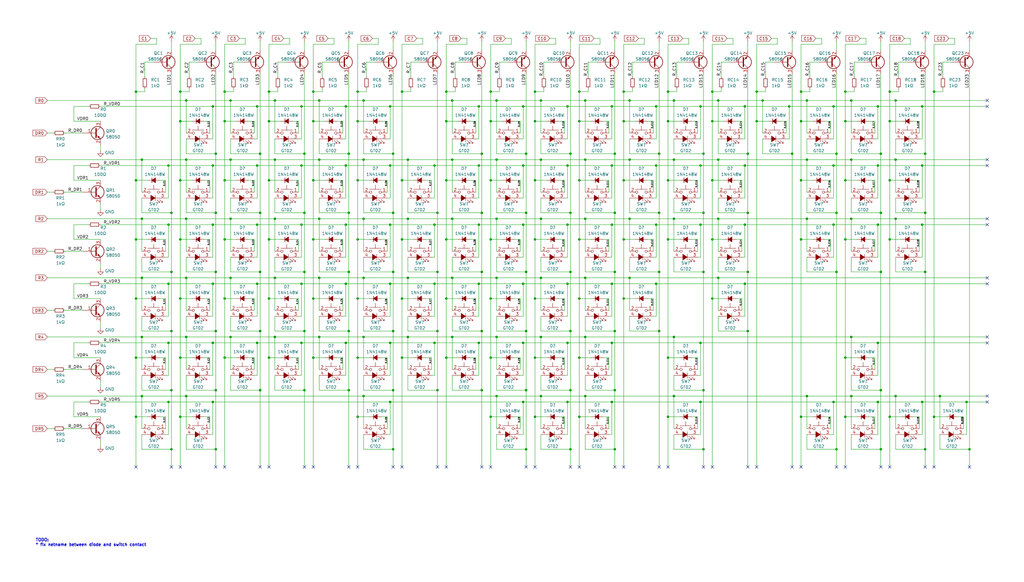
<source format=kicad_sch>
(kicad_sch (version 20211123) (generator eeschema)
  (paper "User" 440.004 250.012)
  (title_block (title "Keyboard / LED backlight matrix") (date "2023-02-27") (company "Sebastian \"swiftgeek\" Grzywna") (comment 1 "Mechanical keyboard marketed as \"Hykker X Range 2017\"") (comment 3 "Reverse Engineered RE-K70-BYK800 (WIP)"))
  (junction (at 77.47 39.37))
  (junction (at 172.72 102.87))
  (junction (at 365.76 144.78))
  (junction (at 340.36 66.04))
  (junction (at 267.97 77.47))
  (junction (at 248.92 153.67))
  (junction (at 167.64 172.72))
  (junction (at 205.74 45.72))
  (junction (at 320.04 96.52))
  (junction (at 248.92 102.87))
  (junction (at 248.92 39.37))
  (junction (at 187.96 167.64))
  (junction (at 226.06 116.84))
  (junction (at 377.19 96.52))
  (junction (at 58.42 128.27))
  (junction (at 134.62 128.27))
  (junction (at 320.04 71.12))
  (junction (at 359.41 91.44))
  (junction (at 153.67 179.07))
  (junction (at 224.79 71.12))
  (junction (at 344.17 52.07))
  (junction (at 232.41 170.18))
  (junction (at 111.76 167.64))
  (junction (at 281.94 71.12))
  (junction (at 92.71 66.04))
  (junction (at 99.06 43.18))
  (junction (at 306.07 77.47))
  (junction (at 229.87 52.07))
  (junction (at 207.01 116.84))
  (junction (at 186.69 147.32))
  (junction (at 210.82 128.27))
  (junction (at 110.49 45.72))
  (junction (at 321.31 142.24))
  (junction (at 134.62 52.07))
  (junction (at 153.67 77.47))
  (junction (at 58.42 77.47))
  (junction (at 91.44 121.92))
  (junction (at 358.14 45.72))
  (junction (at 137.16 144.78))
  (junction (at 205.74 71.12))
  (junction (at 77.47 128.27))
  (junction (at 92.71 142.24))
  (junction (at 262.89 147.32))
  (junction (at 363.22 77.47))
  (junction (at 92.71 91.44))
  (junction (at 96.52 77.47))
  (junction (at 111.76 142.24))
  (junction (at 308.61 119.38))
  (junction (at 245.11 66.04))
  (junction (at 245.11 116.84))
  (junction (at 396.24 71.12))
  (junction (at 226.06 193.04))
  (junction (at 302.26 167.64))
  (junction (at 229.87 179.07))
  (junction (at 300.99 96.52))
  (junction (at 191.77 102.87))
  (junction (at 148.59 147.32))
  (junction (at 262.89 121.92))
  (junction (at 264.16 91.44))
  (junction (at 397.51 116.84))
  (junction (at 129.54 71.12))
  (junction (at 264.16 167.64))
  (junction (at 365.76 68.58))
  (junction (at 344.17 179.07))
  (junction (at 363.22 39.37))
  (junction (at 73.66 142.24))
  (junction (at 365.76 170.18))
  (junction (at 270.51 93.98))
  (junction (at 77.47 52.07))
  (junction (at 210.82 77.47))
  (junction (at 270.51 119.38))
  (junction (at 363.22 179.07))
  (junction (at 224.79 96.52))
  (junction (at 167.64 147.32))
  (junction (at 384.81 43.18))
  (junction (at 213.36 144.78))
  (junction (at 262.89 71.12))
  (junction (at 207.01 66.04))
  (junction (at 346.71 170.18))
  (junction (at 287.02 77.47))
  (junction (at 377.19 71.12))
  (junction (at 148.59 45.72))
  (junction (at 130.81 116.84))
  (junction (at 72.39 71.12))
  (junction (at 358.14 71.12))
  (junction (at 172.72 153.67))
  (junction (at 396.24 96.52))
  (junction (at 308.61 68.58))
  (junction (at 118.11 68.58))
  (junction (at 232.41 119.38))
  (junction (at 118.11 43.18))
  (junction (at 60.96 144.78))
  (junction (at 344.17 39.37))
  (junction (at 232.41 43.18))
  (junction (at 287.02 102.87))
  (junction (at 148.59 121.92))
  (junction (at 397.51 193.04))
  (junction (at 264.16 116.84))
  (junction (at 110.49 147.32))
  (junction (at 397.51 66.04))
  (junction (at 149.86 66.04))
  (junction (at 378.46 193.04))
  (junction (at 302.26 193.04))
  (junction (at 60.96 119.38))
  (junction (at 226.06 142.24))
  (junction (at 287.02 39.37))
  (junction (at 118.11 93.98))
  (junction (at 213.36 170.18))
  (junction (at 92.71 193.04))
  (junction (at 187.96 142.24))
  (junction (at 110.49 71.12))
  (junction (at 320.04 121.92))
  (junction (at 300.99 147.32))
  (junction (at 80.01 170.18))
  (junction (at 153.67 128.27))
  (junction (at 248.92 52.07))
  (junction (at 111.76 91.44))
  (junction (at 245.11 193.04))
  (junction (at 96.52 128.27))
  (junction (at 232.41 144.78))
  (junction (at 153.67 102.87))
  (junction (at 382.27 52.07))
  (junction (at 77.47 102.87))
  (junction (at 283.21 66.04))
  (junction (at 129.54 45.72))
  (junction (at 262.89 96.52))
  (junction (at 118.11 144.78))
  (junction (at 153.67 153.67))
  (junction (at 226.06 91.44))
  (junction (at 377.19 45.72))
  (junction (at 167.64 96.52))
  (junction (at 58.42 153.67))
  (junction (at 148.59 71.12))
  (junction (at 129.54 147.32))
  (junction (at 243.84 172.72))
  (junction (at 289.56 43.18))
  (junction (at 363.22 153.67))
  (junction (at 80.01 68.58))
  (junction (at 378.46 66.04))
  (junction (at 167.64 45.72))
  (junction (at 72.39 172.72))
  (junction (at 91.44 45.72))
  (junction (at 175.26 93.98))
  (junction (at 58.42 39.37))
  (junction (at 72.39 121.92))
  (junction (at 251.46 170.18))
  (junction (at 248.92 77.47))
  (junction (at 134.62 102.87))
  (junction (at 346.71 93.98))
  (junction (at 130.81 91.44))
  (junction (at 382.27 102.87))
  (junction (at 267.97 52.07))
  (junction (at 99.06 119.38))
  (junction (at 110.49 121.92))
  (junction (at 110.49 96.52))
  (junction (at 382.27 77.47))
  (junction (at 149.86 116.84))
  (junction (at 243.84 45.72))
  (junction (at 168.91 91.44))
  (junction (at 111.76 116.84))
  (junction (at 415.29 172.72))
  (junction (at 289.56 93.98))
  (junction (at 289.56 68.58))
  (junction (at 403.86 170.18))
  (junction (at 248.92 179.07))
  (junction (at 99.06 144.78))
  (junction (at 153.67 39.37))
  (junction (at 262.89 172.72))
  (junction (at 91.44 96.52))
  (junction (at 287.02 153.67))
  (junction (at 245.11 142.24))
  (junction (at 267.97 102.87))
  (junction (at 287.02 179.07))
  (junction (at 384.81 170.18))
  (junction (at 137.16 119.38))
  (junction (at 382.27 39.37))
  (junction (at 168.91 66.04))
  (junction (at 77.47 179.07))
  (junction (at 187.96 116.84))
  (junction (at 302.26 116.84))
  (junction (at 58.42 102.87))
  (junction (at 99.06 93.98))
  (junction (at 156.21 170.18))
  (junction (at 148.59 96.52))
  (junction (at 210.82 39.37))
  (junction (at 77.47 77.47))
  (junction (at 115.57 153.67))
  (junction (at 396.24 45.72))
  (junction (at 194.31 144.78))
  (junction (at 130.81 142.24))
  (junction (at 325.12 52.07))
  (junction (at 96.52 153.67))
  (junction (at 91.44 71.12))
  (junction (at 382.27 179.07))
  (junction (at 281.94 96.52))
  (junction (at 172.72 128.27))
  (junction (at 175.26 68.58))
  (junction (at 401.32 39.37))
  (junction (at 156.21 93.98))
  (junction (at 191.77 39.37))
  (junction (at 213.36 43.18))
  (junction (at 207.01 167.64))
  (junction (at 118.11 119.38))
  (junction (at 156.21 43.18))
  (junction (at 377.19 147.32))
  (junction (at 267.97 39.37))
  (junction (at 248.92 128.27))
  (junction (at 306.07 52.07))
  (junction (at 346.71 68.58))
  (junction (at 306.07 102.87))
  (junction (at 267.97 128.27))
  (junction (at 224.79 45.72))
  (junction (at 115.57 52.07))
  (junction (at 226.06 66.04))
  (junction (at 213.36 93.98))
  (junction (at 137.16 93.98))
  (junction (at 229.87 77.47))
  (junction (at 191.77 153.67))
  (junction (at 96.52 39.37))
  (junction (at 210.82 153.67))
  (junction (at 321.31 66.04))
  (junction (at 134.62 153.67))
  (junction (at 80.01 144.78))
  (junction (at 210.82 52.07))
  (junction (at 205.74 121.92))
  (junction (at 264.16 66.04))
  (junction (at 229.87 102.87))
  (junction (at 289.56 144.78))
  (junction (at 129.54 121.92))
  (junction (at 194.31 119.38))
  (junction (at 91.44 172.72))
  (junction (at 60.96 68.58))
  (junction (at 224.79 121.92))
  (junction (at 232.41 93.98))
  (junction (at 77.47 153.67))
  (junction (at 229.87 153.67))
  (junction (at 251.46 93.98))
  (junction (at 308.61 43.18))
  (junction (at 243.84 71.12))
  (junction (at 401.32 179.07))
  (junction (at 58.42 179.07))
  (junction (at 194.31 93.98))
  (junction (at 92.71 167.64))
  (junction (at 191.77 77.47))
  (junction (at 251.46 68.58))
  (junction (at 306.07 39.37))
  (junction (at 130.81 167.64))
  (junction (at 149.86 167.64))
  (junction (at 300.99 71.12))
  (junction (at 281.94 45.72))
  (junction (at 72.39 147.32))
  (junction (at 306.07 128.27))
  (junction (at 137.16 43.18))
  (junction (at 327.66 43.18))
  (junction (at 229.87 39.37))
  (junction (at 99.06 68.58))
  (junction (at 205.74 147.32))
  (junction (at 194.31 43.18))
  (junction (at 321.31 116.84))
  (junction (at 283.21 142.24))
  (junction (at 283.21 91.44))
  (junction (at 168.91 142.24))
  (junction (at 172.72 39.37))
  (junction (at 339.09 45.72))
  (junction (at 91.44 147.32))
  (junction (at 167.64 121.92))
  (junction (at 210.82 102.87))
  (junction (at 186.69 71.12))
  (junction (at 396.24 172.72))
  (junction (at 175.26 144.78))
  (junction (at 153.67 52.07))
  (junction (at 80.01 43.18))
  (junction (at 191.77 52.07))
  (junction (at 325.12 39.37))
  (junction (at 168.91 193.04))
  (junction (at 270.51 68.58))
  (junction (at 207.01 91.44))
  (junction (at 96.52 52.07))
  (junction (at 92.71 116.84))
  (junction (at 96.52 102.87))
  (junction (at 130.81 66.04))
  (junction (at 80.01 93.98))
  (junction (at 224.79 172.72))
  (junction (at 270.51 43.18))
  (junction (at 245.11 167.64))
  (junction (at 363.22 52.07))
  (junction (at 262.89 45.72))
  (junction (at 134.62 77.47))
  (junction (at 226.06 167.64))
  (junction (at 213.36 68.58))
  (junction (at 149.86 91.44))
  (junction (at 264.16 193.04))
  (junction (at 365.76 43.18))
  (junction (at 129.54 96.52))
  (junction (at 251.46 144.78))
  (junction (at 308.61 93.98))
  (junction (at 321.31 91.44))
  (junction (at 320.04 45.72))
  (junction (at 115.57 128.27))
  (junction (at 289.56 170.18))
  (junction (at 358.14 96.52))
  (junction (at 115.57 102.87))
  (junction (at 384.81 93.98))
  (junction (at 213.36 119.38))
  (junction (at 167.64 71.12))
  (junction (at 344.17 77.47))
  (junction (at 281.94 121.92))
  (junction (at 205.74 96.52))
  (junction (at 344.17 102.87))
  (junction (at 300.99 172.72))
  (junction (at 397.51 91.44))
  (junction (at 115.57 39.37))
  (junction (at 134.62 39.37))
  (junction (at 378.46 116.84))
  (junction (at 243.84 147.32))
  (junction (at 243.84 121.92))
  (junction (at 80.01 119.38))
  (junction (at 224.79 147.32))
  (junction (at 359.41 66.04))
  (junction (at 359.41 193.04))
  (junction (at 377.19 172.72))
  (junction (at 73.66 91.44))
  (junction (at 378.46 167.64))
  (junction (at 365.76 93.98))
  (junction (at 191.77 128.27))
  (junction (at 229.87 128.27))
  (junction (at 232.41 68.58))
  (junction (at 251.46 119.38))
  (junction (at 210.82 179.07))
  (junction (at 207.01 142.24))
  (junction (at 156.21 144.78))
  (junction (at 175.26 119.38))
  (junction (at 416.56 193.04))
  (junction (at 156.21 68.58))
  (junction (at 172.72 77.47))
  (junction (at 186.69 121.92))
  (junction (at 137.16 68.58))
  (junction (at 156.21 119.38))
  (junction (at 302.26 66.04))
  (junction (at 168.91 167.64))
  (junction (at 358.14 172.72))
  (junction (at 300.99 45.72))
  (junction (at 251.46 43.18))
  (junction (at 264.16 142.24))
  (junction (at 186.69 96.52))
  (junction (at 73.66 193.04))
  (junction (at 287.02 52.07))
  (junction (at 243.84 96.52))
  (junction (at 187.96 91.44))
  (junction (at 359.41 116.84))
  (junction (at 194.31 68.58))
  (junction (at 60.96 93.98))
  (junction (at 111.76 66.04))
  (junction (at 302.26 91.44))
  (junction (at 346.71 43.18))
  (junction (at 73.66 116.84))
  (junction (at 384.81 68.58))
  (junction (at 60.96 170.18))
  (junction (at 168.91 116.84))
  (junction (at 283.21 116.84))
  (junction (at 363.22 102.87))
  (junction (at 73.66 167.64))
  (junction (at 115.57 77.47))
  (junction (at 149.86 142.24))
  (junction (at 245.11 91.44))
  (junction (at 378.46 91.44))
  (junction (at 72.39 96.52))
  (no_connect (at 424.18 172.72))
  (no_connect (at 424.18 96.52))
  (no_connect (at 382.27 200.66))
  (no_connect (at 424.18 45.72))
  (no_connect (at 340.36 200.66))
  (no_connect (at 424.18 119.38))
  (no_connect (at 424.18 68.58))
  (no_connect (at 267.97 200.66))
  (no_connect (at 111.76 200.66))
  (no_connect (at 264.16 200.66))
  (no_connect (at 397.51 200.66))
  (no_connect (at 424.18 71.12))
  (no_connect (at 424.18 43.18))
  (no_connect (at 226.06 200.66))
  (no_connect (at 245.11 200.66))
  (no_connect (at 153.67 200.66))
  (no_connect (at 287.02 200.66))
  (no_connect (at 424.18 147.32))
  (no_connect (at 306.07 200.66))
  (no_connect (at 115.57 200.66))
  (no_connect (at 172.72 200.66))
  (no_connect (at 210.82 200.66))
  (no_connect (at 96.52 200.66))
  (no_connect (at 424.18 170.18))
  (no_connect (at 359.41 200.66))
  (no_connect (at 168.91 200.66))
  (no_connect (at 401.32 200.66))
  (no_connect (at 321.31 200.66))
  (no_connect (at 325.12 200.66))
  (no_connect (at 344.17 200.66))
  (no_connect (at 187.96 200.66))
  (no_connect (at 283.21 200.66))
  (no_connect (at 424.18 121.92))
  (no_connect (at 248.92 200.66))
  (no_connect (at 130.81 200.66))
  (no_connect (at 191.77 200.66))
  (no_connect (at 416.56 200.66))
  (no_connect (at 424.18 144.78))
  (no_connect (at 363.22 200.66))
  (no_connect (at 229.87 200.66))
  (no_connect (at 424.18 93.98))
  (no_connect (at 92.71 200.66))
  (no_connect (at 134.62 200.66))
  (no_connect (at 207.01 200.66))
  (no_connect (at 77.47 200.66))
  (no_connect (at 149.86 200.66))
  (no_connect (at 378.46 200.66))
  (no_connect (at 302.26 200.66))
  (no_connect (at 58.42 200.66))
  (no_connect (at 73.66 200.66))
  (wire (pts (xy 129.54 71.12) (xy 148.59 71.12)))
  (wire (pts (xy 144.78 153.67) (xy 147.32 153.67)))
  (wire (pts (xy 207.01 167.64) (xy 207.01 200.66)))
  (wire (pts (xy 191.77 128.27) (xy 191.77 153.67)))
  (wire (pts (xy 339.09 45.72) (xy 358.14 45.72)))
  (wire (pts (xy 229.87 52.07) (xy 234.95 52.07)))
  (wire (pts (xy 68.58 128.27) (xy 71.12 128.27)))
  (wire (pts (xy 270.51 85.09) (xy 270.51 91.44)))
  (wire (pts (xy 378.46 193.04) (xy 378.46 200.66)))
  (wire (pts (xy 175.26 85.09) (xy 175.26 91.44)))
  (wire (pts (xy 115.57 102.87) (xy 120.65 102.87)))
  (wire (pts (xy 109.22 135.89) (xy 110.49 135.89)))
  (wire (pts (xy 166.37 135.89) (xy 167.64 135.89)))
  (wire (pts (xy 175.26 119.38) (xy 194.31 119.38)))
  (wire (pts (xy 80.01 68.58) (xy 80.01 82.55)))
  (wire (pts (xy 156.21 68.58) (xy 175.26 68.58)))
  (wire (pts (xy 138.43 38.1) (xy 138.43 39.37)))
  (wire (pts (xy 129.54 161.29) (xy 129.54 147.32)))
  (wire (pts (xy 394.97 52.07) (xy 394.97 57.15)))
  (wire (pts (xy 321.31 142.24) (xy 321.31 200.66)))
  (wire (pts (xy 134.62 153.67) (xy 139.7 153.67)))
  (wire (pts (xy 363.22 102.87) (xy 368.3 102.87)))
  (wire (pts (xy 384.81 66.04) (xy 397.51 66.04)))
  (wire (pts (xy 224.79 135.89) (xy 224.79 121.92)))
  (wire (pts (xy 287.02 179.07) (xy 292.1 179.07)))
  (wire (pts (xy 384.81 85.09) (xy 384.81 91.44)))
  (wire (pts (xy 168.91 142.24) (xy 168.91 167.64)))
  (wire (pts (xy 176.53 39.37) (xy 172.72 39.37)))
  (wire (pts (xy 344.17 102.87) (xy 344.17 179.07)))
  (wire (pts (xy 251.46 66.04) (xy 264.16 66.04)))
  (wire (pts (xy 72.39 121.92) (xy 91.44 121.92)))
  (wire (pts (xy 232.41 85.09) (xy 232.41 91.44)))
  (wire (pts (xy 297.18 52.07) (xy 299.72 52.07)))
  (wire (pts (xy 226.06 116.84) (xy 226.06 142.24)))
  (wire (pts (xy 325.12 52.07) (xy 325.12 200.66)))
  (wire (pts (xy 153.67 128.27) (xy 158.75 128.27)))
  (wire (pts (xy 204.47 128.27) (xy 204.47 133.35)))
  (wire (pts (xy 270.51 68.58) (xy 289.56 68.58)))
  (wire (pts (xy 267.97 77.47) (xy 267.97 102.87)))
  (wire (pts (xy 312.42 16.51) (xy 314.96 16.51)))
  (wire (pts (xy 71.12 186.69) (xy 72.39 186.69)))
  (wire (pts (xy 243.84 172.72) (xy 262.89 172.72)))
  (wire (pts (xy 91.44 85.09) (xy 91.44 71.12)))
  (wire (pts (xy 167.64 121.92) (xy 186.69 121.92)))
  (wire (pts (xy 137.16 85.09) (xy 137.16 91.44)))
  (wire (pts (xy 71.12 77.47) (xy 71.12 82.55)))
  (wire (pts (xy 369.57 16.51) (xy 372.11 16.51)))
  (wire (pts (xy 375.92 52.07) (xy 375.92 57.15)))
  (wire (pts (xy 72.39 96.52) (xy 91.44 96.52)))
  (wire (pts (xy 166.37 59.69) (xy 167.64 59.69)))
  (wire (pts (xy 62.23 39.37) (xy 58.42 39.37)))
  (wire (pts (xy 278.13 102.87) (xy 280.67 102.87)))
  (wire (pts (xy 394.97 77.47) (xy 394.97 82.55)))
  (wire (pts (xy 60.96 68.58) (xy 80.01 68.58)))
  (wire (pts (xy 92.71 193.04) (xy 92.71 200.66)))
  (wire (pts (xy 306.07 52.07) (xy 311.15 52.07)))
  (wire (pts (xy 157.48 26.67) (xy 157.48 33.02)))
  (wire (pts (xy 251.46 91.44) (xy 264.16 91.44)))
  (wire (pts (xy 302.26 167.64) (xy 302.26 193.04)))
  (wire (pts (xy 90.17 179.07) (xy 90.17 184.15)))
  (wire (pts (xy 320.04 121.92) (xy 424.18 121.92)))
  (wire (pts (xy 299.72 161.29) (xy 300.99 161.29)))
  (wire (pts (xy 372.11 19.05) (xy 363.22 19.05)))
  (wire (pts (xy 118.11 144.78) (xy 118.11 158.75)))
  (wire (pts (xy 248.92 102.87) (xy 254 102.87)))
  (wire (pts (xy 252.73 26.67) (xy 252.73 33.02)))
  (wire (pts (xy 80.01 119.38) (xy 99.06 119.38)))
  (wire (pts (xy 318.77 59.69) (xy 320.04 59.69)))
  (wire (pts (xy 344.17 39.37) (xy 344.17 52.07)))
  (wire (pts (xy 271.78 39.37) (xy 267.97 39.37)))
  (wire (pts (xy 67.31 19.05) (xy 58.42 19.05)))
  (wire (pts (xy 213.36 59.69) (xy 213.36 66.04)))
  (wire (pts (xy 372.11 19.05) (xy 372.11 16.51)))
  (wire (pts (xy 128.27 85.09) (xy 129.54 85.09)))
  (wire (pts (xy 346.71 66.04) (xy 359.41 66.04)))
  (wire (pts (xy 168.91 66.04) (xy 168.91 91.44)))
  (wire (pts (xy 415.29 186.69) (xy 415.29 172.72)))
  (wire (pts (xy 163.83 52.07) (xy 166.37 52.07)))
  (wire (pts (xy 80.01 170.18) (xy 80.01 184.15)))
  (wire (pts (xy 405.13 38.1) (xy 405.13 39.37)))
  (wire (pts (xy 365.76 161.29) (xy 365.76 167.64)))
  (wire (pts (xy 251.46 186.69) (xy 251.46 193.04)))
  (wire (pts (xy 334.01 19.05) (xy 334.01 16.51)))
  (wire (pts (xy 289.56 193.04) (xy 302.26 193.04)))
  (wire (pts (xy 346.71 186.69) (xy 346.71 193.04)))
  (wire (pts (xy 386.08 39.37) (xy 382.27 39.37)))
  (wire (pts (xy 358.14 110.49) (xy 358.14 96.52)))
  (wire (pts (xy 86.36 19.05) (xy 86.36 16.51)))
  (wire (pts (xy 308.61 116.84) (xy 321.31 116.84)))
  (wire (pts (xy 251.46 85.09) (xy 251.46 91.44)))
  (wire (pts (xy 194.31 91.44) (xy 207.01 91.44)))
  (wire (pts (xy 414.02 186.69) (xy 415.29 186.69)))
  (wire (pts (xy 320.04 110.49) (xy 320.04 96.52)))
  (wire (pts (xy 137.16 91.44) (xy 149.86 91.44)))
  (wire (pts (xy 318.77 110.49) (xy 320.04 110.49)))
  (wire (pts (xy 91.44 45.72) (xy 110.49 45.72)))
  (wire (pts (xy 130.81 31.75) (xy 130.81 66.04)))
  (wire (pts (xy 232.41 110.49) (xy 232.41 116.84)))
  (wire (pts (xy 147.32 102.87) (xy 147.32 107.95)))
  (wire (pts (xy 20.32 43.18) (xy 80.01 43.18)))
  (wire (pts (xy 92.71 31.75) (xy 92.71 66.04)))
  (wire (pts (xy 306.07 102.87) (xy 311.15 102.87)))
  (wire (pts (xy 299.72 77.47) (xy 299.72 82.55)))
  (wire (pts (xy 106.68 52.07) (xy 109.22 52.07)))
  (wire (pts (xy 320.04 59.69) (xy 320.04 45.72)))
  (wire (pts (xy 201.93 128.27) (xy 204.47 128.27)))
  (wire (pts (xy 233.68 26.67) (xy 233.68 33.02)))
  (wire (pts (xy 58.42 102.87) (xy 58.42 128.27)))
  (wire (pts (xy 251.46 110.49) (xy 251.46 116.84)))
  (wire (pts (xy 240.03 52.07) (xy 242.57 52.07)))
  (wire (pts (xy 278.13 52.07) (xy 280.67 52.07)))
  (wire (pts (xy 224.79 110.49) (xy 224.79 96.52)))
  (wire (pts (xy 416.56 31.75) (xy 416.56 193.04)))
  (wire (pts (xy 191.77 153.67) (xy 196.85 153.67)))
  (wire (pts (xy 43.18 71.12) (xy 72.39 71.12)))
  (wire (pts (xy 245.11 66.04) (xy 245.11 91.44)))
  (wire (pts (xy 407.67 16.51) (xy 410.21 16.51)))
  (wire (pts (xy 172.72 102.87) (xy 177.8 102.87)))
  (wire (pts (xy 205.74 161.29) (xy 205.74 147.32)))
  (wire (pts (xy 299.72 52.07) (xy 299.72 57.15)))
  (wire (pts (xy 205.74 71.12) (xy 224.79 71.12)))
  (wire (pts (xy 20.32 68.58) (xy 60.96 68.58)))
  (wire (pts (xy 373.38 102.87) (xy 375.92 102.87)))
  (wire (pts (xy 377.19 96.52) (xy 396.24 96.52)))
  (wire (pts (xy 414.02 179.07) (xy 414.02 184.15)))
  (wire (pts (xy 377.19 45.72) (xy 396.24 45.72)))
  (wire (pts (xy 392.43 102.87) (xy 394.97 102.87)))
  (wire (pts (xy 149.86 91.44) (xy 149.86 116.84)))
  (wire (pts (xy 115.57 52.07) (xy 120.65 52.07)))
  (wire (pts (xy 81.28 39.37) (xy 77.47 39.37)))
  (wire (pts (xy 356.87 59.69) (xy 358.14 59.69)))
  (wire (pts (xy 276.86 19.05) (xy 267.97 19.05)))
  (wire (pts (xy 91.44 172.72) (xy 167.64 172.72)))
  (wire (pts (xy 308.61 93.98) (xy 308.61 107.95)))
  (wire (pts (xy 358.14 172.72) (xy 377.19 172.72)))
  (wire (pts (xy 163.83 179.07) (xy 166.37 179.07)))
  (wire (pts (xy 365.76 110.49) (xy 365.76 116.84)))
  (wire (pts (xy 344.17 102.87) (xy 349.25 102.87)))
  (wire (pts (xy 280.67 52.07) (xy 280.67 57.15)))
  (wire (pts (xy 226.06 31.75) (xy 226.06 66.04)))
  (wire (pts (xy 384.81 68.58) (xy 384.81 82.55)))
  (wire (pts (xy 233.68 26.67) (xy 237.49 26.67)))
  (wire (pts (xy 264.16 116.84) (xy 264.16 142.24)))
  (wire (pts (xy 194.31 135.89) (xy 194.31 142.24)))
  (wire (pts (xy 224.79 71.12) (xy 243.84 71.12)))
  (wire (pts (xy 358.14 186.69) (xy 358.14 172.72)))
  (wire (pts (xy 109.22 161.29) (xy 110.49 161.29)))
  (wire (pts (xy 129.54 147.32) (xy 148.59 147.32)))
  (wire (pts (xy 299.72 59.69) (xy 300.99 59.69)))
  (wire (pts (xy 356.87 179.07) (xy 356.87 184.15)))
  (wire (pts (xy 396.24 110.49) (xy 396.24 96.52)))
  (wire (pts (xy 259.08 153.67) (xy 261.62 153.67)))
  (wire (pts (xy 175.26 144.78) (xy 175.26 158.75)))
  (wire (pts (xy 72.39 110.49) (xy 72.39 96.52)))
  (wire (pts (xy 264.16 167.64) (xy 264.16 193.04)))
  (wire (pts (xy 346.71 170.18) (xy 346.71 184.15)))
  (wire (pts (xy 289.56 167.64) (xy 302.26 167.64)))
  (wire (pts (xy 210.82 39.37) (xy 210.82 52.07)))
  (wire (pts (xy 251.46 135.89) (xy 251.46 142.24)))
  (wire (pts (xy 261.62 161.29) (xy 262.89 161.29)))
  (wire (pts (xy 175.26 167.64) (xy 187.96 167.64)))
  (wire (pts (xy 149.86 21.59) (xy 149.86 17.78)))
  (wire (pts (xy 72.39 186.69) (xy 72.39 172.72)))
  (wire (pts (xy 289.56 66.04) (xy 302.26 66.04)))
  (wire (pts (xy 270.51 43.18) (xy 289.56 43.18)))
  (wire (pts (xy 198.12 16.51) (xy 200.66 16.51)))
  (wire (pts (xy 289.56 68.58) (xy 289.56 82.55)))
  (wire (pts (xy 60.96 91.44) (xy 73.66 91.44)))
  (wire (pts (xy 187.96 91.44) (xy 187.96 116.84)))
  (wire (pts (xy 194.31 59.69) (xy 194.31 66.04)))
  (wire (pts (xy 344.17 19.05) (xy 344.17 39.37)))
  (wire (pts (xy 232.41 91.44) (xy 245.11 91.44)))
  (wire (pts (xy 191.77 153.67) (xy 191.77 200.66)))
  (wire (pts (xy 391.16 19.05) (xy 391.16 16.51)))
  (wire (pts (xy 77.47 153.67) (xy 82.55 153.67)))
  (wire (pts (xy 350.52 16.51) (xy 353.06 16.51)))
  (wire (pts (xy 111.76 21.59) (xy 111.76 17.78)))
  (wire (pts (xy 210.82 52.07) (xy 210.82 77.47)))
  (wire (pts (xy 134.62 77.47) (xy 134.62 102.87)))
  (wire (pts (xy 297.18 153.67) (xy 299.72 153.67)))
  (wire (pts (xy 257.81 19.05) (xy 257.81 16.51)))
  (wire (pts (xy 134.62 102.87) (xy 139.7 102.87)))
  (wire (pts (xy 384.81 93.98) (xy 384.81 107.95)))
  (wire (pts (xy 264.16 142.24) (xy 264.16 167.64)))
  (wire (pts (xy 213.36 135.89) (xy 213.36 142.24)))
  (wire (pts (xy 339.09 59.69) (xy 339.09 45.72)))
  (wire (pts (xy 137.16 68.58) (xy 137.16 82.55)))
  (wire (pts (xy 353.06 19.05) (xy 344.17 19.05)))
  (wire (pts (xy 118.11 161.29) (xy 118.11 167.64)))
  (wire (pts (xy 90.17 85.09) (xy 91.44 85.09)))
  (wire (pts (xy 382.27 19.05) (xy 382.27 39.37)))
  (wire (pts (xy 363.22 77.47) (xy 363.22 102.87)))
  (wire (pts (xy 153.67 77.47) (xy 158.75 77.47)))
  (wire (pts (xy 58.42 128.27) (xy 63.5 128.27)))
  (wire (pts (xy 261.62 179.07) (xy 261.62 184.15)))
  (wire (pts (xy 270.51 116.84) (xy 283.21 116.84)))
  (wire (pts (xy 168.91 167.64) (xy 168.91 193.04)))
  (wire (pts (xy 186.69 161.29) (xy 186.69 147.32)))
  (wire (pts (xy 367.03 26.67) (xy 370.84 26.67)))
  (wire (pts (xy 327.66 43.18) (xy 346.71 43.18)))
  (wire (pts (xy 271.78 26.67) (xy 271.78 33.02)))
  (wire (pts (xy 229.87 102.87) (xy 234.95 102.87)))
  (wire (pts (xy 157.48 39.37) (xy 153.67 39.37)))
  (wire (pts (xy 347.98 38.1) (xy 347.98 39.37)))
  (wire (pts (xy 401.32 39.37) (xy 401.32 179.07)))
  (wire (pts (xy 166.37 110.49) (xy 167.64 110.49)))
  (wire (pts (xy 411.48 179.07) (xy 414.02 179.07)))
  (wire (pts (xy 99.06 110.49) (xy 99.06 116.84)))
  (wire (pts (xy 344.17 179.07) (xy 344.17 200.66)))
  (wire (pts (xy 224.79 96.52) (xy 243.84 96.52)))
  (wire (pts (xy 185.42 128.27) (xy 185.42 133.35)))
  (wire (pts (xy 365.76 43.18) (xy 384.81 43.18)))
  (wire (pts (xy 137.16 66.04) (xy 149.86 66.04)))
  (wire (pts (xy 130.81 142.24) (xy 130.81 167.64)))
  (wire (pts (xy 320.04 85.09) (xy 320.04 71.12)))
  (wire (pts (xy 308.61 142.24) (xy 321.31 142.24)))
  (wire (pts (xy 144.78 102.87) (xy 147.32 102.87)))
  (wire (pts (xy 242.57 59.69) (xy 243.84 59.69)))
  (wire (pts (xy 384.81 68.58) (xy 424.18 68.58)))
  (wire (pts (xy 185.42 102.87) (xy 185.42 107.95)))
  (wire (pts (xy 43.18 121.92) (xy 72.39 121.92)))
  (wire (pts (xy 226.06 167.64) (xy 226.06 193.04)))
  (wire (pts (xy 176.53 26.67) (xy 176.53 33.02)))
  (wire (pts (xy 31.75 52.07) (xy 31.75 45.72)))
  (wire (pts (xy 299.72 85.09) (xy 300.99 85.09)))
  (wire (pts (xy 300.99 45.72) (xy 320.04 45.72)))
  (wire (pts (xy 302.26 91.44) (xy 302.26 116.84)))
  (wire (pts (xy 110.49 147.32) (xy 129.54 147.32)))
  (wire (pts (xy 182.88 77.47) (xy 185.42 77.47)))
  (wire (pts (xy 289.56 144.78) (xy 289.56 158.75)))
  (wire (pts (xy 200.66 19.05) (xy 191.77 19.05)))
  (wire (pts (xy 346.71 110.49) (xy 346.71 116.84)))
  (wire (pts (xy 204.47 153.67) (xy 204.47 158.75)))
  (wire (pts (xy 283.21 66.04) (xy 283.21 91.44)))
  (wire (pts (xy 163.83 102.87) (xy 166.37 102.87)))
  (wire (pts (xy 31.75 102.87) (xy 31.75 96.52)))
  (wire (pts (xy 210.82 77.47) (xy 215.9 77.47)))
  (wire (pts (xy 137.16 68.58) (xy 156.21 68.58)))
  (wire (pts (xy 194.31 142.24) (xy 207.01 142.24)))
  (wire (pts (xy 72.39 71.12) (xy 91.44 71.12)))
  (wire (pts (xy 60.96 119.38) (xy 60.96 133.35)))
  (wire (pts (xy 144.78 77.47) (xy 147.32 77.47)))
  (wire (pts (xy 410.21 19.05) (xy 410.21 16.51)))
  (wire (pts (xy 346.71 193.04) (xy 359.41 193.04)))
  (wire (pts (xy 213.36 186.69) (xy 213.36 193.04)))
  (wire (pts (xy 27.94 57.15) (xy 35.56 57.15)))
  (wire (pts (xy 308.61 68.58) (xy 346.71 68.58)))
  (wire (pts (xy 289.56 85.09) (xy 289.56 91.44)))
  (wire (pts (xy 210.82 153.67) (xy 210.82 179.07)))
  (wire (pts (xy 60.96 186.69) (xy 60.96 193.04)))
  (wire (pts (xy 365.76 59.69) (xy 365.76 66.04)))
  (wire (pts (xy 365.76 85.09) (xy 365.76 91.44)))
  (wire (pts (xy 99.06 66.04) (xy 111.76 66.04)))
  (wire (pts (xy 96.52 77.47) (xy 101.6 77.47)))
  (wire (pts (xy 110.49 71.12) (xy 129.54 71.12)))
  (wire (pts (xy 191.77 39.37) (xy 191.77 52.07)))
  (wire (pts (xy 204.47 85.09) (xy 205.74 85.09)))
  (wire (pts (xy 87.63 153.67) (xy 90.17 153.67)))
  (wire (pts (xy 191.77 52.07) (xy 196.85 52.07)))
  (wire (pts (xy 186.69 110.49) (xy 186.69 96.52)))
  (wire (pts (xy 194.31 68.58) (xy 194.31 82.55)))
  (wire (pts (xy 397.51 193.04) (xy 397.51 200.66)))
  (wire (pts (xy 99.06 91.44) (xy 111.76 91.44)))
  (wire (pts (xy 321.31 66.04) (xy 321.31 91.44)))
  (wire (pts (xy 300.99 161.29) (xy 300.99 147.32)))
  (wire (pts (xy 354.33 179.07) (xy 356.87 179.07)))
  (wire (pts (xy 280.67 85.09) (xy 281.94 85.09)))
  (wire (pts (xy 375.92 59.69) (xy 377.19 59.69)))
  (wire (pts (xy 129.54 121.92) (xy 148.59 121.92)))
  (wire (pts (xy 396.24 186.69) (xy 396.24 172.72)))
  (wire (pts (xy 242.57 77.47) (xy 242.57 82.55)))
  (wire (pts (xy 96.52 52.07) (xy 101.6 52.07)))
  (wire (pts (xy 320.04 96.52) (xy 358.14 96.52)))
  (wire (pts (xy 20.32 107.95) (xy 22.86 107.95)))
  (wire (pts (xy 137.16 116.84) (xy 149.86 116.84)))
  (wire (pts (xy 176.53 38.1) (xy 176.53 39.37)))
  (wire (pts (xy 147.32 153.67) (xy 147.32 158.75)))
  (wire (pts (xy 297.18 179.07) (xy 299.72 179.07)))
  (wire (pts (xy 340.36 66.04) (xy 340.36 200.66)))
  (wire (pts (xy 80.01 193.04) (xy 92.71 193.04)))
  (wire (pts (xy 129.54 96.52) (xy 148.59 96.52)))
  (wire (pts (xy 220.98 179.07) (xy 223.52 179.07)))
  (wire (pts (xy 306.07 52.07) (xy 306.07 77.47)))
  (wire (pts (xy 106.68 77.47) (xy 109.22 77.47)))
  (wire (pts (xy 118.11 91.44) (xy 130.81 91.44)))
  (wire (pts (xy 300.99 59.69) (xy 300.99 45.72)))
  (wire (pts (xy 137.16 119.38) (xy 137.16 133.35)))
  (wire (pts (xy 115.57 19.05) (xy 115.57 39.37)))
  (wire (pts (xy 156.21 91.44) (xy 168.91 91.44)))
  (wire (pts (xy 223.52 179.07) (xy 223.52 184.15)))
  (wire (pts (xy 229.87 153.67) (xy 229.87 179.07)))
  (wire (pts (xy 148.59 161.29) (xy 148.59 147.32)))
  (wire (pts (xy 106.68 102.87) (xy 109.22 102.87)))
  (wire (pts (xy 320.04 71.12) (xy 358.14 71.12)))
  (wire (pts (xy 259.08 102.87) (xy 261.62 102.87)))
  (wire (pts (xy 396.24 85.09) (xy 396.24 71.12)))
  (wire (pts (xy 83.82 16.51) (xy 86.36 16.51)))
  (wire (pts (xy 224.79 161.29) (xy 224.79 147.32)))
  (wire (pts (xy 118.11 68.58) (xy 137.16 68.58)))
  (wire (pts (xy 156.21 135.89) (xy 156.21 142.24)))
  (wire (pts (xy 359.41 31.75) (xy 359.41 66.04)))
  (wire (pts (xy 91.44 110.49) (xy 91.44 96.52)))
  (wire (pts (xy 20.32 184.15) (xy 22.86 184.15)))
  (wire (pts (xy 232.41 186.69) (xy 232.41 193.04)))
  (wire (pts (xy 261.62 153.67) (xy 261.62 158.75)))
  (wire (pts (xy 210.82 77.47) (xy 210.82 102.87)))
  (wire (pts (xy 68.58 153.67) (xy 71.12 153.67)))
  (wire (pts (xy 43.18 77.47) (xy 31.75 77.47)))
  (wire (pts (xy 207.01 31.75) (xy 207.01 66.04)))
  (wire (pts (xy 175.26 110.49) (xy 175.26 116.84)))
  (wire (pts (xy 60.96 193.04) (xy 73.66 193.04)))
  (wire (pts (xy 156.21 43.18) (xy 194.31 43.18)))
  (wire (pts (xy 186.69 71.12) (xy 205.74 71.12)))
  (wire (pts (xy 252.73 26.67) (xy 256.54 26.67)))
  (wire (pts (xy 220.98 153.67) (xy 223.52 153.67)))
  (wire (pts (xy 356.87 77.47) (xy 356.87 82.55)))
  (wire (pts (xy 118.11 66.04) (xy 130.81 66.04)))
  (wire (pts (xy 58.42 39.37) (xy 58.42 77.47)))
  (wire (pts (xy 281.94 121.92) (xy 320.04 121.92)))
  (wire (pts (xy 346.71 85.09) (xy 346.71 91.44)))
  (wire (pts (xy 299.72 102.87) (xy 299.72 107.95)))
  (wire (pts (xy 125.73 102.87) (xy 128.27 102.87)))
  (wire (pts (xy 109.22 110.49) (xy 110.49 110.49)))
  (wire (pts (xy 80.01 167.64) (xy 92.71 167.64)))
  (wire (pts (xy 147.32 110.49) (xy 148.59 110.49)))
  (wire (pts (xy 60.96 142.24) (xy 73.66 142.24)))
  (wire (pts (xy 232.41 68.58) (xy 251.46 68.58)))
  (wire (pts (xy 308.61 110.49) (xy 308.61 116.84)))
  (wire (pts (xy 365.76 91.44) (xy 378.46 91.44)))
  (wire (pts (xy 392.43 52.07) (xy 394.97 52.07)))
  (wire (pts (xy 99.06 43.18) (xy 118.11 43.18)))
  (wire (pts (xy 194.31 43.18) (xy 194.31 57.15)))
  (wire (pts (xy 289.56 170.18) (xy 289.56 184.15)))
  (wire (pts (xy 373.38 52.07) (xy 375.92 52.07)))
  (wire (pts (xy 92.71 142.24) (xy 92.71 167.64)))
  (wire (pts (xy 156.21 93.98) (xy 175.26 93.98)))
  (wire (pts (xy 363.22 77.47) (xy 368.3 77.47)))
  (wire (pts (xy 300.99 172.72) (xy 358.14 172.72)))
  (wire (pts (xy 73.66 91.44) (xy 73.66 116.84)))
  (wire (pts (xy 195.58 26.67) (xy 195.58 33.02)))
  (wire (pts (xy 109.22 77.47) (xy 109.22 82.55)))
  (wire (pts (xy 297.18 77.47) (xy 299.72 77.47)))
  (wire (pts (xy 308.61 68.58) (xy 308.61 82.55)))
  (wire (pts (xy 31.75 128.27) (xy 31.75 121.92)))
  (wire (pts (xy 99.06 68.58) (xy 99.06 82.55)))
  (wire (pts (xy 278.13 77.47) (xy 280.67 77.47)))
  (wire (pts (xy 309.88 38.1) (xy 309.88 39.37)))
  (wire (pts (xy 415.29 172.72) (xy 424.18 172.72)))
  (wire (pts (xy 232.41 170.18) (xy 251.46 170.18)))
  (wire (pts (xy 147.32 128.27) (xy 147.32 133.35)))
  (wire (pts (xy 270.51 119.38) (xy 270.51 133.35)))
  (wire (pts (xy 115.57 128.27) (xy 120.65 128.27)))
  (wire (pts (xy 327.66 59.69) (xy 327.66 66.04)))
  (wire (pts (xy 287.02 52.07) (xy 287.02 77.47)))
  (wire (pts (xy 134.62 128.27) (xy 134.62 153.67)))
  (wire (pts (xy 280.67 102.87) (xy 280.67 107.95)))
  (wire (pts (xy 201.93 77.47) (xy 204.47 77.47)))
  (wire (pts (xy 223.52 85.09) (xy 224.79 85.09)))
  (wire (pts (xy 153.67 179.07) (xy 153.67 200.66)))
  (wire (pts (xy 207.01 21.59) (xy 207.01 17.78)))
  (wire (pts (xy 367.03 26.67) (xy 367.03 33.02)))
  (wire (pts (xy 43.18 191.77) (xy 43.18 189.23)))
  (wire (pts (xy 320.04 135.89) (xy 320.04 121.92)))
  (wire (pts (xy 259.08 128.27) (xy 261.62 128.27)))
  (wire (pts (xy 289.56 93.98) (xy 308.61 93.98)))
  (wire (pts (xy 43.18 166.37) (xy 43.18 163.83)))
  (wire (pts (xy 223.52 77.47) (xy 223.52 82.55)))
  (wire (pts (xy 306.07 39.37) (xy 306.07 52.07)))
  (wire (pts (xy 156.21 161.29) (xy 156.21 167.64)))
  (wire (pts (xy 347.98 26.67) (xy 351.79 26.67)))
  (wire (pts (xy 229.87 77.47) (xy 234.95 77.47)))
  (wire (pts (xy 359.41 91.44) (xy 359.41 116.84)))
  (wire (pts (xy 20.32 158.75) (xy 22.86 158.75)))
  (wire (pts (xy 128.27 110.49) (xy 129.54 110.49)))
  (wire (pts (xy 80.01 85.09) (xy 80.01 91.44)))
  (wire (pts (xy 287.02 39.37) (xy 287.02 52.07)))
  (wire (pts (xy 160.02 16.51) (xy 162.56 16.51)))
  (wire (pts (xy 365.76 170.18) (xy 365.76 184.15)))
  (wire (pts (xy 232.41 66.04) (xy 245.11 66.04)))
  (wire (pts (xy 346.71 170.18) (xy 365.76 170.18)))
  (wire (pts (xy 308.61 66.04) (xy 321.31 66.04)))
  (wire (pts (xy 148.59 85.09) (xy 148.59 71.12)))
  (wire (pts (xy 156.21 43.18) (xy 156.21 57.15)))
  (wire (pts (xy 397.51 116.84) (xy 397.51 193.04)))
  (wire (pts (xy 130.81 21.59) (xy 130.81 17.78)))
  (wire (pts (xy 346.71 59.69) (xy 346.71 66.04)))
  (wire (pts (xy 220.98 77.47) (xy 223.52 77.47)))
  (wire (pts (xy 156.21 193.04) (xy 168.91 193.04)))
  (wire (pts (xy 363.22 179.07) (xy 368.3 179.07)))
  (wire (pts (xy 321.31 21.59) (xy 321.31 17.78)))
  (wire (pts (xy 166.37 102.87) (xy 166.37 107.95)))
  (wire (pts (xy 302.26 193.04) (xy 302.26 200.66)))
  (wire (pts (xy 321.31 31.75) (xy 321.31 66.04)))
  (wire (pts (xy 378.46 167.64) (xy 378.46 193.04)))
  (wire (pts (xy 156.21 170.18) (xy 213.36 170.18)))
  (wire (pts (xy 80.01 91.44) (xy 92.71 91.44)))
  (wire (pts (xy 354.33 77.47) (xy 356.87 77.47)))
  (wire (pts (xy 344.17 52.07) (xy 344.17 77.47)))
  (wire (pts (xy 287.02 102.87) (xy 292.1 102.87)))
  (wire (pts (xy 283.21 21.59) (xy 283.21 17.78)))
  (wire (pts (xy 240.03 77.47) (xy 242.57 77.47)))
  (wire (pts (xy 73.66 116.84) (xy 73.66 142.24)))
  (wire (pts (xy 148.59 110.49) (xy 148.59 96.52)))
  (wire (pts (xy 96.52 52.07) (xy 96.52 77.47)))
  (wire (pts (xy 194.31 144.78) (xy 213.36 144.78)))
  (wire (pts (xy 204.47 110.49) (xy 205.74 110.49)))
  (wire (pts (xy 60.96 170.18) (xy 80.01 170.18)))
  (wire (pts (xy 60.96 116.84) (xy 73.66 116.84)))
  (wire (pts (xy 337.82 52.07) (xy 337.82 57.15)))
  (wire (pts (xy 232.41 43.18) (xy 232.41 57.15)))
  (wire (pts (xy 401.32 179.07) (xy 406.4 179.07)))
  (wire (pts (xy 262.89 71.12) (xy 281.94 71.12)))
  (wire (pts (xy 276.86 19.05) (xy 276.86 16.51)))
  (wire (pts (xy 283.21 142.24) (xy 283.21 200.66)))
  (wire (pts (xy 261.62 52.07) (xy 261.62 57.15)))
  (wire (pts (xy 314.96 19.05) (xy 306.07 19.05)))
  (wire (pts (xy 90.17 128.27) (xy 90.17 133.35)))
  (wire (pts (xy 71.12 128.27) (xy 71.12 133.35)))
  (wire (pts (xy 267.97 128.27) (xy 273.05 128.27)))
  (wire (pts (xy 31.75 45.72) (xy 38.1 45.72)))
  (wire (pts (xy 353.06 19.05) (xy 353.06 16.51)))
  (wire (pts (xy 106.68 128.27) (xy 109.22 128.27)))
  (wire (pts (xy 223.52 102.87) (xy 223.52 107.95)))
  (wire (pts (xy 386.08 38.1) (xy 386.08 39.37)))
  (wire (pts (xy 289.56 43.18) (xy 289.56 57.15)))
  (wire (pts (xy 156.21 119.38) (xy 175.26 119.38)))
  (wire (pts (xy 270.51 59.69) (xy 270.51 66.04)))
  (wire (pts (xy 219.71 19.05) (xy 219.71 16.51)))
  (wire (pts (xy 148.59 59.69) (xy 148.59 45.72)))
  (wire (pts (xy 224.79 147.32) (xy 243.84 147.32)))
  (wire (pts (xy 194.31 68.58) (xy 213.36 68.58)))
  (wire (pts (xy 156.21 170.18) (xy 156.21 184.15)))
  (wire (pts (xy 327.66 43.18) (xy 327.66 57.15)))
  (wire (pts (xy 344.17 179.07) (xy 349.25 179.07)))
  (wire (pts (xy 328.93 26.67) (xy 332.74 26.67)))
  (wire (pts (xy 270.51 142.24) (xy 283.21 142.24)))
  (wire (pts (xy 138.43 39.37) (xy 134.62 39.37)))
  (wire (pts (xy 382.27 102.87) (xy 387.35 102.87)))
  (wire (pts (xy 308.61 135.89) (xy 308.61 142.24)))
  (wire (pts (xy 224.79 172.72) (xy 243.84 172.72)))
  (wire (pts (xy 175.26 119.38) (xy 175.26 133.35)))
  (wire (pts (xy 257.81 19.05) (xy 248.92 19.05)))
  (wire (pts (xy 128.27 135.89) (xy 129.54 135.89)))
  (wire (pts (xy 287.02 77.47) (xy 287.02 102.87)))
  (wire (pts (xy 223.52 110.49) (xy 224.79 110.49)))
  (wire (pts (xy 287.02 153.67) (xy 292.1 153.67)))
  (wire (pts (xy 223.52 52.07) (xy 223.52 57.15)))
  (wire (pts (xy 271.78 26.67) (xy 275.59 26.67)))
  (wire (pts (xy 248.92 179.07) (xy 248.92 200.66)))
  (wire (pts (xy 182.88 102.87) (xy 185.42 102.87)))
  (wire (pts (xy 264.16 91.44) (xy 264.16 116.84)))
  (wire (pts (xy 403.86 193.04) (xy 416.56 193.04)))
  (wire (pts (xy 134.62 39.37) (xy 134.62 52.07)))
  (wire (pts (xy 283.21 91.44) (xy 283.21 116.84)))
  (wire (pts (xy 92.71 167.64) (xy 92.71 193.04)))
  (wire (pts (xy 43.18 147.32) (xy 72.39 147.32)))
  (wire (pts (xy 64.77 16.51) (xy 67.31 16.51)))
  (wire (pts (xy 99.06 59.69) (xy 99.06 66.04)))
  (wire (pts (xy 60.96 68.58) (xy 60.96 82.55)))
  (wire (pts (xy 359.41 66.04) (xy 359.41 91.44)))
  (wire (pts (xy 111.76 142.24) (xy 111.76 167.64)))
  (wire (pts (xy 302.26 66.04) (xy 302.26 91.44)))
  (wire (pts (xy 316.23 102.87) (xy 318.77 102.87)))
  (wire (pts (xy 138.43 26.67) (xy 142.24 26.67)))
  (wire (pts (xy 156.21 85.09) (xy 156.21 91.44)))
  (wire (pts (xy 73.66 142.24) (xy 73.66 167.64)))
  (wire (pts (xy 205.74 121.92) (xy 224.79 121.92)))
  (wire (pts (xy 128.27 161.29) (xy 129.54 161.29)))
  (wire (pts (xy 205.74 135.89) (xy 205.74 121.92)))
  (wire (pts (xy 365.76 116.84) (xy 378.46 116.84)))
  (wire (pts (xy 172.72 153.67) (xy 177.8 153.67)))
  (wire (pts (xy 168.91 21.59) (xy 168.91 17.78)))
  (wire (pts (xy 363.22 179.07) (xy 363.22 200.66)))
  (wire (pts (xy 128.27 77.47) (xy 128.27 82.55)))
  (wire (pts (xy 359.41 21.59) (xy 359.41 17.78)))
  (wire (pts (xy 58.42 179.07) (xy 63.5 179.07)))
  (wire (pts (xy 365.76 93.98) (xy 365.76 107.95)))
  (wire (pts (xy 118.11 68.58) (xy 118.11 82.55)))
  (wire (pts (xy 166.37 153.67) (xy 166.37 158.75)))
  (wire (pts (xy 204.47 161.29) (xy 205.74 161.29)))
  (wire (pts (xy 280.67 128.27) (xy 280.67 133.35)))
  (wire (pts (xy 201.93 52.07) (xy 204.47 52.07)))
  (wire (pts (xy 153.67 153.67) (xy 153.67 179.07)))
  (wire (pts (xy 238.76 19.05) (xy 238.76 16.51)))
  (wire (pts (xy 262.89 161.29) (xy 262.89 147.32)))
  (wire (pts (xy 80.01 116.84) (xy 92.71 116.84)))
  (wire (pts (xy 60.96 85.09) (xy 60.96 91.44)))
  (wire (pts (xy 213.36 142.24) (xy 226.06 142.24)))
  (wire (pts (xy 251.46 43.18) (xy 270.51 43.18)))
  (wire (pts (xy 167.64 110.49) (xy 167.64 96.52)))
  (wire (pts (xy 109.22 128.27) (xy 109.22 133.35)))
  (wire (pts (xy 394.97 102.87) (xy 394.97 107.95)))
  (wire (pts (xy 153.67 52.07) (xy 153.67 77.47)))
  (wire (pts (xy 194.31 167.64) (xy 207.01 167.64)))
  (wire (pts (xy 261.62 128.27) (xy 261.62 133.35)))
  (wire (pts (xy 153.67 19.05) (xy 153.67 39.37)))
  (wire (pts (xy 325.12 19.05) (xy 325.12 39.37)))
  (wire (pts (xy 96.52 102.87) (xy 101.6 102.87)))
  (wire (pts (xy 181.61 19.05) (xy 172.72 19.05)))
  (wire (pts (xy 172.72 153.67) (xy 172.72 200.66)))
  (wire (pts (xy 182.88 153.67) (xy 185.42 153.67)))
  (wire (pts (xy 191.77 128.27) (xy 196.85 128.27)))
  (wire (pts (xy 185.42 135.89) (xy 186.69 135.89)))
  (wire (pts (xy 252.73 38.1) (xy 252.73 39.37)))
  (wire (pts (xy 397.51 91.44) (xy 397.51 116.84)))
  (wire (pts (xy 102.87 16.51) (xy 105.41 16.51)))
  (wire (pts (xy 118.11 110.49) (xy 118.11 116.84)))
  (wire (pts (xy 149.86 142.24) (xy 149.86 167.64)))
  (wire (pts (xy 397.51 31.75) (xy 397.51 66.04)))
  (wire (pts (xy 358.14 45.72) (xy 377.19 45.72)))
  (wire (pts (xy 172.72 77.47) (xy 172.72 102.87)))
  (wire (pts (xy 80.01 110.49) (xy 80.01 116.84)))
  (wire (pts (xy 283.21 31.75) (xy 283.21 66.04)))
  (wire (pts (xy 259.08 52.07) (xy 261.62 52.07)))
  (wire (pts (xy 392.43 77.47) (xy 394.97 77.47)))
  (wire (pts (xy 283.21 116.84) (xy 283.21 142.24)))
  (wire (pts (xy 251.46 93.98) (xy 251.46 107.95)))
  (wire (pts (xy 87.63 179.07) (xy 90.17 179.07)))
  (wire (pts (xy 27.94 133.35) (xy 35.56 133.35)))
  (wire (pts (xy 201.93 153.67) (xy 204.47 153.67)))
  (wire (pts (xy 223.52 153.67) (xy 223.52 158.75)))
  (wire (pts (xy 134.62 19.05) (xy 134.62 39.37)))
  (wire (pts (xy 182.88 128.27) (xy 185.42 128.27)))
  (wire (pts (xy 205.74 110.49) (xy 205.74 96.52)))
  (wire (pts (xy 232.41 119.38) (xy 251.46 119.38)))
  (wire (pts (xy 96.52 128.27) (xy 101.6 128.27)))
  (wire (pts (xy 187.96 167.64) (xy 187.96 200.66)))
  (wire (pts (xy 384.81 43.18) (xy 384.81 57.15)))
  (wire (pts (xy 99.06 116.84) (xy 111.76 116.84)))
  (wire (pts (xy 328.93 26.67) (xy 328.93 33.02)))
  (wire (pts (xy 194.31 43.18) (xy 213.36 43.18)))
  (wire (pts (xy 299.72 186.69) (xy 300.99 186.69)))
  (wire (pts (xy 153.67 179.07) (xy 158.75 179.07)))
  (wire (pts (xy 300.99 85.09) (xy 300.99 71.12)))
  (wire (pts (xy 90.17 110.49) (xy 91.44 110.49)))
  (wire (pts (xy 195.58 26.67) (xy 199.39 26.67)))
  (wire (pts (xy 264.16 21.59) (xy 264.16 17.78)))
  (wire (pts (xy 110.49 45.72) (xy 129.54 45.72)))
  (wire (pts (xy 175.26 68.58) (xy 175.26 82.55)))
  (wire (pts (xy 137.16 43.18) (xy 137.16 57.15)))
  (wire (pts (xy 27.94 158.75) (xy 35.56 158.75)))
  (wire (pts (xy 92.71 21.59) (xy 92.71 17.78)))
  (wire (pts (xy 80.01 144.78) (xy 99.06 144.78)))
  (wire (pts (xy 386.08 26.67) (xy 386.08 33.02)))
  (wire (pts (xy 77.47 128.27) (xy 82.55 128.27)))
  (wire (pts (xy 375.92 102.87) (xy 375.92 107.95)))
  (wire (pts (xy 31.75 153.67) (xy 31.75 147.32)))
  (wire (pts (xy 130.81 116.84) (xy 130.81 142.24)))
  (wire (pts (xy 274.32 16.51) (xy 276.86 16.51)))
  (wire (pts (xy 27.94 82.55) (xy 35.56 82.55)))
  (wire (pts (xy 394.97 110.49) (xy 396.24 110.49)))
  (wire (pts (xy 233.68 38.1) (xy 233.68 39.37)))
  (wire (pts (xy 200.66 19.05) (xy 200.66 16.51)))
  (wire (pts (xy 129.54 85.09) (xy 129.54 71.12)))
  (wire (pts (xy 289.56 116.84) (xy 302.26 116.84)))
  (wire (pts (xy 115.57 77.47) (xy 120.65 77.47)))
  (wire (pts (xy 157.48 38.1) (xy 157.48 39.37)))
  (wire (pts (xy 363.22 52.07) (xy 363.22 77.47)))
  (wire (pts (xy 175.26 142.24) (xy 187.96 142.24)))
  (wire (pts (xy 147.32 161.29) (xy 148.59 161.29)))
  (wire (pts (xy 375.92 161.29) (xy 377.19 161.29)))
  (wire (pts (xy 213.36 43.18) (xy 213.36 57.15)))
  (wire (pts (xy 306.07 19.05) (xy 306.07 39.37)))
  (wire (pts (xy 68.58 77.47) (xy 71.12 77.47)))
  (wire (pts (xy 316.23 52.07) (xy 318.77 52.07)))
  (wire (pts (xy 60.96 110.49) (xy 60.96 116.84)))
  (wire (pts (xy 252.73 39.37) (xy 248.92 39.37)))
  (wire (pts (xy 134.62 52.07) (xy 139.7 52.07)))
  (wire (pts (xy 262.89 186.69) (xy 262.89 172.72)))
  (wire (pts (xy 316.23 77.47) (xy 318.77 77.47)))
  (wire (pts (xy 300.99 71.12) (xy 320.04 71.12)))
  (wire (pts (xy 300.99 110.49) (xy 300.99 96.52)))
  (wire (pts (xy 397.51 66.04) (xy 397.51 91.44)))
  (wire (pts (xy 125.73 128.27) (xy 128.27 128.27)))
  (wire (pts (xy 377.19 186.69) (xy 377.19 172.72)))
  (wire (pts (xy 396.24 96.52) (xy 424.18 96.52)))
  (wire (pts (xy 210.82 179.07) (xy 215.9 179.07)))
  (wire (pts (xy 295.91 19.05) (xy 295.91 16.51)))
  (wire (pts (xy 204.47 59.69) (xy 205.74 59.69)))
  (wire (pts (xy 137.16 167.64) (xy 149.86 167.64)))
  (wire (pts (xy 262.89 147.32) (xy 300.99 147.32)))
  (wire (pts (xy 204.47 52.07) (xy 204.47 57.15)))
  (wire (pts (xy 270.51 93.98) (xy 289.56 93.98)))
  (wire (pts (xy 363.22 52.07) (xy 368.3 52.07)))
  (wire (pts (xy 99.06 135.89) (xy 99.06 142.24)))
  (wire (pts (xy 346.71 93.98) (xy 346.71 107.95)))
  (wire (pts (xy 306.07 102.87) (xy 306.07 128.27)))
  (wire (pts (xy 60.96 167.64) (xy 73.66 167.64)))
  (wire (pts (xy 245.11 91.44) (xy 245.11 116.84)))
  (wire (pts (xy 172.72 102.87) (xy 172.72 128.27)))
  (wire (pts (xy 251.46 119.38) (xy 270.51 119.38)))
  (wire (pts (xy 262.89 172.72) (xy 300.99 172.72)))
  (wire (pts (xy 167.64 45.72) (xy 205.74 45.72)))
  (wire (pts (xy 270.51 119.38) (xy 308.61 119.38)))
  (wire (pts (xy 137.16 59.69) (xy 137.16 66.04)))
  (wire (pts (xy 140.97 16.51) (xy 143.51 16.51)))
  (wire (pts (xy 293.37 16.51) (xy 295.91 16.51)))
  (wire (pts (xy 242.57 186.69) (xy 243.84 186.69)))
  (wire (pts (xy 318.77 128.27) (xy 318.77 133.35)))
  (wire (pts (xy 346.71 68.58) (xy 346.71 82.55)))
  (wire (pts (xy 359.41 193.04) (xy 359.41 200.66)))
  (wire (pts (xy 299.72 179.07) (xy 299.72 184.15)))
  (wire (pts (xy 119.38 26.67) (xy 123.19 26.67)))
  (wire (pts (xy 242.57 153.67) (xy 242.57 158.75)))
  (wire (pts (xy 128.27 59.69) (xy 129.54 59.69)))
  (wire (pts (xy 405.13 26.67) (xy 408.94 26.67)))
  (wire (pts (xy 318.77 135.89) (xy 320.04 135.89)))
  (wire (pts (xy 210.82 52.07) (xy 215.9 52.07)))
  (wire (pts (xy 175.26 68.58) (xy 194.31 68.58)))
  (wire (pts (xy 156.21 144.78) (xy 175.26 144.78)))
  (wire (pts (xy 210.82 19.05) (xy 210.82 39.37)))
  (wire (pts (xy 262.89 121.92) (xy 281.94 121.92)))
  (wire (pts (xy 130.81 66.04) (xy 130.81 91.44)))
  (wire (pts (xy 213.36 119.38) (xy 232.41 119.38)))
  (wire (pts (xy 109.22 102.87) (xy 109.22 107.95)))
  (wire (pts (xy 232.41 144.78) (xy 251.46 144.78)))
  (wire (pts (xy 125.73 77.47) (xy 128.27 77.47)))
  (wire (pts (xy 375.92 85.09) (xy 377.19 85.09)))
  (wire (pts (xy 243.84 45.72) (xy 262.89 45.72)))
  (wire (pts (xy 394.97 59.69) (xy 396.24 59.69)))
  (wire (pts (xy 68.58 102.87) (xy 71.12 102.87)))
  (wire (pts (xy 43.18 153.67) (xy 31.75 153.67)))
  (wire (pts (xy 172.72 19.05) (xy 172.72 39.37)))
  (wire (pts (xy 134.62 77.47) (xy 139.7 77.47)))
  (wire (pts (xy 167.64 71.12) (xy 186.69 71.12)))
  (wire (pts (xy 162.56 19.05) (xy 153.67 19.05)))
  (wire (pts (xy 226.06 193.04) (xy 226.06 200.66)))
  (wire (pts (xy 148.59 96.52) (xy 167.64 96.52)))
  (wire (pts (xy 220.98 52.07) (xy 223.52 52.07)))
  (wire (pts (xy 167.64 96.52) (xy 186.69 96.52)))
  (wire (pts (xy 226.06 21.59) (xy 226.06 17.78)))
  (wire (pts (xy 214.63 38.1) (xy 214.63 39.37)))
  (wire (pts (xy 382.27 77.47) (xy 387.35 77.47)))
  (wire (pts (xy 251.46 68.58) (xy 270.51 68.58)))
  (wire (pts (xy 187.96 31.75) (xy 187.96 91.44)))
  (wire (pts (xy 205.74 59.69) (xy 205.74 45.72)))
  (wire (pts (xy 109.22 153.67) (xy 109.22 158.75)))
  (wire (pts (xy 375.92 179.07) (xy 375.92 184.15)))
  (wire (pts (xy 232.41 93.98) (xy 251.46 93.98)))
  (wire (pts (xy 99.06 93.98) (xy 99.06 107.95)))
  (wire (pts (xy 124.46 19.05) (xy 124.46 16.51)))
  (wire (pts (xy 346.71 93.98) (xy 365.76 93.98)))
  (wire (pts (xy 96.52 153.67) (xy 96.52 200.66)))
  (wire (pts (xy 172.72 128.27) (xy 172.72 153.67)))
  (wire (pts (xy 365.76 167.64) (xy 378.46 167.64)))
  (wire (pts (xy 382.27 39.37) (xy 382.27 52.07)))
  (wire (pts (xy 191.77 77.47) (xy 196.85 77.47)))
  (wire (pts (xy 99.06 119.38) (xy 118.11 119.38)))
  (wire (pts (xy 81.28 26.67) (xy 85.09 26.67)))
  (wire (pts (xy 375.92 110.49) (xy 377.19 110.49)))
  (wire (pts (xy 242.57 161.29) (xy 243.84 161.29)))
  (wire (pts (xy 281.94 135.89) (xy 281.94 121.92)))
  (wire (pts (xy 328.93 39.37) (xy 325.12 39.37)))
  (wire (pts (xy 358.14 96.52) (xy 377.19 96.52)))
  (wire (pts (xy 71.12 153.67) (xy 71.12 158.75)))
  (wire (pts (xy 147.32 52.07) (xy 147.32 57.15)))
  (wire (pts (xy 229.87 52.07) (xy 229.87 77.47)))
  (wire (pts (xy 240.03 102.87) (xy 242.57 102.87)))
  (wire (pts (xy 224.79 59.69) (xy 224.79 45.72)))
  (wire (pts (xy 346.71 91.44) (xy 359.41 91.44)))
  (wire (pts (xy 281.94 110.49) (xy 281.94 96.52)))
  (wire (pts (xy 153.67 52.07) (xy 158.75 52.07)))
  (wire (pts (xy 31.75 179.07) (xy 31.75 172.72)))
  (wire (pts (xy 267.97 39.37) (xy 267.97 52.07)))
  (wire (pts (xy 314.96 19.05) (xy 314.96 16.51)))
  (wire (pts (xy 156.21 93.98) (xy 156.21 107.95)))
  (wire (pts (xy 354.33 52.07) (xy 356.87 52.07)))
  (wire (pts (xy 99.06 93.98) (xy 118.11 93.98)))
  (wire (pts (xy 299.72 110.49) (xy 300.99 110.49)))
  (wire (pts (xy 365.76 144.78) (xy 424.18 144.78)))
  (wire (pts (xy 205.74 85.09) (xy 205.74 71.12)))
  (wire (pts (xy 118.11 116.84) (xy 130.81 116.84)))
  (wire (pts (xy 109.22 59.69) (xy 110.49 59.69)))
  (wire (pts (xy 318.77 85.09) (xy 320.04 85.09)))
  (wire (pts (xy 134.62 52.07) (xy 134.62 77.47)))
  (wire (pts (xy 125.73 52.07) (xy 128.27 52.07)))
  (wire (pts (xy 115.57 52.07) (xy 115.57 77.47)))
  (wire (pts (xy 166.37 85.09) (xy 167.64 85.09)))
  (wire (pts (xy 91.44 59.69) (xy 91.44 45.72)))
  (wire (pts (xy 58.42 77.47) (xy 63.5 77.47)))
  (wire (pts (xy 232.41 193.04) (xy 245.11 193.04)))
  (wire (pts (xy 195.58 39.37) (xy 191.77 39.37)))
  (wire (pts (xy 172.72 39.37) (xy 172.72 77.47)))
  (wire (pts (xy 267.97 102.87) (xy 273.05 102.87)))
  (wire (pts (xy 394.97 186.69) (xy 396.24 186.69)))
  (wire (pts (xy 358.14 85.09) (xy 358.14 71.12)))
  (wire (pts (xy 92.71 116.84) (xy 92.71 142.24)))
  (wire (pts (xy 300.99 147.32) (xy 377.19 147.32)))
  (wire (pts (xy 186.69 85.09) (xy 186.69 71.12)))
  (wire (pts (xy 148.59 135.89) (xy 148.59 121.92)))
  (wire (pts (xy 365.76 193.04) (xy 378.46 193.04)))
  (wire (pts (xy 73.66 193.04) (xy 73.66 200.66)))
  (wire (pts (xy 194.31 119.38) (xy 213.36 119.38)))
  (wire (pts (xy 344.17 77.47) (xy 344.17 102.87)))
  (wire (pts (xy 204.47 102.87) (xy 204.47 107.95)))
  (wire (pts (xy 191.77 102.87) (xy 196.85 102.87)))
  (wire (pts (xy 287.02 77.47) (xy 292.1 77.47)))
  (wire (pts (xy 194.31 66.04) (xy 207.01 66.04)))
  (wire (pts (xy 100.33 38.1) (xy 100.33 39.37)))
  (wire (pts (xy 224.79 186.69) (xy 224.79 172.72)))
  (wire (pts (xy 213.36 93.98) (xy 232.41 93.98)))
  (wire (pts (xy 232.41 93.98) (xy 232.41 107.95)))
  (wire (pts (xy 251.46 93.98) (xy 270.51 93.98)))
  (wire (pts (xy 251.46 144.78) (xy 289.56 144.78)))
  (wire (pts (xy 99.06 167.64) (xy 111.76 167.64)))
  (wire (pts (xy 118.11 167.64) (xy 130.81 167.64)))
  (wire (pts (xy 115.57 77.47) (xy 115.57 102.87)))
  (wire (pts (xy 384.81 193.04) (xy 397.51 193.04)))
  (wire (pts (xy 251.46 68.58) (xy 251.46 82.55)))
  (wire (pts (xy 134.62 102.87) (xy 134.62 128.27)))
  (wire (pts (xy 147.32 59.69) (xy 148.59 59.69)))
  (wire (pts (xy 167.64 186.69) (xy 167.64 172.72)))
  (wire (pts (xy 92.71 91.44) (xy 92.71 116.84)))
  (wire (pts (xy 156.21 119.38) (xy 156.21 133.35)))
  (wire (pts (xy 308.61 59.69) (xy 308.61 66.04)))
  (wire (pts (xy 306.07 77.47) (xy 306.07 102.87)))
  (wire (pts (xy 359.41 116.84) (xy 359.41 193.04)))
  (wire (pts (xy 377.19 147.32) (xy 424.18 147.32)))
  (wire (pts (xy 377.19 110.49) (xy 377.19 96.52)))
  (wire (pts (xy 175.26 93.98) (xy 194.31 93.98)))
  (wire (pts (xy 77.47 102.87) (xy 77.47 128.27)))
  (wire (pts (xy 251.46 193.04) (xy 264.16 193.04)))
  (wire (pts (xy 251.46 116.84) (xy 264.16 116.84)))
  (wire (pts (xy 20.32 133.35) (xy 22.86 133.35)))
  (wire (pts (xy 377.19 85.09) (xy 377.19 71.12)))
  (wire (pts (xy 129.54 135.89) (xy 129.54 121.92)))
  (wire (pts (xy 62.23 38.1) (xy 62.23 39.37)))
  (wire (pts (xy 80.01 119.38) (xy 80.01 133.35)))
  (wire (pts (xy 299.72 153.67) (xy 299.72 158.75)))
  (wire (pts (xy 245.11 31.75) (xy 245.11 66.04)))
  (wire (pts (xy 168.91 31.75) (xy 168.91 66.04)))
  (wire (pts (xy 346.71 43.18) (xy 365.76 43.18)))
  (wire (pts (xy 365.76 186.69) (xy 365.76 193.04)))
  (wire (pts (xy 137.16 43.18) (xy 156.21 43.18)))
  (wire (pts (xy 137.16 93.98) (xy 137.16 107.95)))
  (wire (pts (xy 137.16 135.89) (xy 137.16 142.24)))
  (wire (pts (xy 175.26 93.98) (xy 175.26 107.95)))
  (wire (pts (xy 346.71 116.84) (xy 359.41 116.84)))
  (wire (pts (xy 220.98 102.87) (xy 223.52 102.87)))
  (wire (pts (xy 167.64 59.69) (xy 167.64 45.72)))
  (wire (pts (xy 289.56 110.49) (xy 289.56 116.84)))
  (wire (pts (xy 335.28 52.07) (xy 337.82 52.07)))
  (wire (pts (xy 156.21 66.04) (xy 168.91 66.04)))
  (wire (pts (xy 375.92 153.67) (xy 375.92 158.75)))
  (wire (pts (xy 60.96 161.29) (xy 60.96 167.64)))
  (wire (pts (xy 91.44 161.29) (xy 91.44 147.32)))
  (wire (pts (xy 261.62 59.69) (xy 262.89 59.69)))
  (wire (pts (xy 156.21 186.69) (xy 156.21 193.04)))
  (wire (pts (xy 243.84 186.69) (xy 243.84 172.72)))
  (wire (pts (xy 229.87 153.67) (xy 234.95 153.67)))
  (wire (pts (xy 111.76 116.84) (xy 111.76 142.24)))
  (wire (pts (xy 365.76 144.78) (xy 365.76 158.75)))
  (wire (pts (xy 382.27 179.07) (xy 387.35 179.07)))
  (wire (pts (xy 394.97 85.09) (xy 396.24 85.09)))
  (wire (pts (xy 186.69 96.52) (xy 205.74 96.52)))
  (wire (pts (xy 289.56 144.78) (xy 365.76 144.78)))
  (wire (pts (xy 71.12 110.49) (xy 72.39 110.49)))
  (wire (pts (xy 287.02 19.05) (xy 287.02 39.37)))
  (wire (pts (xy 363.22 153.67) (xy 363.22 179.07)))
  (wire (pts (xy 166.37 179.07) (xy 166.37 184.15)))
  (wire (pts (xy 80.01 161.29) (xy 80.01 167.64)))
  (wire (pts (xy 367.03 38.1) (xy 367.03 39.37)))
  (wire (pts (xy 245.11 193.04) (xy 245.11 200.66)))
  (wire (pts (xy 297.18 102.87) (xy 299.72 102.87)))
  (wire (pts (xy 223.52 161.29) (xy 224.79 161.29)))
  (wire (pts (xy 243.84 135.89) (xy 243.84 121.92)))
  (wire (pts (xy 223.52 135.89) (xy 224.79 135.89)))
  (wire (pts (xy 226.06 91.44) (xy 226.06 116.84)))
  (wire (pts (xy 365.76 170.18) (xy 384.81 170.18)))
  (wire (pts (xy 90.17 102.87) (xy 90.17 107.95)))
  (wire (pts (xy 72.39 172.72) (xy 91.44 172.72)))
  (wire (pts (xy 80.01 186.69) (xy 80.01 193.04)))
  (wire (pts (xy 232.41 144.78) (xy 232.41 158.75)))
  (wire (pts (xy 87.63 77.47) (xy 90.17 77.47)))
  (wire (pts (xy 156.21 116.84) (xy 168.91 116.84)))
  (wire (pts (xy 248.92 179.07) (xy 254 179.07)))
  (wire (pts (xy 191.77 19.05) (xy 191.77 39.37)))
  (wire (pts (xy 377.19 172.72) (xy 396.24 172.72)))
  (wire (pts (xy 232.41 116.84) (xy 245.11 116.84)))
  (wire (pts (xy 223.52 128.27) (xy 223.52 133.35)))
  (wire (pts (xy 80.01 43.18) (xy 99.06 43.18)))
  (wire (pts (xy 194.31 110.49) (xy 194.31 116.84)))
  (wire (pts (xy 175.26 116.84) (xy 187.96 116.84)))
  (wire (pts (xy 210.82 102.87) (xy 210.82 128.27)))
  (wire (pts (xy 318.77 77.47) (xy 318.77 82.55)))
  (wire (pts (xy 306.07 128.27) (xy 306.07 200.66)))
  (wire (pts (xy 270.51 68.58) (xy 270.51 82.55)))
  (wire (pts (xy 232.41 119.38) (xy 232.41 133.35)))
  (wire (pts (xy 262.89 59.69) (xy 262.89 45.72)))
  (wire (pts (xy 210.82 153.67) (xy 215.9 153.67)))
  (wire (pts (xy 194.31 93.98) (xy 213.36 93.98)))
  (wire (pts (xy 91.44 147.32) (xy 110.49 147.32)))
  (wire (pts (xy 175.26 135.89) (xy 175.26 142.24)))
  (wire (pts (xy 229.87 77.47) (xy 229.87 102.87)))
  (wire (pts (xy 149.86 31.75) (xy 149.86 66.04)))
  (wire (pts (xy 356.87 110.49) (xy 358.14 110.49)))
  (wire (pts (xy 134.62 128.27) (xy 139.7 128.27)))
  (wire (pts (xy 403.86 170.18) (xy 403.86 184.15)))
  (wire (pts (xy 71.12 135.89) (xy 72.39 135.89)))
  (wire (pts (xy 207.01 142.24) (xy 207.01 167.64)))
  (wire (pts (xy 325.12 39.37) (xy 325.12 52.07)))
  (wire (pts (xy 267.97 52.07) (xy 267.97 77.47)))
  (wire (pts (xy 96.52 77.47) (xy 96.52 102.87)))
  (wire (pts (xy 213.36 85.09) (xy 213.36 91.44)))
  (wire (pts (xy 403.86 186.69) (xy 403.86 193.04)))
  (wire (pts (xy 128.27 128.27) (xy 128.27 133.35)))
  (wire (pts (xy 354.33 102.87) (xy 356.87 102.87)))
  (wire (pts (xy 229.87 179.07) (xy 234.95 179.07)))
  (wire (pts (xy 163.83 128.27) (xy 166.37 128.27)))
  (wire (pts (xy 129.54 45.72) (xy 148.59 45.72)))
  (wire (pts (xy 378.46 66.04) (xy 378.46 91.44)))
  (wire (pts (xy 302.26 31.75) (xy 302.26 66.04)))
  (wire (pts (xy 242.57 135.89) (xy 243.84 135.89)))
  (wire (pts (xy 43.18 102.87) (xy 31.75 102.87)))
  (wire (pts (xy 220.98 128.27) (xy 223.52 128.27)))
  (wire (pts (xy 248.92 52.07) (xy 254 52.07)))
  (wire (pts (xy 365.76 68.58) (xy 384.81 68.58)))
  (wire (pts (xy 289.56 93.98) (xy 289.56 107.95)))
  (wire (pts (xy 80.01 68.58) (xy 99.06 68.58)))
  (wire (pts (xy 306.07 77.47) (xy 311.15 77.47)))
  (wire (pts (xy 240.03 153.67) (xy 242.57 153.67)))
  (wire (pts (xy 111.76 66.04) (xy 111.76 91.44)))
  (wire (pts (xy 287.02 52.07) (xy 292.1 52.07)))
  (wire (pts (xy 261.62 102.87) (xy 261.62 107.95)))
  (wire (pts (xy 261.62 110.49) (xy 262.89 110.49)))
  (wire (pts (xy 58.42 77.47) (xy 58.42 102.87)))
  (wire (pts (xy 281.94 85.09) (xy 281.94 71.12)))
  (wire (pts (xy 410.21 19.05) (xy 401.32 19.05)))
  (wire (pts (xy 396.24 71.12) (xy 424.18 71.12)))
  (wire (pts (xy 167.64 161.29) (xy 167.64 147.32)))
  (wire (pts (xy 262.89 45.72) (xy 281.94 45.72)))
  (wire (pts (xy 187.96 142.24) (xy 187.96 167.64)))
  (wire (pts (xy 166.37 77.47) (xy 166.37 82.55)))
  (wire (pts (xy 248.92 128.27) (xy 254 128.27)))
  (wire (pts (xy 90.17 161.29) (xy 91.44 161.29)))
  (wire (pts (xy 115.57 153.67) (xy 120.65 153.67)))
  (wire (pts (xy 365.76 93.98) (xy 384.81 93.98)))
  (wire (pts (xy 251.46 59.69) (xy 251.46 66.04)))
  (wire (pts (xy 405.13 39.37) (xy 401.32 39.37)))
  (wire (pts (xy 205.74 147.32) (xy 224.79 147.32)))
  (wire (pts (xy 20.32 93.98) (xy 60.96 93.98)))
  (wire (pts (xy 238.76 19.05) (xy 229.87 19.05)))
  (wire (pts (xy 214.63 39.37) (xy 210.82 39.37)))
  (wire (pts (xy 185.42 110.49) (xy 186.69 110.49)))
  (wire (pts (xy 172.72 77.47) (xy 177.8 77.47)))
  (wire (pts (xy 186.69 135.89) (xy 186.69 121.92)))
  (wire (pts (xy 118.11 59.69) (xy 118.11 66.04)))
  (wire (pts (xy 153.67 39.37) (xy 153.67 52.07)))
  (wire (pts (xy 77.47 128.27) (xy 77.47 153.67)))
  (wire (pts (xy 243.84 59.69) (xy 243.84 45.72)))
  (wire (pts (xy 110.49 85.09) (xy 110.49 71.12)))
  (wire (pts (xy 378.46 91.44) (xy 378.46 116.84)))
  (wire (pts (xy 87.63 128.27) (xy 90.17 128.27)))
  (wire (pts (xy 232.41 161.29) (xy 232.41 167.64)))
  (wire (pts (xy 388.62 16.51) (xy 391.16 16.51)))
  (wire (pts (xy 378.46 116.84) (xy 378.46 167.64)))
  (wire (pts (xy 248.92 128.27) (xy 248.92 153.67)))
  (wire (pts (xy 207.01 116.84) (xy 207.01 142.24)))
  (wire (pts (xy 115.57 128.27) (xy 115.57 153.67)))
  (wire (pts (xy 31.75 172.72) (xy 38.1 172.72)))
  (wire (pts (xy 115.57 102.87) (xy 115.57 128.27)))
  (wire (pts (xy 358.14 59.69) (xy 358.14 45.72)))
  (wire (pts (xy 356.87 186.69) (xy 358.14 186.69)))
  (wire (pts (xy 280.67 77.47) (xy 280.67 82.55)))
  (wire (pts (xy 92.71 66.04) (xy 92.71 91.44)))
  (wire (pts (xy 148.59 121.92) (xy 167.64 121.92)))
  (wire (pts (xy 251.46 167.64) (xy 264.16 167.64)))
  (wire (pts (xy 248.92 153.67) (xy 248.92 179.07)))
  (wire (pts (xy 270.51 43.18) (xy 270.51 57.15)))
  (wire (pts (xy 267.97 77.47) (xy 273.05 77.47)))
  (wire (pts (xy 245.11 116.84) (xy 245.11 142.24)))
  (wire (pts (xy 77.47 77.47) (xy 82.55 77.47)))
  (wire (pts (xy 242.57 179.07) (xy 242.57 184.15)))
  (wire (pts (xy 60.96 119.38) (xy 80.01 119.38)))
  (wire (pts (xy 147.32 77.47) (xy 147.32 82.55)))
  (wire (pts (xy 115.57 39.37) (xy 115.57 52.07)))
  (wire (pts (xy 71.12 179.07) (xy 71.12 184.15)))
  (wire (pts (xy 271.78 38.1) (xy 271.78 39.37)))
  (wire (pts (xy 405.13 26.67) (xy 405.13 33.02)))
  (wire (pts (xy 99.06 144.78) (xy 99.06 158.75)))
  (wire (pts (xy 261.62 77.47) (xy 261.62 82.55)))
  (wire (pts (xy 110.49 121.92) (xy 129.54 121.92)))
  (wire (pts (xy 71.12 161.29) (xy 72.39 161.29)))
  (wire (pts (xy 99.06 68.58) (xy 118.11 68.58)))
  (wire (pts (xy 137.16 110.49) (xy 137.16 116.84)))
  (wire (pts (xy 232.41 59.69) (xy 232.41 66.04)))
  (wire (pts (xy 105.41 19.05) (xy 105.41 16.51)))
  (wire (pts (xy 100.33 26.67) (xy 100.33 33.02)))
  (wire (pts (xy 73.66 21.59) (xy 73.66 17.78)))
  (wire (pts (xy 62.23 26.67) (xy 66.04 26.67)))
  (wire (pts (xy 377.19 161.29) (xy 377.19 147.32)))
  (wire (pts (xy 80.01 144.78) (xy 80.01 158.75)))
  (wire (pts (xy 240.03 128.27) (xy 242.57 128.27)))
  (wire (pts (xy 156.21 59.69) (xy 156.21 66.04)))
  (wire (pts (xy 60.96 93.98) (xy 60.96 107.95)))
  (wire (pts (xy 261.62 135.89) (xy 262.89 135.89)))
  (wire (pts (xy 58.42 102.87) (xy 63.5 102.87)))
  (wire (pts (xy 143.51 19.05) (xy 134.62 19.05)))
  (wire (pts (xy 262.89 96.52) (xy 281.94 96.52)))
  (wire (pts (xy 27.94 107.95) (xy 35.56 107.95)))
  (wire (pts (xy 156.21 142.24) (xy 168.91 142.24)))
  (wire (pts (xy 290.83 38.1) (xy 290.83 39.37)))
  (wire (pts (xy 289.56 186.69) (xy 289.56 193.04)))
  (wire (pts (xy 219.71 19.05) (xy 210.82 19.05)))
  (wire (pts (xy 20.32 144.78) (xy 60.96 144.78)))
  (wire (pts (xy 148.59 147.32) (xy 167.64 147.32)))
  (wire (pts (xy 373.38 179.07) (xy 375.92 179.07)))
  (wire (pts (xy 308.61 119.38) (xy 424.18 119.38)))
  (wire (pts (xy 236.22 16.51) (xy 238.76 16.51)))
  (wire (pts (xy 106.68 153.67) (xy 109.22 153.67)))
  (wire (pts (xy 194.31 144.78) (xy 194.31 158.75)))
  (wire (pts (xy 264.16 66.04) (xy 264.16 91.44)))
  (wire (pts (xy 287.02 102.87) (xy 287.02 153.67)))
  (wire (pts (xy 96.52 39.37) (xy 96.52 52.07)))
  (wire (pts (xy 166.37 52.07) (xy 166.37 57.15)))
  (wire (pts (xy 163.83 153.67) (xy 166.37 153.67)))
  (wire (pts (xy 308.61 85.09) (xy 308.61 91.44)))
  (wire (pts (xy 321.31 91.44) (xy 321.31 116.84)))
  (wire (pts (xy 167.64 85.09) (xy 167.64 71.12)))
  (wire (pts (xy 270.51 110.49) (xy 270.51 116.84)))
  (wire (pts (xy 118.11 144.78) (xy 137.16 144.78)))
  (wire (pts (xy 72.39 135.89) (xy 72.39 121.92)))
  (wire (pts (xy 153.67 102.87) (xy 158.75 102.87)))
  (wire (pts (xy 363.22 102.87) (xy 363.22 153.67)))
  (wire (pts (xy 363.22 153.67) (xy 368.3 153.67)))
  (wire (pts (xy 20.32 57.15) (xy 22.86 57.15)))
  (wire (pts (xy 118.11 119.38) (xy 137.16 119.38)))
  (wire (pts (xy 91.44 186.69) (xy 91.44 172.72)))
  (wire (pts (xy 281.94 71.12) (xy 300.99 71.12)))
  (wire (pts (xy 344.17 77.47) (xy 349.25 77.47)))
  (wire (pts (xy 243.84 85.09) (xy 243.84 71.12)))
  (wire (pts (xy 213.36 110.49) (xy 213.36 116.84)))
  (wire (pts (xy 191.77 52.07) (xy 191.77 77.47)))
  (wire (pts (xy 80.01 43.18) (xy 80.01 57.15)))
  (wire (pts (xy 262.89 110.49) (xy 262.89 96.52)))
  (wire (pts (xy 382.27 179.07) (xy 382.27 200.66)))
  (wire (pts (xy 204.47 135.89) (xy 205.74 135.89)))
  (wire (pts (xy 144.78 128.27) (xy 147.32 128.27)))
  (wire (pts (xy 416.56 193.04) (xy 416.56 200.66)))
  (wire (pts (xy 96.52 153.67) (xy 101.6 153.67)))
  (wire (pts (xy 243.84 121.92) (xy 262.89 121.92)))
  (wire (pts (xy 31.75 121.92) (xy 38.1 121.92)))
  (wire (pts (xy 243.84 96.52) (xy 262.89 96.52)))
  (wire (pts (xy 125.73 153.67) (xy 128.27 153.67)))
  (wire (pts (xy 213.36 93.98) (xy 213.36 107.95)))
  (wire (pts (xy 71.12 85.09) (xy 72.39 85.09)))
  (wire (pts (xy 186.69 147.32) (xy 205.74 147.32)))
  (wire (pts (xy 119.38 26.67) (xy 119.38 33.02)))
  (wire (pts (xy 309.88 26.67) (xy 309.88 33.02)))
  (wire (pts (xy 214.63 26.67) (xy 214.63 33.02)))
  (wire (pts (xy 373.38 153.67) (xy 375.92 153.67)))
  (wire (pts (xy 223.52 186.69) (xy 224.79 186.69)))
  (wire (pts (xy 58.42 179.07) (xy 58.42 200.66)))
  (wire (pts (xy 242.57 102.87) (xy 242.57 107.95)))
  (wire (pts (xy 143.51 19.05) (xy 143.51 16.51)))
  (wire (pts (xy 207.01 66.04) (xy 207.01 91.44)))
  (wire (pts (xy 233.68 39.37) (xy 229.87 39.37)))
  (wire (pts (xy 210.82 128.27) (xy 215.9 128.27)))
  (wire (pts (xy 384.81 59.69) (xy 384.81 66.04)))
  (wire (pts (xy 224.79 45.72) (xy 243.84 45.72)))
  (wire (pts (xy 242.57 52.07) (xy 242.57 57.15)))
  (wire (pts (xy 96.52 128.27) (xy 96.52 153.67)))
  (wire (pts (xy 281.94 59.69) (xy 281.94 45.72)))
  (wire (pts (xy 245.11 167.64) (xy 245.11 193.04)))
  (wire (pts (xy 90.17 135.89) (xy 91.44 135.89)))
  (wire (pts (xy 229.87 102.87) (xy 229.87 128.27)))
  (wire (pts (xy 137.16 119.38) (xy 156.21 119.38)))
  (wire (pts (xy 96.52 19.05) (xy 96.52 39.37)))
  (wire (pts (xy 153.67 77.47) (xy 153.67 102.87)))
  (wire (pts (xy 99.06 119.38) (xy 99.06 133.35)))
  (wire (pts (xy 187.96 21.59) (xy 187.96 17.78)))
  (wire (pts (xy 248.92 52.07) (xy 248.92 77.47)))
  (wire (pts (xy 156.21 167.64) (xy 168.91 167.64)))
  (wire (pts (xy 259.08 77.47) (xy 261.62 77.47)))
  (wire (pts (xy 363.22 19.05) (xy 363.22 39.37)))
  (wire (pts (xy 243.84 71.12) (xy 262.89 71.12)))
  (wire (pts (xy 213.36 161.29) (xy 213.36 167.64)))
  (wire (pts (xy 242.57 85.09) (xy 243.84 85.09)))
  (wire (pts (xy 91.44 96.52) (xy 110.49 96.52)))
  (wire (pts (xy 267.97 102.87) (xy 267.97 128.27)))
  (wire (pts (xy 175.26 144.78) (xy 194.31 144.78)))
  (wire (pts (xy 384.81 110.49) (xy 384.81 116.84)))
  (wire (pts (xy 358.14 71.12) (xy 377.19 71.12)))
  (wire (pts (xy 320.04 45.72) (xy 339.09 45.72)))
  (wire (pts (xy 308.61 43.18) (xy 308.61 57.15)))
  (wire (pts (xy 86.36 19.05) (xy 77.47 19.05)))
  (wire (pts (xy 68.58 179.07) (xy 71.12 179.07)))
  (wire (pts (xy 377.19 71.12) (xy 396.24 71.12)))
  (wire (pts (xy 166.37 128.27) (xy 166.37 133.35)))
  (wire (pts (xy 232.41 167.64) (xy 245.11 167.64)))
  (wire (pts (xy 378.46 31.75) (xy 378.46 66.04)))
  (wire (pts (xy 118.11 135.89) (xy 118.11 142.24)))
  (wire (pts (xy 156.21 110.49) (xy 156.21 116.84)))
  (wire (pts (xy 137.16 144.78) (xy 137.16 158.75)))
  (wire (pts (xy 80.01 142.24) (xy 92.71 142.24)))
  (wire (pts (xy 251.46 119.38) (xy 251.46 133.35)))
  (wire (pts (xy 128.27 102.87) (xy 128.27 107.95)))
  (wire (pts (xy 185.42 161.29) (xy 186.69 161.29)))
  (wire (pts (xy 129.54 59.69) (xy 129.54 45.72)))
  (wire (pts (xy 43.18 128.27) (xy 31.75 128.27)))
  (wire (pts (xy 168.91 116.84) (xy 168.91 142.24)))
  (wire (pts (xy 111.76 31.75) (xy 111.76 66.04)))
  (wire (pts (xy 73.66 31.75) (xy 73.66 91.44)))
  (wire (pts (xy 232.41 43.18) (xy 251.46 43.18)))
  (wire (pts (xy 213.36 119.38) (xy 213.36 133.35)))
  (wire (pts (xy 90.17 59.69) (xy 91.44 59.69)))
  (wire (pts (xy 43.18 64.77) (xy 43.18 62.23)))
  (wire (pts (xy 149.86 66.04) (xy 149.86 91.44)))
  (wire (pts (xy 77.47 39.37) (xy 77.47 52.07)))
  (wire (pts (xy 232.41 135.89) (xy 232.41 142.24)))
  (wire (pts (xy 60.96 93.98) (xy 80.01 93.98)))
  (wire (pts (xy 77.47 179.07) (xy 77.47 200.66)))
  (wire (pts (xy 99.06 161.29) (xy 99.06 167.64)))
  (wire (pts (xy 384.81 170.18) (xy 384.81 184.15)))
  (wire (pts (xy 347.98 39.37) (xy 344.17 39.37)))
  (wire (pts (xy 80.01 93.98) (xy 99.06 93.98)))
  (wire (pts (xy 118.11 43.18) (xy 137.16 43.18)))
  (wire (pts (xy 43.18 179.07) (xy 31.75 179.07)))
  (wire (pts (xy 185.42 153.67) (xy 185.42 158.75)))
  (wire (pts (xy 80.01 170.18) (xy 156.21 170.18)))
  (wire (pts (xy 67.31 19.05) (xy 67.31 16.51)))
  (wire (pts (xy 248.92 102.87) (xy 248.92 128.27)))
  (wire (pts (xy 90.17 186.69) (xy 91.44 186.69)))
  (wire (pts (xy 384.81 91.44) (xy 397.51 91.44)))
  (wire (pts (xy 72.39 147.32) (xy 91.44 147.32)))
  (wire (pts (xy 119.38 38.1) (xy 119.38 39.37)))
  (wire (pts (xy 394.97 179.07) (xy 394.97 184.15)))
  (wire (pts (xy 43.18 96.52) (xy 72.39 96.52)))
  (wire (pts (xy 267.97 128.27) (xy 267.97 200.66)))
  (wire (pts (xy 331.47 16.51) (xy 334.01 16.51)))
  (wire (pts (xy 195.58 38.1) (xy 195.58 39.37)))
  (wire (pts (xy 280.67 135.89) (xy 281.94 135.89)))
  (wire (pts (xy 187.96 116.84) (xy 187.96 142.24)))
  (wire (pts (xy 403.86 170.18) (xy 424.18 170.18)))
  (wire (pts (xy 287.02 153.67) (xy 287.02 179.07)))
  (wire (pts (xy 207.01 91.44) (xy 207.01 116.84)))
  (wire (pts (xy 365.76 43.18) (xy 365.76 57.15)))
  (wire (pts (xy 309.88 26.67) (xy 313.69 26.67)))
  (wire (pts (xy 289.56 91.44) (xy 302.26 91.44)))
  (wire (pts (xy 262.89 135.89) (xy 262.89 121.92)))
  (wire (pts (xy 20.32 170.18) (xy 60.96 170.18)))
  (wire (pts (xy 213.36 170.18) (xy 213.36 184.15)))
  (wire (pts (xy 270.51 135.89) (xy 270.51 142.24)))
  (wire (pts (xy 99.06 142.24) (xy 111.76 142.24)))
  (wire (pts (xy 168.91 193.04) (xy 168.91 200.66)))
  (wire (pts (xy 163.83 77.47) (xy 166.37 77.47)))
  (wire (pts (xy 118.11 142.24) (xy 130.81 142.24)))
  (wire (pts (xy 213.36 43.18) (xy 232.41 43.18)))
  (wire (pts (xy 259.08 179.07) (xy 261.62 179.07)))
  (wire (pts (xy 245.11 142.24) (xy 245.11 167.64)))
  (wire (pts (xy 172.72 128.27) (xy 177.8 128.27)))
  (wire (pts (xy 185.42 85.09) (xy 186.69 85.09)))
  (wire (pts (xy 308.61 119.38) (xy 308.61 133.35)))
  (wire (pts (xy 290.83 39.37) (xy 287.02 39.37)))
  (wire (pts (xy 186.69 121.92) (xy 205.74 121.92)))
  (wire (pts (xy 31.75 77.47) (xy 31.75 71.12)))
  (wire (pts (xy 80.01 66.04) (xy 92.71 66.04)))
  (wire (pts (xy 308.61 91.44) (xy 321.31 91.44)))
  (wire (pts (xy 58.42 153.67) (xy 58.42 179.07)))
  (wire (pts (xy 149.86 116.84) (xy 149.86 142.24)))
  (wire (pts (xy 347.98 26.67) (xy 347.98 33.02)))
  (wire (pts (xy 262.89 85.09) (xy 262.89 71.12)))
  (wire (pts (xy 27.94 184.15) (xy 35.56 184.15)))
  (wire (pts (xy 251.46 43.18) (xy 251.46 57.15)))
  (wire (pts (xy 191.77 102.87) (xy 191.77 128.27)))
  (wire (pts (xy 416.56 21.59) (xy 416.56 17.78)))
  (wire (pts (xy 243.84 161.29) (xy 243.84 147.32)))
  (wire (pts (xy 251.46 142.24) (xy 264.16 142.24)))
  (wire (pts (xy 109.22 52.07) (xy 109.22 57.15)))
  (wire (pts (xy 60.96 170.18) (xy 60.96 184.15)))
  (wire (pts (xy 375.92 77.47) (xy 375.92 82.55)))
  (wire (pts (xy 318.77 52.07) (xy 318.77 57.15)))
  (wire (pts (xy 43.18 52.07) (xy 31.75 52.07)))
  (wire (pts (xy 384.81 186.69) (xy 384.81 193.04)))
  (wire (pts (xy 281.94 96.52) (xy 300.99 96.52)))
  (wire (pts (xy 396.24 45.72) (xy 424.18 45.72)))
  (wire (pts (xy 58.42 19.05) (xy 58.42 39.37)))
  (wire (pts (xy 105.41 19.05) (xy 96.52 19.05)))
  (wire (pts (xy 365.76 66.04) (xy 378.46 66.04)))
  (wire (pts (xy 130.81 167.64) (xy 130.81 200.66)))
  (wire (pts (xy 73.66 167.64) (xy 73.66 193.04)))
  (wire (pts (xy 137.16 161.29) (xy 137.16 167.64)))
  (wire (pts (xy 77.47 77.47) (xy 77.47 102.87)))
  (wire (pts (xy 118.11 119.38) (xy 118.11 133.35)))
  (wire (pts (xy 175.26 161.29) (xy 175.26 167.64)))
  (wire (pts (xy 119.38 39.37) (xy 115.57 39.37)))
  (wire (pts (xy 340.36 21.59) (xy 340.36 17.78)))
  (wire (pts (xy 110.49 161.29) (xy 110.49 147.32)))
  (wire (pts (xy 124.46 19.05) (xy 115.57 19.05)))
  (wire (pts (xy 130.81 91.44) (xy 130.81 116.84)))
  (wire (pts (xy 176.53 26.67) (xy 180.34 26.67)))
  (wire (pts (xy 205.74 45.72) (xy 224.79 45.72)))
  (wire (pts (xy 261.62 85.09) (xy 262.89 85.09)))
  (wire (pts (xy 60.96 144.78) (xy 60.96 158.75)))
  (wire (pts (xy 81.28 38.1) (xy 81.28 39.37)))
  (wire (pts (xy 201.93 102.87) (xy 204.47 102.87)))
  (wire (pts (xy 382.27 102.87) (xy 382.27 179.07)))
  (wire (pts (xy 99.06 85.09) (xy 99.06 91.44)))
  (wire (pts (xy 43.18 140.97) (xy 43.18 138.43)))
  (wire (pts (xy 290.83 26.67) (xy 294.64 26.67)))
  (wire (pts (xy 302.26 116.84) (xy 302.26 167.64)))
  (wire (pts (xy 157.48 26.67) (xy 161.29 26.67)))
  (wire (pts (xy 232.41 170.18) (xy 232.41 184.15)))
  (wire (pts (xy 224.79 85.09) (xy 224.79 71.12)))
  (wire (pts (xy 167.64 135.89) (xy 167.64 121.92)))
  (wire (pts (xy 213.36 167.64) (xy 226.06 167.64)))
  (wire (pts (xy 137.16 142.24) (xy 149.86 142.24)))
  (wire (pts (xy 290.83 26.67) (xy 290.83 33.02)))
  (wire (pts (xy 334.01 19.05) (xy 325.12 19.05)))
  (wire (pts (xy 204.47 77.47) (xy 204.47 82.55)))
  (wire (pts (xy 229.87 19.05) (xy 229.87 39.37)))
  (wire (pts (xy 77.47 153.67) (xy 77.47 179.07)))
  (wire (pts (xy 325.12 52.07) (xy 330.2 52.07)))
  (wire (pts (xy 289.56 43.18) (xy 308.61 43.18)))
  (wire (pts (xy 153.67 102.87) (xy 153.67 128.27)))
  (wire (pts (xy 327.66 66.04) (xy 340.36 66.04)))
  (wire (pts (xy 213.36 144.78) (xy 232.41 144.78)))
  (wire (pts (xy 356.87 102.87) (xy 356.87 107.95)))
  (wire (pts (xy 77.47 179.07) (xy 82.55 179.07)))
  (wire (pts (xy 58.42 128.27) (xy 58.42 153.67)))
  (wire (pts (xy 226.06 66.04) (xy 226.06 91.44)))
  (wire (pts (xy 306.07 128.27) (xy 311.15 128.27)))
  (wire (pts (xy 367.03 39.37) (xy 363.22 39.37)))
  (wire (pts (xy 213.36 66.04) (xy 226.06 66.04)))
  (wire (pts (xy 194.31 119.38) (xy 194.31 133.35)))
  (wire (pts (xy 289.56 170.18) (xy 346.71 170.18)))
  (wire (pts (xy 248.92 19.05) (xy 248.92 39.37)))
  (wire (pts (xy 210.82 102.87) (xy 215.9 102.87)))
  (wire (pts (xy 308.61 93.98) (xy 346.71 93.98)))
  (wire (pts (xy 167.64 172.72) (xy 224.79 172.72)))
  (wire (pts (xy 356.87 52.07) (xy 356.87 57.15)))
  (wire (pts (xy 87.63 102.87) (xy 90.17 102.87)))
  (wire (pts (xy 72.39 161.29) (xy 72.39 147.32)))
  (wire (pts (xy 111.76 167.64) (xy 111.76 200.66)))
  (wire (pts (xy 80.01 135.89) (xy 80.01 142.24)))
  (wire (pts (xy 121.92 16.51) (xy 124.46 16.51)))
  (wire (pts (xy 166.37 161.29) (xy 167.64 161.29)))
  (wire (pts (xy 264.16 31.75) (xy 264.16 66.04)))
  (wire (pts (xy 280.67 59.69) (xy 281.94 59.69)))
  (wire (pts (xy 149.86 167.64) (xy 149.86 200.66)))
  (wire (pts (xy 153.67 153.67) (xy 158.75 153.67)))
  (wire (pts (xy 248.92 77.47) (xy 254 77.47)))
  (wire (pts (xy 270.51 66.04) (xy 283.21 66.04)))
  (wire (pts (xy 346.71 43.18) (xy 346.71 57.15)))
  (wire (pts (xy 81.28 26.67) (xy 81.28 33.02)))
  (wire (pts (xy 181.61 19.05) (xy 181.61 16.51)))
  (wire (pts (xy 80.01 93.98) (xy 80.01 107.95)))
  (wire (pts (xy 168.91 91.44) (xy 168.91 116.84)))
  (wire (pts (xy 72.39 85.09) (xy 72.39 71.12)))
  (wire (pts (xy 289.56 59.69) (xy 289.56 66.04)))
  (wire (pts (xy 100.33 26.67) (xy 104.14 26.67)))
  (wire (pts (xy 156.21 144.78) (xy 156.21 158.75)))
  (wire (pts (xy 110.49 135.89) (xy 110.49 121.92)))
  (wire (pts (xy 287.02 179.07) (xy 287.02 200.66)))
  (wire (pts (xy 242.57 110.49) (xy 243.84 110.49)))
  (wire (pts (xy 77.47 19.05) (xy 77.47 39.37)))
  (wire (pts (xy 224.79 121.92) (xy 243.84 121.92)))
  (wire (pts (xy 134.62 153.67) (xy 134.62 200.66)))
  (wire (pts (xy 179.07 16.51) (xy 181.61 16.51)))
  (wire (pts (xy 248.92 77.47) (xy 248.92 102.87)))
  (wire (pts (xy 251.46 170.18) (xy 251.46 184.15)))
  (wire (pts (xy 396.24 172.72) (xy 415.29 172.72)))
  (wire (pts (xy 242.57 128.27) (xy 242.57 133.35)))
  (wire (pts (xy 321.31 116.84) (xy 321.31 142.24)))
  (wire (pts (xy 401.32 179.07) (xy 401.32 200.66)))
  (wire (pts (xy 137.16 144.78) (xy 156.21 144.78)))
  (wire (pts (xy 278.13 128.27) (xy 280.67 128.27)))
  (wire (pts (xy 243.84 147.32) (xy 262.89 147.32)))
  (wire (pts (xy 386.08 26.67) (xy 389.89 26.67)))
  (wire (pts (xy 191.77 77.47) (xy 191.77 102.87)))
  (wire (pts (xy 43.18 115.57) (xy 43.18 113.03)))
  (wire (pts (xy 382.27 52.07) (xy 387.35 52.07)))
  (wire (pts (xy 251.46 161.29) (xy 251.46 167.64)))
  (wire (pts (xy 309.88 39.37) (xy 306.07 39.37)))
  (wire (pts (xy 156.21 68.58) (xy 156.21 82.55)))
  (wire (pts (xy 87.63 52.07) (xy 90.17 52.07)))
  (wire (pts (xy 214.63 26.67) (xy 218.44 26.67)))
  (wire (pts (xy 391.16 19.05) (xy 382.27 19.05)))
  (wire (pts (xy 77.47 52.07) (xy 77.47 77.47)))
  (wire (pts (xy 365.76 68.58) (xy 365.76 82.55)))
  (wire (pts (xy 137.16 93.98) (xy 156.21 93.98)))
  (wire (pts (xy 255.27 16.51) (xy 257.81 16.51)))
  (wire (pts (xy 223.52 59.69) (xy 224.79 59.69)))
  (wire (pts (xy 138.43 26.67) (xy 138.43 33.02)))
  (wire (pts (xy 382.27 52.07) (xy 382.27 77.47)))
  (wire (pts (xy 43.18 45.72) (xy 91.44 45.72)))
  (wire (pts (xy 185.42 77.47) (xy 185.42 82.55)))
  (wire (pts (xy 251.46 170.18) (xy 289.56 170.18)))
  (wire (pts (xy 302.26 21.59) (xy 302.26 17.78)))
  (wire (pts (xy 377.19 59.69) (xy 377.19 45.72)))
  (wire (pts (xy 115.57 153.67) (xy 115.57 200.66)))
  (wire (pts (xy 392.43 179.07) (xy 394.97 179.07)))
  (wire (pts (xy 91.44 71.12) (xy 110.49 71.12)))
  (wire (pts (xy 232.41 68.58) (xy 232.41 82.55)))
  (wire (pts (xy 118.11 43.18) (xy 118.11 57.15)))
  (wire (pts (xy 251.46 144.78) (xy 251.46 158.75)))
  (wire (pts (xy 375.92 186.69) (xy 377.19 186.69)))
  (wire (pts (xy 60.96 144.78) (xy 80.01 144.78)))
  (wire (pts (xy 295.91 19.05) (xy 287.02 19.05)))
  (wire (pts (xy 128.27 153.67) (xy 128.27 158.75)))
  (wire (pts (xy 71.12 102.87) (xy 71.12 107.95)))
  (wire (pts (xy 148.59 45.72) (xy 167.64 45.72)))
  (wire (pts (xy 43.18 172.72) (xy 72.39 172.72)))
  (wire (pts (xy 129.54 110.49) (xy 129.54 96.52)))
  (wire (pts (xy 62.23 26.67) (xy 62.23 33.02)))
  (wire (pts (xy 162.56 19.05) (xy 162.56 16.51)))
  (wire (pts (xy 153.67 128.27) (xy 153.67 153.67)))
  (wire (pts (xy 31.75 96.52) (xy 38.1 96.52)))
  (wire (pts (xy 378.46 21.59) (xy 378.46 17.78)))
  (wire (pts (xy 217.17 16.51) (xy 219.71 16.51)))
  (wire (pts (xy 264.16 193.04) (xy 264.16 200.66)))
  (wire (pts (xy 356.87 85.09) (xy 358.14 85.09)))
  (wire (pts (xy 118.11 93.98) (xy 118.11 107.95)))
  (wire (pts (xy 90.17 52.07) (xy 90.17 57.15)))
  (wire (pts (xy 77.47 102.87) (xy 82.55 102.87)))
  (wire (pts (xy 31.75 147.32) (xy 38.1 147.32)))
  (wire (pts (xy 20.32 82.55) (xy 22.86 82.55)))
  (wire (pts (xy 99.06 43.18) (xy 99.06 57.15)))
  (wire (pts (xy 397.51 21.59) (xy 397.51 17.78)))
  (wire (pts (xy 58.42 153.67) (xy 63.5 153.67)))
  (wire (pts (xy 248.92 153.67) (xy 254 153.67)))
  (wire (pts (xy 226.06 142.24) (xy 226.06 167.64)))
  (wire (pts (xy 90.17 153.67) (xy 90.17 158.75)))
  (wire (pts (xy 382.27 77.47) (xy 382.27 102.87)))
  (wire (pts (xy 240.03 179.07) (xy 242.57 179.07)))
  (wire (pts (xy 232.41 142.24) (xy 245.11 142.24)))
  (wire (pts (xy 90.17 77.47) (xy 90.17 82.55)))
  (wire (pts (xy 300.99 96.52) (xy 320.04 96.52)))
  (wire (pts (xy 363.22 39.37) (xy 363.22 52.07)))
  (wire (pts (xy 384.81 93.98) (xy 424.18 93.98)))
  (wire (pts (xy 344.17 52.07) (xy 349.25 52.07)))
  (wire (pts (xy 243.84 110.49) (xy 243.84 96.52)))
  (wire (pts (xy 229.87 39.37) (xy 229.87 52.07)))
  (wire (pts (xy 213.36 116.84) (xy 226.06 116.84)))
  (wire (pts (xy 213.36 91.44) (xy 226.06 91.44)))
  (wire (pts (xy 229.87 179.07) (xy 229.87 200.66)))
  (wire (pts (xy 31.75 71.12) (xy 38.1 71.12)))
  (wire (pts (xy 289.56 161.29) (xy 289.56 167.64)))
  (wire (pts (xy 340.36 31.75) (xy 340.36 66.04)))
  (wire (pts (xy 128.27 52.07) (xy 128.27 57.15)))
  (wire (pts (xy 118.11 93.98) (xy 137.16 93.98)))
  (wire (pts (xy 229.87 128.27) (xy 234.95 128.27)))
  (wire (pts (xy 80.01 59.69) (xy 80.01 66.04)))
  (wire (pts (xy 110.49 96.52) (xy 129.54 96.52)))
  (wire (pts (xy 91.44 121.92) (xy 110.49 121.92)))
  (wire (pts (xy 300.99 186.69) (xy 300.99 172.72)))
  (wire (pts (xy 210.82 128.27) (xy 210.82 153.67)))
  (wire (pts (xy 194.31 85.09) (xy 194.31 91.44)))
  (wire (pts (xy 118.11 85.09) (xy 118.11 91.44)))
  (wire (pts (xy 267.97 52.07) (xy 273.05 52.07)))
  (wire (pts (xy 248.92 39.37) (xy 248.92 52.07)))
  (wire (pts (xy 147.32 85.09) (xy 148.59 85.09)))
  (wire (pts (xy 110.49 59.69) (xy 110.49 45.72)))
  (wire (pts (xy 144.78 52.07) (xy 147.32 52.07)))
  (wire (pts (xy 194.31 93.98) (xy 194.31 107.95)))
  (wire (pts (xy 109.22 85.09) (xy 110.49 85.09)))
  (wire (pts (xy 384.81 43.18) (xy 424.18 43.18)))
  (wire (pts (xy 280.67 110.49) (xy 281.94 110.49)))
  (wire (pts (xy 346.71 68.58) (xy 365.76 68.58)))
  (wire (pts (xy 167.64 147.32) (xy 186.69 147.32)))
  (wire (pts (xy 289.56 68.58) (xy 308.61 68.58)))
  (wire (pts (xy 213.36 68.58) (xy 232.41 68.58)))
  (wire (pts (xy 96.52 102.87) (xy 96.52 128.27)))
  (wire (pts (xy 267.97 19.05) (xy 267.97 39.37)))
  (wire (pts (xy 308.61 43.18) (xy 327.66 43.18)))
  (wire (pts (xy 384.81 116.84) (xy 397.51 116.84)))
  (wire (pts (xy 175.26 91.44) (xy 187.96 91.44)))
  (wire (pts (xy 261.62 186.69) (xy 262.89 186.69)))
  (wire (pts (xy 43.18 90.17) (xy 43.18 87.63)))
  (wire (pts (xy 328.93 38.1) (xy 328.93 39.37)))
  (wire (pts (xy 245.11 21.59) (xy 245.11 17.78)))
  (wire (pts (xy 77.47 52.07) (xy 82.55 52.07)))
  (wire (pts (xy 401.32 19.05) (xy 401.32 39.37)))
  (wire (pts (xy 100.33 39.37) (xy 96.52 39.37)))
  (wire (pts (xy 396.24 59.69) (xy 396.24 45.72)))
  (wire (pts (xy 270.51 93.98) (xy 270.51 107.95)))
  (wire (pts (xy 166.37 186.69) (xy 167.64 186.69)))
  (wire (pts (xy 213.36 68.58) (xy 213.36 82.55)))
  (wire (pts (xy 213.36 144.78) (xy 213.36 158.75)))
  (wire (pts (xy 316.23 128.27) (xy 318.77 128.27)))
  (wire (pts (xy 110.49 110.49) (xy 110.49 96.52)))
  (wire (pts (xy 373.38 77.47) (xy 375.92 77.47)))
  (wire (pts (xy 210.82 179.07) (xy 210.82 200.66)))
  (wire (pts (xy 213.36 170.18) (xy 232.41 170.18)))
  (wire (pts (xy 91.44 135.89) (xy 91.44 121.92)))
  (wire (pts (xy 147.32 135.89) (xy 148.59 135.89)))
  (wire (pts (xy 148.59 71.12) (xy 167.64 71.12)))
  (wire (pts (xy 194.31 161.29) (xy 194.31 167.64)))
  (wire (pts (xy 270.51 91.44) (xy 283.21 91.44)))
  (wire (pts (xy 384.81 170.18) (xy 403.86 170.18)))
  (wire (pts (xy 337.82 59.69) (xy 339.09 59.69)))
  (wire (pts (xy 318.77 102.87) (xy 318.77 107.95)))
  (wire (pts (xy 99.06 144.78) (xy 118.11 144.78)))
  (wire (pts (xy 205.74 96.52) (xy 224.79 96.52)))
  (wire (pts (xy 20.32 119.38) (xy 60.96 119.38)))
  (wire (pts (xy 194.31 116.84) (xy 207.01 116.84)))
  (wire (pts (xy 213.36 193.04) (xy 226.06 193.04)))
  (wire (pts (xy 229.87 128.27) (xy 229.87 153.67)))
  (wire (pts (xy 281.94 45.72) (xy 300.99 45.72)))
  (wire (pts (xy 111.76 91.44) (xy 111.76 116.84)))
  (wire (pts (xy 60.96 135.89) (xy 60.96 142.24)))
  (text "TODO:\n* fix netname between diode and switch contact" (at 15.24 234.95 0) (effects (font (size 1.27 1.27) (thickness 0.254) bold) (justify left bottom)))
  (label "D_C12" (at 280.67 128.27 270) (effects (font (size 0.635 0.635))))
  (label "R_VDR3" (at 44.45 121.92 0))
  (label "LED8" (at 207.01 31.75 270))
  (label "D_C12" (at 280.67 102.87 270) (effects (font (size 0.635 0.635))))
  (label "D_C2" (at 90.17 153.67 270) (effects (font (size 0.635 0.635))))
  (label "D_C1" (at 71.12 102.87 270) (effects (font (size 0.635 0.635))))
  (label "D_C9" (at 223.52 179.07 270) (effects (font (size 0.635 0.635))))
  (label "D_C18" (at 394.97 179.07 270) (effects (font (size 0.635 0.635))))
  (label "R_VDR0" (at 44.45 45.72 0))
  (label "D_C16" (at 356.87 77.47 270) (effects (font (size 0.635 0.635))))
  (label "D_C6" (at 166.37 179.07 270) (effects (font (size 0.635 0.635))))
  (label "R_C6" (at 157.48 26.67 270))
  (label "D_C13" (at 299.72 102.87 270) (effects (font (size 0.635 0.635))))
  (label "LED13" (at 302.26 31.75 270))
  (label "R_VDR5" (at 44.45 172.72 0))
  (label "LED10" (at 245.11 31.75 270))
  (label "D_C13" (at 299.72 52.07 270) (effects (font (size 0.635 0.635))))
  (label "D_C14" (at 318.77 77.47 270) (effects (font (size 0.635 0.635))))
  (label "LED17" (at 378.46 31.75 270))
  (label "D_C2" (at 90.17 179.07 270) (effects (font (size 0.635 0.635))))
  (label "D_C13" (at 299.72 153.67 270) (effects (font (size 0.635 0.635))))
  (label "D_C1" (at 71.12 179.07 270) (effects (font (size 0.635 0.635))))
  (label "D_C2" (at 90.17 128.27 270) (effects (font (size 0.635 0.635))))
  (label "D_C9" (at 223.52 52.07 270) (effects (font (size 0.635 0.635))))
  (label "D_C1" (at 71.12 77.47 270) (effects (font (size 0.635 0.635))))
  (label "D_C17" (at 375.92 179.07 270) (effects (font (size 0.635 0.635))))
  (label "R_C3" (at 100.33 26.67 270))
  (label "D_C10" (at 242.57 153.67 270) (effects (font (size 0.635 0.635))))
  (label "LED7" (at 187.96 31.75 270))
  (label "R_DR1" (at 29.21 82.55 0))
  (label "D_C4" (at 128.27 128.27 270) (effects (font (size 0.635 0.635))))
  (label "D_C10" (at 242.57 77.47 270) (effects (font (size 0.635 0.635))))
  (label "LED18" (at 397.51 31.75 270))
  (label "R_C13" (at 290.83 26.67 270))
  (label "LED2" (at 92.71 31.75 270))
  (label "D_C23" (at 414.02 179.07 270) (effects (font (size 0.635 0.635))))
  (label "D_C13" (at 299.72 179.07 270) (effects (font (size 0.635 0.635))))
  (label "R_DR2" (at 29.21 107.95 0))
  (label "VDR5" (at 33.02 179.07 0))
  (label "D_C3" (at 109.22 128.27 270) (effects (font (size 0.635 0.635))))
  (label "D_C16" (at 356.87 52.07 270) (effects (font (size 0.635 0.635))))
  (label "D_C10" (at 242.57 128.27 270) (effects (font (size 0.635 0.635))))
  (label "D_C8" (at 204.47 52.07 270) (effects (font (size 0.635 0.635))))
  (label "R_C5" (at 138.43 26.67 270))
  (label "D_C4" (at 128.27 153.67 270) (effects (font (size 0.635 0.635))))
  (label "D_C18" (at 394.97 77.47 270) (effects (font (size 0.635 0.635))))
  (label "D_C6" (at 166.37 102.87 270) (effects (font (size 0.635 0.635))))
  (label "D_C3" (at 109.22 153.67 270) (effects (font (size 0.635 0.635))))
  (label "R_DR3" (at 29.21 133.35 0))
  (label "R_C15" (at 328.93 26.67 270))
  (label "D_C2" (at 90.17 102.87 270) (effects (font (size 0.635 0.635))))
  (label "R_DR0" (at 29.21 57.15 0))
  (label "D_C5" (at 147.32 102.87 270) (effects (font (size 0.635 0.635))))
  (label "D_C14" (at 318.77 128.27 270) (effects (font (size 0.635 0.635))))
  (label "R_VDR2" (at 44.45 96.52 0))
  (label "D_C17" (at 375.92 102.87 270) (effects (font (size 0.635 0.635))))
  (label "VDR4" (at 33.02 153.67 0))
  (label "D_C9" (at 223.52 102.87 270) (effects (font (size 0.635 0.635))))
  (label "R_C4" (at 119.38 26.67 270))
  (label "R_C12" (at 271.78 26.67 270))
  (label "D_C11" (at 261.62 153.67 270) (effects (font (size 0.635 0.635))))
  (label "R_C10" (at 233.68 26.67 270))
  (label "D_C15" (at 337.82 52.07 270) (effects (font (size 0.635 0.635))))
  (label "R_C17" (at 367.03 26.67 270))
  (label "VDR1" (at 33.02 77.47 0))
  (label "D_C11" (at 261.62 179.07 270) (effects (font (size 0.635 0.635))))
  (label "R_VDR1" (at 44.45 71.12 0))
  (label "D_C14" (at 318.77 52.07 270) (effects (font (size 0.635 0.635))))
  (label "D_C5" (at 147.32 128.27 270) (effects (font (size 0.635 0.635))))
  (label "R_C9" (at 214.63 26.67 270))
  (label "D_C10" (at 242.57 102.87 270) (effects (font (size 0.635 0.635))))
  (label "D_C5" (at 147.32 77.47 270) (effects (font (size 0.635 0.635))))
  (label "D_C6" (at 166.37 153.67 270) (effects (font (size 0.635 0.635))))
  (label "D_C7" (at 185.42 153.67 270) (effects (font (size 0.635 0.635))))
  (label "D_C3" (at 109.22 102.87 270) (effects (font (size 0.635 0.635))))
  (label "LED11" (at 264.16 31.75 270))
  (label "D_C11" (at 261.62 52.07 270) (effects (font (size 0.635 0.635))))
  (label "LED4" (at 130.81 31.75 270))
  (label "D_C17" (at 375.92 77.47 270) (effects (font (size 0.635 0.635))))
  (label "D_C7" (at 185.42 77.47 270) (effects (font (size 0.635 0.635))))
  (label "LED23" (at 416.56 31.75 270))
  (label "LED5" (at 149.86 31.75 270))
  (label "D_C11" (at 261.62 128.27 270) (effects (font (size 0.635 0.635))))
  (label "D_C9" (at 223.52 128.27 270) (effects (font (size 0.635 0.635))))
  (label "D_C3" (at 109.22 77.47 270) (effects (font (size 0.635 0.635))))
  (label "D_C3" (at 109.22 52.07 270) (effects (font (size 0.635 0.635))))
  (label "D_C18" (at 394.97 52.07 270) (effects (font (size 0.635 0.635))))
  (label "D_C12" (at 280.67 77.47 270) (effects (font (size 0.635 0.635))))
  (label "R_C8" (at 195.58 26.67 270))
  (label "LED3" (at 111.76 31.75 270))
  (label "R_C1" (at 62.23 26.67 270))
  (label "D_C7" (at 185.42 102.87 270) (effects (font (size 0.635 0.635))))
  (label "R_C16" (at 347.98 26.67 270))
  (label "LED16" (at 359.41 31.75 270))
  (label "LED6" (at 168.91 31.75 270))
  (label "R_C11" (at 252.73 26.67 270))
  (label "LED9" (at 226.06 31.75 270))
  (label "D_C8" (at 204.47 102.87 270) (effects (font (size 0.635 0.635))))
  (label "D_C11" (at 261.62 102.87 270) (effects (font (size 0.635 0.635))))
  (label "R_DR4" (at 29.21 158.75 0))
  (label "D_C10" (at 242.57 179.07 270) (effects (font (size 0.635 0.635))))
  (label "D_C8" (at 204.47 128.27 270) (effects (font (size 0.635 0.635))))
  (label "R_C18" (at 386.08 26.67 270))
  (label "D_C9" (at 223.52 153.67 270) (effects (font (size 0.635 0.635))))
  (label "LED14" (at 321.31 31.75 270))
  (label "VDR0" (at 33.02 52.07 0))
  (label "D_C7" (at 185.42 128.27 270) (effects (font (size 0.635 0.635))))
  (label "D_C16" (at 356.87 102.87 270) (effects (font (size 0.635 0.635))))
  (label "R_C2" (at 81.28 26.67 270))
  (label "D_C2" (at 90.17 52.07 270) (effects (font (size 0.635 0.635))))
  (label "D_C17" (at 375.92 52.07 270) (effects (font (size 0.635 0.635))))
  (label "D_C5" (at 147.32 153.67 270) (effects (font (size 0.635 0.635))))
  (label "D_C17" (at 375.92 153.67 270) (effects (font (size 0.635 0.635))))
  (label "D_C8" (at 204.47 77.47 270) (effects (font (size 0.635 0.635))))
  (label "D_C18" (at 394.97 102.87 270) (effects (font (size 0.635 0.635))))
  (label "LED15" (at 340.36 31.75 270))
  (label "LED1" (at 73.66 31.75 270))
  (label "R_C7" (at 176.53 26.67 270))
  (label "R_VDR4" (at 44.45 147.32 0))
  (label "D_C4" (at 128.27 52.07 270) (effects (font (size 0.635 0.635))))
  (label "D_C1" (at 71.12 153.67 270) (effects (font (size 0.635 0.635))))
  (label "D_C1" (at 71.12 128.27 270) (effects (font (size 0.635 0.635))))
  (label "VDR3" (at 33.02 128.27 0))
  (label "D_C5" (at 147.32 52.07 270) (effects (font (size 0.635 0.635))))
  (label "D_C4" (at 128.27 102.87 270) (effects (font (size 0.635 0.635))))
  (label "R_DR5" (at 29.21 184.15 0))
  (label "VDR2" (at 33.02 102.87 0))
  (label "D_C4" (at 128.27 77.47 270) (effects (font (size 0.635 0.635))))
  (label "D_C16" (at 356.87 179.07 270) (effects (font (size 0.635 0.635))))
  (label "D_C8" (at 204.47 153.67 270) (effects (font (size 0.635 0.635))))
  (label "D_C9" (at 223.52 77.47 270) (effects (font (size 0.635 0.635))))
  (label "D_C6" (at 166.37 52.07 270) (effects (font (size 0.635 0.635))))
  (label "D_C2" (at 90.17 77.47 270) (effects (font (size 0.635 0.635))))
  (label "LED12" (at 283.21 31.75 270))
  (label "D_C13" (at 299.72 77.47 270) (effects (font (size 0.635 0.635))))
  (label "R_C14" (at 309.88 26.67 270))
  (label "D_C11" (at 261.62 77.47 270) (effects (font (size 0.635 0.635))))
  (label "D_C23" (at 414.02 179.07 270) (effects (font (size 0.635 0.635))))
  (label "D_C10" (at 242.57 52.07 270) (effects (font (size 0.635 0.635))))
  (label "D_C14" (at 318.77 102.87 270) (effects (font (size 0.635 0.635))))
  (label "D_C6" (at 166.37 77.47 270) (effects (font (size 0.635 0.635))))
  (label "D_C6" (at 166.37 128.27 270) (effects (font (size 0.635 0.635))))
  (label "R_C23" (at 405.13 26.67 270))
  (label "D_C12" (at 280.67 52.07 270) (effects (font (size 0.635 0.635))))
  (global_label "C13" (shape input) (at 293.37 16.51 180) (property "Intersheet References" "${INTERSHEET_REFS}" (effects hide)))
  (global_label "C1" (shape input) (at 64.77 16.51 180) (property "Intersheet References" "${INTERSHEET_REFS}" (effects hide)))
  (global_label "C11" (shape input) (at 255.27 16.51 180) (property "Intersheet References" "${INTERSHEET_REFS}" (effects hide)))
  (global_label "DR3" (shape input) (at 20.32 133.35 180) (property "Intersheet References" "${INTERSHEET_REFS}" (effects hide)))
  (global_label "R3" (shape input) (at 20.32 119.38 180) (property "Intersheet References" "${INTERSHEET_REFS}" (effects hide)))
  (global_label "C8" (shape input) (at 198.12 16.51 180) (property "Intersheet References" "${INTERSHEET_REFS}" (effects hide)))
  (global_label "DR2" (shape input) (at 20.32 107.95 180) (property "Intersheet References" "${INTERSHEET_REFS}" (effects hide)))
  (global_label "C7" (shape input) (at 179.07 16.51 180) (property "Intersheet References" "${INTERSHEET_REFS}" (effects hide)))
  (global_label "C4" (shape input) (at 121.92 16.51 180) (property "Intersheet References" "${INTERSHEET_REFS}" (effects hide)))
  (global_label "R1" (shape input) (at 20.32 68.58 180) (property "Intersheet References" "${INTERSHEET_REFS}" (effects hide)))
  (global_label "R5" (shape input) (at 20.32 170.18 180) (property "Intersheet References" "${INTERSHEET_REFS}" (effects hide)))
  (global_label "C14" (shape input) (at 312.42 16.51 180) (property "Intersheet References" "${INTERSHEET_REFS}" (effects hide)))
  (global_label "C2" (shape input) (at 83.82 16.51 180) (property "Intersheet References" "${INTERSHEET_REFS}" (effects hide)))
  (global_label "C17" (shape input) (at 369.57 16.51 180) (property "Intersheet References" "${INTERSHEET_REFS}" (effects hide)))
  (global_label "C18" (shape input) (at 388.62 16.51 180) (property "Intersheet References" "${INTERSHEET_REFS}" (effects hide)))
  (global_label "C12" (shape input) (at 274.32 16.51 180) (property "Intersheet References" "${INTERSHEET_REFS}" (effects hide)))
  (global_label "C3" (shape input) (at 102.87 16.51 180) (property "Intersheet References" "${INTERSHEET_REFS}" (effects hide)))
  (global_label "R4" (shape input) (at 20.32 144.78 180) (property "Intersheet References" "${INTERSHEET_REFS}" (effects hide)))
  (global_label "DR5" (shape input) (at 20.32 184.15 180) (property "Intersheet References" "${INTERSHEET_REFS}" (effects hide)))
  (global_label "DR1" (shape input) (at 20.32 82.55 180) (property "Intersheet References" "${INTERSHEET_REFS}" (effects hide)))
  (global_label "DR4" (shape input) (at 20.32 158.75 180) (property "Intersheet References" "${INTERSHEET_REFS}" (effects hide)))
  (global_label "R2" (shape input) (at 20.32 93.98 180) (property "Intersheet References" "${INTERSHEET_REFS}" (effects hide)))
  (global_label "C5" (shape input) (at 140.97 16.51 180) (property "Intersheet References" "${INTERSHEET_REFS}" (effects hide)))
  (global_label "C6" (shape input) (at 160.02 16.51 180) (property "Intersheet References" "${INTERSHEET_REFS}" (effects hide)))
  (global_label "C9" (shape input) (at 217.17 16.51 180) (property "Intersheet References" "${INTERSHEET_REFS}" (effects hide)))
  (global_label "C23" (shape input) (at 407.67 16.51 180) (property "Intersheet References" "${INTERSHEET_REFS}" (effects hide)))
  (global_label "R0" (shape input) (at 20.32 43.18 180) (property "Intersheet References" "${INTERSHEET_REFS}" (effects hide)))
  (global_label "DR0" (shape input) (at 20.32 57.15 180) (property "Intersheet References" "${INTERSHEET_REFS}" (effects hide)))
  (global_label "C15" (shape input) (at 331.47 16.51 180) (property "Intersheet References" "${INTERSHEET_REFS}" (effects hide)))
  (global_label "C10" (shape input) (at 236.22 16.51 180) (property "Intersheet References" "${INTERSHEET_REFS}" (effects hide)))
  (global_label "C16" (shape input) (at 350.52 16.51 180) (property "Intersheet References" "${INTERSHEET_REFS}" (effects hide)))
  (symbol (lib_id "Device:D_Small_Filled") (at 123.19 77.47 0) (mirror x) (unit 1)
    (property "Reference" "D?" (at 124.46 72.39 0) (effects (justify right)))
    (property "Value" "1N4148W" (at 128.27 74.93 0) (effects (justify right)))
  )
  (symbol (lib_id "Switch:SW_Push_LED") (at 370.84 110.49 0) (mirror y) (unit 1)
    (property "Reference" "SW?" (at 370.84 113.03 0))
    (property "Value" "GT02" (at 370.84 115.57 0))
  )
  (symbol (lib_id "Device:D_Small_Filled") (at 104.14 153.67 0) (mirror x) (unit 1)
    (property "Reference" "D?" (at 105.41 148.59 0) (effects (justify right)))
    (property "Value" "1N4148W" (at 109.22 151.13 0) (effects (justify right)))
  )
  (symbol (lib_id "Device:D_Small_Filled") (at 389.89 102.87 0) (mirror x) (unit 1)
    (property "Reference" "D?" (at 391.16 97.79 0) (effects (justify right)))
    (property "Value" "1N4148W" (at 394.97 100.33 0) (effects (justify right)))
  )
  (symbol (lib_id "Switch:SW_Push_LED") (at 313.69 59.69 0) (mirror y) (unit 1)
    (property "Reference" "SW?" (at 313.69 62.23 0))
    (property "Value" "GT02" (at 313.69 64.77 0))
  )
  (symbol (lib_id "Device:D_Small_Filled") (at 294.64 77.47 0) (mirror x) (unit 1)
    (property "Reference" "D?" (at 295.91 72.39 0) (effects (justify right)))
    (property "Value" "1N4148W" (at 299.72 74.93 0) (effects (justify right)))
  )
  (symbol (lib_id "Device:D_Small_Filled") (at 66.04 128.27 0) (mirror x) (unit 1)
    (property "Reference" "D?" (at 67.31 123.19 0) (effects (justify right)))
    (property "Value" "1N4148W" (at 71.12 125.73 0) (effects (justify right)))
  )
  (symbol (lib_id "power:GND") (at 43.18 64.77 0) (mirror y) (unit 1)
    (property "Reference" "#PWR0112" (effects hide))
    (property "Value" "GND" (at 45.085 65.6062 0) (effects (justify right)))
  )
  (symbol (lib_id "Switch:SW_Push_LED") (at 294.64 85.09 0) (mirror y) (unit 1)
    (property "Reference" "SW?" (at 294.64 87.63 0))
    (property "Value" "GT02" (at 294.64 90.17 0))
  )
  (symbol (lib_id "Switch:SW_Push_LED") (at 161.29 135.89 0) (mirror y) (unit 1)
    (property "Reference" "SW?" (at 161.29 138.43 0))
    (property "Value" "GT02" (at 161.29 140.97 0))
  )
  (symbol (lib_id "Switch:SW_Push_LED") (at 218.44 85.09 0) (mirror y) (unit 1)
    (property "Reference" "SW?" (at 218.44 87.63 0))
    (property "Value" "GT02" (at 218.44 90.17 0))
  )
  (symbol (lib_id "Switch:SW_Push_LED") (at 370.84 59.69 0) (mirror y) (unit 1)
    (property "Reference" "SW?" (at 370.84 62.23 0))
    (property "Value" "GT02" (at 370.84 64.77 0))
  )
  (symbol (lib_id "Device:Q_NPN_BEC") (at 40.64 82.55 0) (unit 1)
    (property "Reference" "QR1" (at 45.4914 81.7153 0) (effects (justify left)))
    (property "Value" "S8050" (at 45.4914 84.2522 0) (effects (justify left)))
  )
  (symbol (lib_id "Switch:SW_Push_LED") (at 294.64 186.69 0) (mirror y) (unit 1)
    (property "Reference" "SW?" (at 294.64 189.23 0))
    (property "Value" "GT02" (at 294.64 191.77 0))
  )
  (symbol (lib_id "Switch:SW_Push_LED") (at 104.14 85.09 0) (mirror y) (unit 1)
    (property "Reference" "SW?" (at 104.14 87.63 0))
    (property "Value" "GT02" (at 104.14 90.17 0))
  )
  (symbol (lib_id "Device:R_Small") (at 347.98 35.56 0) (mirror y) (unit 1)
    (property "Reference" "RC16" (at 350.52 34.29 0) (effects (justify right)))
    (property "Value" "1kΩ" (at 350.52 36.83 0) (effects (justify right)))
  )
  (symbol (lib_id "Device:D_Small_Filled") (at 256.54 179.07 0) (mirror x) (unit 1)
    (property "Reference" "D?" (at 257.81 173.99 0) (effects (justify right)))
    (property "Value" "1N4148W" (at 261.62 176.53 0) (effects (justify right)))
  )
  (symbol (lib_id "Device:D_Small_Filled") (at 142.24 128.27 0) (mirror x) (unit 1)
    (property "Reference" "D?" (at 143.51 123.19 0) (effects (justify right)))
    (property "Value" "1N4148W" (at 147.32 125.73 0) (effects (justify right)))
  )
  (symbol (lib_id "Device:R_Small") (at 25.4 57.15 90) (mirror x) (unit 1)
    (property "Reference" "RR0" (at 27.94 59.69 90) (effects (justify left)))
    (property "Value" "1kΩ" (at 27.94 62.23 90) (effects (justify left)))
  )
  (symbol (lib_id "Device:R_Small") (at 81.28 35.56 0) (mirror y) (unit 1)
    (property "Reference" "RC2" (at 83.82 34.29 0) (effects (justify right)))
    (property "Value" "1kΩ" (at 83.82 36.83 0) (effects (justify right)))
  )
  (symbol (lib_id "power:+5V") (at 168.91 17.78 0) (mirror y) (unit 1)
    (property "Reference" "#PWR?" (effects hide))
    (property "Value" "+5V" (at 168.91 14.2042 0))
  )
  (symbol (lib_id "Device:D_Small_Filled") (at 275.59 52.07 0) (mirror x) (unit 1)
    (property "Reference" "D?" (at 276.86 46.99 0) (effects (justify right)))
    (property "Value" "1N4148W" (at 280.67 49.53 0) (effects (justify right)))
  )
  (symbol (lib_id "Device:Q_NPN_BEC") (at 280.67 26.67 0) (mirror x) (unit 1)
    (property "Reference" "QC12" (at 275.59 22.86 0) (effects (justify left)))
    (property "Value" "S8050" (at 273.05 25.4 0) (effects (justify left)))
  )
  (symbol (lib_id "Device:D_Small_Filled") (at 275.59 102.87 0) (mirror x) (unit 1)
    (property "Reference" "D?" (at 276.86 97.79 0) (effects (justify right)))
    (property "Value" "1N4148W" (at 280.67 100.33 0) (effects (justify right)))
  )
  (symbol (lib_id "Device:Q_NPN_BEC") (at 147.32 26.67 0) (mirror x) (unit 1)
    (property "Reference" "QC5" (at 142.24 22.86 0) (effects (justify left)))
    (property "Value" "S8050" (at 139.7 25.4 0) (effects (justify left)))
  )
  (symbol (lib_id "Switch:SW_Push_LED") (at 389.89 85.09 0) (mirror y) (unit 1)
    (property "Reference" "SW?" (at 389.89 87.63 0))
    (property "Value" "GT02" (at 389.89 90.17 0))
  )
  (symbol (lib_id "Switch:SW_Push_LED") (at 256.54 161.29 0) (mirror y) (unit 1)
    (property "Reference" "SW?" (at 256.54 163.83 0))
    (property "Value" "GT02" (at 256.54 166.37 0))
  )
  (symbol (lib_id "Switch:SW_Push_LED") (at 66.04 135.89 0) (mirror y) (unit 1)
    (property "Reference" "SW?" (at 66.04 138.43 0))
    (property "Value" "GT02" (at 66.04 140.97 0))
  )
  (symbol (lib_id "power:+5V") (at 340.36 17.78 0) (mirror y) (unit 1)
    (property "Reference" "#PWR?" (effects hide))
    (property "Value" "+5V" (at 340.36 14.2042 0))
  )
  (symbol (lib_id "Switch:SW_Push_LED") (at 218.44 110.49 0) (mirror y) (unit 1)
    (property "Reference" "SW?" (at 218.44 113.03 0))
    (property "Value" "GT02" (at 218.44 115.57 0))
  )
  (symbol (lib_id "Switch:SW_Push_LED") (at 351.79 110.49 0) (mirror y) (unit 1)
    (property "Reference" "SW?" (at 351.79 113.03 0))
    (property "Value" "GT02" (at 351.79 115.57 0))
  )
  (symbol (lib_id "Device:D_Small_Filled") (at 351.79 77.47 0) (mirror x) (unit 1)
    (property "Reference" "D?" (at 353.06 72.39 0) (effects (justify right)))
    (property "Value" "1N4148W" (at 356.87 74.93 0) (effects (justify right)))
  )
  (symbol (lib_id "Device:Q_NPN_BEC") (at 261.62 26.67 0) (mirror x) (unit 1)
    (property "Reference" "QC11" (at 256.54 22.86 0) (effects (justify left)))
    (property "Value" "S8050" (at 254 25.4 0) (effects (justify left)))
  )
  (symbol (lib_id "power:+5V") (at 264.16 17.78 0) (mirror y) (unit 1)
    (property "Reference" "#PWR?" (effects hide))
    (property "Value" "+5V" (at 264.16 14.2042 0))
  )
  (symbol (lib_id "Device:D_Small_Filled") (at 294.64 153.67 0) (mirror x) (unit 1)
    (property "Reference" "D?" (at 295.91 148.59 0) (effects (justify right)))
    (property "Value" "1N4148W" (at 299.72 151.13 0) (effects (justify right)))
  )
  (symbol (lib_id "Switch:SW_Push_LED") (at 180.34 161.29 0) (mirror y) (unit 1)
    (property "Reference" "SW?" (at 180.34 163.83 0))
    (property "Value" "GT02" (at 180.34 166.37 0))
  )
  (symbol (lib_id "Switch:SW_Push_LED") (at 104.14 59.69 0) (mirror y) (unit 1)
    (property "Reference" "SW?" (at 104.14 62.23 0))
    (property "Value" "GT02" (at 104.14 64.77 0))
  )
  (symbol (lib_id "Device:D_Small_Filled") (at 180.34 153.67 0) (mirror x) (unit 1)
    (property "Reference" "D?" (at 181.61 148.59 0) (effects (justify right)))
    (property "Value" "1N4148W" (at 185.42 151.13 0) (effects (justify right)))
  )
  (symbol (lib_id "Device:D_Small_Filled") (at 180.34 128.27 0) (mirror x) (unit 1)
    (property "Reference" "D?" (at 181.61 123.19 0) (effects (justify right)))
    (property "Value" "1N4148W" (at 185.42 125.73 0) (effects (justify right)))
  )
  (symbol (lib_id "Device:D_Small_Filled") (at 104.14 77.47 0) (mirror x) (unit 1)
    (property "Reference" "D?" (at 105.41 72.39 0) (effects (justify right)))
    (property "Value" "1N4148W" (at 109.22 74.93 0) (effects (justify right)))
  )
  (symbol (lib_id "Switch:SW_Push_LED") (at 256.54 135.89 0) (mirror y) (unit 1)
    (property "Reference" "SW?" (at 256.54 138.43 0))
    (property "Value" "GT02" (at 256.54 140.97 0))
  )
  (symbol (lib_id "Switch:SW_Push_LED") (at 142.24 110.49 0) (mirror y) (unit 1)
    (property "Reference" "SW?" (at 142.24 113.03 0))
    (property "Value" "GT02" (at 142.24 115.57 0))
  )
  (symbol (lib_id "Switch:SW_Push_LED") (at 180.34 135.89 0) (mirror y) (unit 1)
    (property "Reference" "SW?" (at 180.34 138.43 0))
    (property "Value" "GT02" (at 180.34 140.97 0))
  )
  (symbol (lib_id "Device:D_Small_Filled") (at 313.69 128.27 0) (mirror x) (unit 1)
    (property "Reference" "D?" (at 314.96 123.19 0) (effects (justify right)))
    (property "Value" "1N4148W" (at 318.77 125.73 0) (effects (justify right)))
  )
  (symbol (lib_id "Device:D_Small_Filled") (at 370.84 153.67 0) (mirror x) (unit 1)
    (property "Reference" "D?" (at 372.11 148.59 0) (effects (justify right)))
    (property "Value" "1N4148W" (at 375.92 151.13 0) (effects (justify right)))
  )
  (symbol (lib_id "Device:D_Small_Filled") (at 237.49 77.47 0) (mirror x) (unit 1)
    (property "Reference" "D?" (at 238.76 72.39 0) (effects (justify right)))
    (property "Value" "1N4148W" (at 242.57 74.93 0) (effects (justify right)))
  )
  (symbol (lib_id "Switch:SW_Push_LED") (at 199.39 110.49 0) (mirror y) (unit 1)
    (property "Reference" "SW?" (at 199.39 113.03 0))
    (property "Value" "GT02" (at 199.39 115.57 0))
  )
  (symbol (lib_id "power:+5V") (at 302.26 17.78 0) (mirror y) (unit 1)
    (property "Reference" "#PWR?" (effects hide))
    (property "Value" "+5V" (at 302.26 14.2042 0))
  )
  (symbol (lib_id "power:+5V") (at 130.81 17.78 0) (mirror y) (unit 1)
    (property "Reference" "#PWR?" (effects hide))
    (property "Value" "+5V" (at 130.81 14.2042 0))
  )
  (symbol (lib_id "Switch:SW_Push_LED") (at 237.49 59.69 0) (mirror y) (unit 1)
    (property "Reference" "SW?" (at 237.49 62.23 0))
    (property "Value" "GT02" (at 237.49 64.77 0))
  )
  (symbol (lib_id "Device:R_Small") (at 119.38 35.56 0) (mirror y) (unit 1)
    (property "Reference" "RC4" (at 121.92 34.29 0) (effects (justify right)))
    (property "Value" "1kΩ" (at 121.92 36.83 0) (effects (justify right)))
  )
  (symbol (lib_id "Device:D_Small_Filled") (at 85.09 153.67 0) (mirror x) (unit 1)
    (property "Reference" "D?" (at 86.36 148.59 0) (effects (justify right)))
    (property "Value" "1N4148W" (at 90.17 151.13 0) (effects (justify right)))
  )
  (symbol (lib_id "Device:D_Small_Filled") (at 66.04 77.47 0) (mirror x) (unit 1)
    (property "Reference" "D?" (at 67.31 72.39 0) (effects (justify right)))
    (property "Value" "1N4148W" (at 71.12 74.93 0) (effects (justify right)))
  )
  (symbol (lib_id "Device:Q_NPN_BEC") (at 71.12 26.67 0) (mirror x) (unit 1)
    (property "Reference" "QC1" (at 66.04 22.86 0) (effects (justify left)))
    (property "Value" "S8050" (at 63.5 25.4 0) (effects (justify left)))
  )
  (symbol (lib_id "Switch:SW_Push_LED") (at 123.19 85.09 0) (mirror y) (unit 1)
    (property "Reference" "SW?" (at 123.19 87.63 0))
    (property "Value" "GT02" (at 123.19 90.17 0))
  )
  (symbol (lib_id "Switch:SW_Push_LED") (at 85.09 59.69 0) (mirror y) (unit 1)
    (property "Reference" "SW?" (at 85.09 62.23 0))
    (property "Value" "GT02" (at 85.09 64.77 0))
  )
  (symbol (lib_id "Device:D_Small_Filled") (at 199.39 128.27 0) (mirror x) (unit 1)
    (property "Reference" "D?" (at 200.66 123.19 0) (effects (justify right)))
    (property "Value" "1N4148W" (at 204.47 125.73 0) (effects (justify right)))
  )
  (symbol (lib_id "Device:R_Small") (at 25.4 158.75 90) (mirror x) (unit 1)
    (property "Reference" "RR4" (at 27.94 161.29 90) (effects (justify left)))
    (property "Value" "1kΩ" (at 27.94 163.83 90) (effects (justify left)))
  )
  (symbol (lib_id "power:+5V") (at 416.56 17.78 0) (mirror y) (unit 1)
    (property "Reference" "#PWR?" (effects hide))
    (property "Value" "+5V" (at 416.56 14.2042 0))
  )
  (symbol (lib_id "Device:D_Small_Filled") (at 142.24 52.07 0) (mirror x) (unit 1)
    (property "Reference" "D?" (at 143.51 46.99 0) (effects (justify right)))
    (property "Value" "1N4148W" (at 147.32 49.53 0) (effects (justify right)))
  )
  (symbol (lib_id "power:+5V") (at 92.71 17.78 0) (mirror y) (unit 1)
    (property "Reference" "#PWR?" (effects hide))
    (property "Value" "+5V" (at 92.71 14.2042 0))
  )
  (symbol (lib_id "Device:D_Small_Filled") (at 370.84 52.07 0) (mirror x) (unit 1)
    (property "Reference" "D?" (at 372.11 46.99 0) (effects (justify right)))
    (property "Value" "1N4148W" (at 375.92 49.53 0) (effects (justify right)))
  )
  (symbol (lib_id "Device:R_Small") (at 214.63 35.56 0) (mirror y) (unit 1)
    (property "Reference" "RC9" (at 217.17 34.29 0) (effects (justify right)))
    (property "Value" "1kΩ" (at 217.17 36.83 0) (effects (justify right)))
  )
  (symbol (lib_id "Device:D_Small_Filled") (at 161.29 179.07 0) (mirror x) (unit 1)
    (property "Reference" "D?" (at 162.56 173.99 0) (effects (justify right)))
    (property "Value" "1N4148W" (at 166.37 176.53 0) (effects (justify right)))
  )
  (symbol (lib_id "Device:D_Small_Filled") (at 351.79 179.07 0) (mirror x) (unit 1)
    (property "Reference" "D?" (at 353.06 173.99 0) (effects (justify right)))
    (property "Value" "1N4148W" (at 356.87 176.53 0) (effects (justify right)))
  )
  (symbol (lib_id "Switch:SW_Push_LED") (at 161.29 186.69 0) (mirror y) (unit 1)
    (property "Reference" "SW?" (at 161.29 189.23 0))
    (property "Value" "GT02" (at 161.29 191.77 0))
  )
  (symbol (lib_id "Device:R_Small") (at 25.4 184.15 90) (mirror x) (unit 1)
    (property "Reference" "RR5" (at 27.94 186.69 90) (effects (justify left)))
    (property "Value" "1kΩ" (at 27.94 189.23 90) (effects (justify left)))
  )
  (symbol (lib_id "Switch:SW_Push_LED") (at 370.84 85.09 0) (mirror y) (unit 1)
    (property "Reference" "SW?" (at 370.84 87.63 0))
    (property "Value" "GT02" (at 370.84 90.17 0))
  )
  (symbol (lib_id "Device:Q_NPN_BEC") (at 40.64 133.35 0) (unit 1)
    (property "Reference" "QR3" (at 45.4914 132.5153 0) (effects (justify left)))
    (property "Value" "S8050" (at 45.4914 135.0522 0) (effects (justify left)))
  )
  (symbol (lib_id "Switch:SW_Push_LED") (at 199.39 85.09 0) (mirror y) (unit 1)
    (property "Reference" "SW?" (at 199.39 87.63 0))
    (property "Value" "GT02" (at 199.39 90.17 0))
  )
  (symbol (lib_id "Device:R_Small") (at 405.13 35.56 0) (mirror y) (unit 1)
    (property "Reference" "RC23" (at 407.67 34.29 0) (effects (justify right)))
    (property "Value" "1kΩ" (at 407.67 36.83 0) (effects (justify right)))
  )
  (symbol (lib_id "Device:D_Small_Filled") (at 313.69 102.87 0) (mirror x) (unit 1)
    (property "Reference" "D?" (at 314.96 97.79 0) (effects (justify right)))
    (property "Value" "1N4148W" (at 318.77 100.33 0) (effects (justify right)))
  )
  (symbol (lib_id "Device:Q_NPN_BEC") (at 185.42 26.67 0) (mirror x) (unit 1)
    (property "Reference" "QC7" (at 180.34 22.86 0) (effects (justify left)))
    (property "Value" "S8050" (at 177.8 25.4 0) (effects (justify left)))
  )
  (symbol (lib_id "Device:R_Small") (at 252.73 35.56 0) (mirror y) (unit 1)
    (property "Reference" "RC11" (at 255.27 34.29 0) (effects (justify right)))
    (property "Value" "1kΩ" (at 255.27 36.83 0) (effects (justify right)))
  )
  (symbol (lib_id "Switch:SW_Push_LED") (at 85.09 85.09 0) (mirror y) (unit 1)
    (property "Reference" "SW?" (at 85.09 87.63 0))
    (property "Value" "GT02" (at 85.09 90.17 0))
  )
  (symbol (lib_id "Device:D_Small_Filled") (at 237.49 52.07 0) (mirror x) (unit 1)
    (property "Reference" "D?" (at 238.76 46.99 0) (effects (justify right)))
    (property "Value" "1N4148W" (at 242.57 49.53 0) (effects (justify right)))
  )
  (symbol (lib_id "Switch:SW_Push_LED") (at 237.49 110.49 0) (mirror y) (unit 1)
    (property "Reference" "SW?" (at 237.49 113.03 0))
    (property "Value" "GT02" (at 237.49 115.57 0))
  )
  (symbol (lib_id "Device:D_Small_Filled") (at 351.79 102.87 0) (mirror x) (unit 1)
    (property "Reference" "D?" (at 353.06 97.79 0) (effects (justify right)))
    (property "Value" "1N4148W" (at 356.87 100.33 0) (effects (justify right)))
  )
  (symbol (lib_id "Switch:SW_Push_LED") (at 294.64 59.69 0) (mirror y) (unit 1)
    (property "Reference" "SW?" (at 294.64 62.23 0))
    (property "Value" "GT02" (at 294.64 64.77 0))
  )
  (symbol (lib_id "Switch:SW_Push_LED") (at 161.29 110.49 0) (mirror y) (unit 1)
    (property "Reference" "SW?" (at 161.29 113.03 0))
    (property "Value" "GT02" (at 161.29 115.57 0))
  )
  (symbol (lib_id "Device:Q_NPN_BEC") (at 40.64 184.15 0) (unit 1)
    (property "Reference" "QR5" (at 45.4914 183.3153 0) (effects (justify left)))
    (property "Value" "S8050" (at 45.4914 185.8522 0) (effects (justify left)))
  )
  (symbol (lib_id "power:+5V") (at 149.86 17.78 0) (mirror y) (unit 1)
    (property "Reference" "#PWR?" (effects hide))
    (property "Value" "+5V" (at 149.86 14.2042 0))
  )
  (symbol (lib_id "Switch:SW_Push_LED") (at 237.49 85.09 0) (mirror y) (unit 1)
    (property "Reference" "SW?" (at 237.49 87.63 0))
    (property "Value" "GT02" (at 237.49 90.17 0))
  )
  (symbol (lib_id "Device:D_Small_Filled") (at 275.59 77.47 0) (mirror x) (unit 1)
    (property "Reference" "D?" (at 276.86 72.39 0) (effects (justify right)))
    (property "Value" "1N4148W" (at 280.67 74.93 0) (effects (justify right)))
  )
  (symbol (lib_id "Switch:SW_Push_LED") (at 237.49 161.29 0) (mirror y) (unit 1)
    (property "Reference" "SW?" (at 237.49 163.83 0))
    (property "Value" "GT02" (at 237.49 166.37 0))
  )
  (symbol (lib_id "power:GND") (at 43.18 191.77 0) (mirror y) (unit 1)
    (property "Reference" "#PWR?" (effects hide))
    (property "Value" "GND" (at 45.085 192.6062 0) (effects (justify right)))
  )
  (symbol (lib_id "Switch:SW_Push_LED") (at 275.59 59.69 0) (mirror y) (unit 1)
    (property "Reference" "SW?" (at 275.59 62.23 0))
    (property "Value" "GT02" (at 275.59 64.77 0))
  )
  (symbol (lib_id "Switch:SW_Push_LED") (at 237.49 135.89 0) (mirror y) (unit 1)
    (property "Reference" "SW?" (at 237.49 138.43 0))
    (property "Value" "GT02" (at 237.49 140.97 0))
  )
  (symbol (lib_id "Device:D_Small_Filled") (at 218.44 153.67 0) (mirror x) (unit 1)
    (property "Reference" "D?" (at 219.71 148.59 0) (effects (justify right)))
    (property "Value" "1N4148W" (at 223.52 151.13 0) (effects (justify right)))
  )
  (symbol (lib_id "Device:D_Small_Filled") (at 370.84 102.87 0) (mirror x) (unit 1)
    (property "Reference" "D?" (at 372.11 97.79 0) (effects (justify right)))
    (property "Value" "1N4148W" (at 375.92 100.33 0) (effects (justify right)))
  )
  (symbol (lib_id "Device:D_Small_Filled") (at 389.89 179.07 0) (mirror x) (unit 1)
    (property "Reference" "D?" (at 391.16 173.99 0) (effects (justify right)))
    (property "Value" "1N4148W" (at 394.97 176.53 0) (effects (justify right)))
  )
  (symbol (lib_id "Switch:SW_Push_LED") (at 389.89 110.49 0) (mirror y) (unit 1)
    (property "Reference" "SW?" (at 389.89 113.03 0))
    (property "Value" "GT02" (at 389.89 115.57 0))
  )
  (symbol (lib_id "Switch:SW_Push_LED") (at 66.04 161.29 0) (mirror y) (unit 1)
    (property "Reference" "SW?" (at 66.04 163.83 0))
    (property "Value" "GT02" (at 66.04 166.37 0))
  )
  (symbol (lib_id "Device:Q_NPN_BEC") (at 414.02 26.67 0) (mirror x) (unit 1)
    (property "Reference" "QC23" (at 408.94 22.86 0) (effects (justify left)))
    (property "Value" "S8050" (at 406.4 25.4 0) (effects (justify left)))
  )
  (symbol (lib_id "Device:D_Small_Filled") (at 294.64 52.07 0) (mirror x) (unit 1)
    (property "Reference" "D?" (at 295.91 46.99 0) (effects (justify right)))
    (property "Value" "1N4148W" (at 299.72 49.53 0) (effects (justify right)))
  )
  (symbol (lib_id "Switch:SW_Push_LED") (at 313.69 135.89 0) (mirror y) (unit 1)
    (property "Reference" "SW?" (at 313.69 138.43 0))
    (property "Value" "GT02" (at 313.69 140.97 0))
  )
  (symbol (lib_id "Device:D_Small_Filled") (at 85.09 77.47 0) (mirror x) (unit 1)
    (property "Reference" "D?" (at 86.36 72.39 0) (effects (justify right)))
    (property "Value" "1N4148W" (at 90.17 74.93 0) (effects (justify right)))
  )
  (symbol (lib_id "Device:D_Small_Filled") (at 104.14 128.27 0) (mirror x) (unit 1)
    (property "Reference" "D?" (at 105.41 123.19 0) (effects (justify right)))
    (property "Value" "1N4148W" (at 109.22 125.73 0) (effects (justify right)))
  )
  (symbol (lib_id "Switch:SW_Push_LED") (at 199.39 135.89 0) (mirror y) (unit 1)
    (property "Reference" "SW?" (at 199.39 138.43 0))
    (property "Value" "GT02" (at 199.39 140.97 0))
  )
  (symbol (lib_id "Device:D_Small_Filled") (at 389.89 52.07 0) (mirror x) (unit 1)
    (property "Reference" "D?" (at 391.16 46.99 0) (effects (justify right)))
    (property "Value" "1N4148W" (at 394.97 49.53 0) (effects (justify right)))
  )
  (symbol (lib_id "Device:R_Small") (at 328.93 35.56 0) (mirror y) (unit 1)
    (property "Reference" "RC15" (at 331.47 34.29 0) (effects (justify right)))
    (property "Value" "1kΩ" (at 331.47 36.83 0) (effects (justify right)))
  )
  (symbol (lib_id "Device:Q_NPN_BEC") (at 242.57 26.67 0) (mirror x) (unit 1)
    (property "Reference" "QC10" (at 237.49 22.86 0) (effects (justify left)))
    (property "Value" "S8050" (at 234.95 25.4 0) (effects (justify left)))
  )
  (symbol (lib_id "power:+5V") (at 207.01 17.78 0) (mirror y) (unit 1)
    (property "Reference" "#PWR?" (effects hide))
    (property "Value" "+5V" (at 207.01 14.2042 0))
  )
  (symbol (lib_id "Switch:SW_Push_LED") (at 66.04 110.49 0) (mirror y) (unit 1)
    (property "Reference" "SW?" (at 66.04 113.03 0))
    (property "Value" "GT02" (at 66.04 115.57 0))
  )
  (symbol (lib_id "power:GND") (at 43.18 90.17 0) (mirror y) (unit 1)
    (property "Reference" "#PWR?" (effects hide))
    (property "Value" "GND" (at 45.085 91.0062 0) (effects (justify right)))
  )
  (symbol (lib_id "Switch:SW_Push_LED") (at 275.59 85.09 0) (mirror y) (unit 1)
    (property "Reference" "SW?" (at 275.59 87.63 0))
    (property "Value" "GT02" (at 275.59 90.17 0))
  )
  (symbol (lib_id "Device:R_Small") (at 138.43 35.56 0) (mirror y) (unit 1)
    (property "Reference" "RC5" (at 140.97 34.29 0) (effects (justify right)))
    (property "Value" "1kΩ" (at 140.97 36.83 0) (effects (justify right)))
  )
  (symbol (lib_id "Device:D_Small_Filled") (at 199.39 153.67 0) (mirror x) (unit 1)
    (property "Reference" "D?" (at 200.66 148.59 0) (effects (justify right)))
    (property "Value" "1N4148W" (at 204.47 151.13 0) (effects (justify right)))
  )
  (symbol (lib_id "Switch:SW_Push_LED") (at 389.89 186.69 0) (mirror y) (unit 1)
    (property "Reference" "SW?" (at 389.89 189.23 0))
    (property "Value" "GT02" (at 389.89 191.77 0))
  )
  (symbol (lib_id "Switch:SW_Push_LED") (at 389.89 59.69 0) (mirror y) (unit 1)
    (property "Reference" "SW?" (at 389.89 62.23 0))
    (property "Value" "GT02" (at 389.89 64.77 0))
  )
  (symbol (lib_id "Device:D_Small_Filled") (at 294.64 179.07 0) (mirror x) (unit 1)
    (property "Reference" "D?" (at 295.91 173.99 0) (effects (justify right)))
    (property "Value" "1N4148W" (at 299.72 176.53 0) (effects (justify right)))
  )
  (symbol (lib_id "Switch:SW_Push_LED") (at 294.64 161.29 0) (mirror y) (unit 1)
    (property "Reference" "SW?" (at 294.64 163.83 0))
    (property "Value" "GT02" (at 294.64 166.37 0))
  )
  (symbol (lib_id "power:GND") (at 43.18 115.57 0) (mirror y) (unit 1)
    (property "Reference" "#PWR?" (effects hide))
    (property "Value" "GND" (at 45.085 116.4062 0) (effects (justify right)))
  )
  (symbol (lib_id "Device:D_Small_Filled") (at 142.24 153.67 0) (mirror x) (unit 1)
    (property "Reference" "D?" (at 143.51 148.59 0) (effects (justify right)))
    (property "Value" "1N4148W" (at 147.32 151.13 0) (effects (justify right)))
  )
  (symbol (lib_id "Device:R_Small") (at 62.23 35.56 0) (mirror y) (unit 1)
    (property "Reference" "RC1" (at 64.77 34.29 0) (effects (justify right)))
    (property "Value" "1kΩ" (at 64.77 36.83 0) (effects (justify right)))
  )
  (symbol (lib_id "Device:D_Small_Filled") (at 180.34 102.87 0) (mirror x) (unit 1)
    (property "Reference" "D?" (at 181.61 97.79 0) (effects (justify right)))
    (property "Value" "1N4148W" (at 185.42 100.33 0) (effects (justify right)))
  )
  (symbol (lib_id "Device:Q_NPN_BEC") (at 128.27 26.67 0) (mirror x) (unit 1)
    (property "Reference" "QC4" (at 123.19 22.86 0) (effects (justify left)))
    (property "Value" "S8050" (at 120.65 25.4 0) (effects (justify left)))
  )
  (symbol (lib_id "Device:D_Small_Filled") (at 294.64 102.87 0) (mirror x) (unit 1)
    (property "Reference" "D?" (at 295.91 97.79 0) (effects (justify right)))
    (property "Value" "1N4148W" (at 299.72 100.33 0) (effects (justify right)))
  )
  (symbol (lib_id "Device:R_Small") (at 40.64 96.52 90) (mirror x) (unit 1)
    (property "Reference" "R2" (at 45.72 97.79 90) (effects (justify left)))
    (property "Value" "100Ω" (at 45.72 100.33 90) (effects (justify left)))
  )
  (symbol (lib_id "Device:Q_NPN_BEC") (at 337.82 26.67 0) (mirror x) (unit 1)
    (property "Reference" "QC15" (at 332.74 22.86 0) (effects (justify left)))
    (property "Value" "S8050" (at 330.2 25.4 0) (effects (justify left)))
  )
  (symbol (lib_id "Device:R_Small") (at 195.58 35.56 0) (mirror y) (unit 1)
    (property "Reference" "RC8" (at 198.12 34.29 0) (effects (justify right)))
    (property "Value" "1kΩ" (at 198.12 36.83 0) (effects (justify right)))
  )
  (symbol (lib_id "Switch:SW_Push_LED") (at 237.49 186.69 0) (mirror y) (unit 1)
    (property "Reference" "SW?" (at 237.49 189.23 0))
    (property "Value" "GT02" (at 237.49 191.77 0))
  )
  (symbol (lib_id "Device:R_Small") (at 386.08 35.56 0) (mirror y) (unit 1)
    (property "Reference" "RC18" (at 388.62 34.29 0) (effects (justify right)))
    (property "Value" "1kΩ" (at 388.62 36.83 0) (effects (justify right)))
  )
  (symbol (lib_id "Switch:SW_Push_LED") (at 370.84 186.69 0) (mirror y) (unit 1)
    (property "Reference" "SW?" (at 370.84 189.23 0))
    (property "Value" "GT02" (at 370.84 191.77 0))
  )
  (symbol (lib_id "power:+5V") (at 321.31 17.78 0) (mirror y) (unit 1)
    (property "Reference" "#PWR?" (effects hide))
    (property "Value" "+5V" (at 321.31 14.2042 0))
  )
  (symbol (lib_id "Switch:SW_Push_LED") (at 104.14 135.89 0) (mirror y) (unit 1)
    (property "Reference" "SW?" (at 104.14 138.43 0))
    (property "Value" "GT02" (at 104.14 140.97 0))
  )
  (symbol (lib_id "Switch:SW_Push_LED") (at 218.44 161.29 0) (mirror y) (unit 1)
    (property "Reference" "SW?" (at 218.44 163.83 0))
    (property "Value" "GT02" (at 218.44 166.37 0))
  )
  (symbol (lib_id "Device:R_Small") (at 290.83 35.56 0) (mirror y) (unit 1)
    (property "Reference" "RC13" (at 293.37 34.29 0) (effects (justify right)))
    (property "Value" "1kΩ" (at 293.37 36.83 0) (effects (justify right)))
  )
  (symbol (lib_id "Device:D_Small_Filled") (at 218.44 128.27 0) (mirror x) (unit 1)
    (property "Reference" "D?" (at 219.71 123.19 0) (effects (justify right)))
    (property "Value" "1N4148W" (at 223.52 125.73 0) (effects (justify right)))
  )
  (symbol (lib_id "Device:D_Small_Filled") (at 123.19 153.67 0) (mirror x) (unit 1)
    (property "Reference" "D?" (at 124.46 148.59 0) (effects (justify right)))
    (property "Value" "1N4148W" (at 128.27 151.13 0) (effects (justify right)))
  )
  (symbol (lib_id "Device:D_Small_Filled") (at 218.44 77.47 0) (mirror x) (unit 1)
    (property "Reference" "D?" (at 219.71 72.39 0) (effects (justify right)))
    (property "Value" "1N4148W" (at 223.52 74.93 0) (effects (justify right)))
  )
  (symbol (lib_id "Device:D_Small_Filled") (at 237.49 179.07 0) (mirror x) (unit 1)
    (property "Reference" "D?" (at 238.76 173.99 0) (effects (justify right)))
    (property "Value" "1N4148W" (at 242.57 176.53 0) (effects (justify right)))
  )
  (symbol (lib_id "Device:D_Small_Filled") (at 180.34 77.47 0) (mirror x) (unit 1)
    (property "Reference" "D?" (at 181.61 72.39 0) (effects (justify right)))
    (property "Value" "1N4148W" (at 185.42 74.93 0) (effects (justify right)))
  )
  (symbol (lib_id "Switch:SW_Push_LED") (at 256.54 186.69 0) (mirror y) (unit 1)
    (property "Reference" "SW?" (at 256.54 189.23 0))
    (property "Value" "GT02" (at 256.54 191.77 0))
  )
  (symbol (lib_id "power:+5V") (at 187.96 17.78 0) (mirror y) (unit 1)
    (property "Reference" "#PWR?" (effects hide))
    (property "Value" "+5V" (at 187.96 14.2042 0))
  )
  (symbol (lib_id "power:+5V") (at 378.46 17.78 0) (mirror y) (unit 1)
    (property "Reference" "#PWR?" (effects hide))
    (property "Value" "+5V" (at 378.46 14.2042 0))
  )
  (symbol (lib_id "Switch:SW_Push_LED") (at 123.19 59.69 0) (mirror y) (unit 1)
    (property "Reference" "SW?" (at 123.19 62.23 0))
    (property "Value" "GT02" (at 123.19 64.77 0))
  )
  (symbol (lib_id "Device:D_Small_Filled") (at 237.49 102.87 0) (mirror x) (unit 1)
    (property "Reference" "D?" (at 238.76 97.79 0) (effects (justify right)))
    (property "Value" "1N4148W" (at 242.57 100.33 0) (effects (justify right)))
  )
  (symbol (lib_id "Device:Q_NPN_BEC") (at 109.22 26.67 0) (mirror x) (unit 1)
    (property "Reference" "QC3" (at 104.14 22.86 0) (effects (justify left)))
    (property "Value" "S8050" (at 101.6 25.4 0) (effects (justify left)))
  )
  (symbol (lib_id "power:+5V") (at 283.21 17.78 0) (mirror y) (unit 1)
    (property "Reference" "#PWR?" (effects hide))
    (property "Value" "+5V" (at 283.21 14.2042 0))
  )
  (symbol (lib_id "Device:Q_NPN_BEC") (at 40.64 158.75 0) (unit 1)
    (property "Reference" "QR4" (at 45.4914 157.9153 0) (effects (justify left)))
    (property "Value" "S8050" (at 45.4914 160.4522 0) (effects (justify left)))
  )
  (symbol (lib_id "Device:D_Small_Filled") (at 370.84 179.07 0) (mirror x) (unit 1)
    (property "Reference" "D?" (at 372.11 173.99 0) (effects (justify right)))
    (property "Value" "1N4148W" (at 375.92 176.53 0) (effects (justify right)))
  )
  (symbol (lib_id "Device:R_Small") (at 40.64 71.12 90) (mirror x) (unit 1)
    (property "Reference" "R1" (at 45.72 72.39 90) (effects (justify left)))
    (property "Value" "100Ω" (at 45.72 74.93 90) (effects (justify left)))
  )
  (symbol (lib_id "Switch:SW_Push_LED") (at 161.29 161.29 0) (mirror y) (unit 1)
    (property "Reference" "SW?" (at 161.29 163.83 0))
    (property "Value" "GT02" (at 161.29 166.37 0))
  )
  (symbol (lib_id "Device:D_Small_Filled") (at 408.94 179.07 0) (mirror x) (unit 1)
    (property "Reference" "D?" (at 410.21 173.99 0) (effects (justify right)))
    (property "Value" "1N4148W" (at 414.02 176.53 0) (effects (justify right)))
  )
  (symbol (lib_id "Device:D_Small_Filled") (at 199.39 52.07 0) (mirror x) (unit 1)
    (property "Reference" "D?" (at 200.66 46.99 0) (effects (justify right)))
    (property "Value" "1N4148W" (at 204.47 49.53 0) (effects (justify right)))
  )
  (symbol (lib_id "Device:D_Small_Filled") (at 161.29 102.87 0) (mirror x) (unit 1)
    (property "Reference" "D?" (at 162.56 97.79 0) (effects (justify right)))
    (property "Value" "1N4148W" (at 166.37 100.33 0) (effects (justify right)))
  )
  (symbol (lib_id "Switch:SW_Push_LED") (at 104.14 161.29 0) (mirror y) (unit 1)
    (property "Reference" "SW?" (at 104.14 163.83 0))
    (property "Value" "GT02" (at 104.14 166.37 0))
  )
  (symbol (lib_id "Switch:SW_Push_LED") (at 142.24 135.89 0) (mirror y) (unit 1)
    (property "Reference" "SW?" (at 142.24 138.43 0))
    (property "Value" "GT02" (at 142.24 140.97 0))
  )
  (symbol (lib_id "Device:D_Small_Filled") (at 218.44 179.07 0) (mirror x) (unit 1)
    (property "Reference" "D?" (at 219.71 173.99 0) (effects (justify right)))
    (property "Value" "1N4148W" (at 223.52 176.53 0) (effects (justify right)))
  )
  (symbol (lib_id "power:+5V") (at 226.06 17.78 0) (mirror y) (unit 1)
    (property "Reference" "#PWR?" (effects hide))
    (property "Value" "+5V" (at 226.06 14.2042 0))
  )
  (symbol (lib_id "Switch:SW_Push_LED") (at 199.39 59.69 0) (mirror y) (unit 1)
    (property "Reference" "SW?" (at 199.39 62.23 0))
    (property "Value" "GT02" (at 199.39 64.77 0))
  )
  (symbol (lib_id "Switch:SW_Push_LED") (at 180.34 85.09 0) (mirror y) (unit 1)
    (property "Reference" "SW?" (at 180.34 87.63 0))
    (property "Value" "GT02" (at 180.34 90.17 0))
  )
  (symbol (lib_id "Switch:SW_Push_LED") (at 161.29 85.09 0) (mirror y) (unit 1)
    (property "Reference" "SW?" (at 161.29 87.63 0))
    (property "Value" "GT02" (at 161.29 90.17 0))
  )
  (symbol (lib_id "Device:Q_NPN_BEC") (at 40.64 107.95 0) (unit 1)
    (property "Reference" "QR2" (at 45.4914 107.1153 0) (effects (justify left)))
    (property "Value" "S8050" (at 45.4914 109.6522 0) (effects (justify left)))
  )
  (symbol (lib_id "Device:Q_NPN_BEC") (at 90.17 26.67 0) (mirror x) (unit 1)
    (property "Reference" "QC2" (at 85.09 22.86 0) (effects (justify left)))
    (property "Value" "S8050" (at 82.55 25.4 0) (effects (justify left)))
  )
  (symbol (lib_id "Switch:SW_Push_LED") (at 85.09 135.89 0) (mirror y) (unit 1)
    (property "Reference" "SW?" (at 85.09 138.43 0))
    (property "Value" "GT02" (at 85.09 140.97 0))
  )
  (symbol (lib_id "Device:D_Small_Filled") (at 218.44 52.07 0) (mirror x) (unit 1)
    (property "Reference" "D?" (at 219.71 46.99 0) (effects (justify right)))
    (property "Value" "1N4148W" (at 223.52 49.53 0) (effects (justify right)))
  )
  (symbol (lib_id "Device:D_Small_Filled") (at 123.19 52.07 0) (mirror x) (unit 1)
    (property "Reference" "D?" (at 124.46 46.99 0) (effects (justify right)))
    (property "Value" "1N4148W" (at 128.27 49.53 0) (effects (justify right)))
  )
  (symbol (lib_id "Device:D_Small_Filled") (at 256.54 77.47 0) (mirror x) (unit 1)
    (property "Reference" "D?" (at 257.81 72.39 0) (effects (justify right)))
    (property "Value" "1N4148W" (at 261.62 74.93 0) (effects (justify right)))
  )
  (symbol (lib_id "Device:Q_NPN_BEC") (at 223.52 26.67 0) (mirror x) (unit 1)
    (property "Reference" "QC9" (at 218.44 22.86 0) (effects (justify left)))
    (property "Value" "S8050" (at 215.9 25.4 0) (effects (justify left)))
  )
  (symbol (lib_id "Device:D_Small_Filled") (at 104.14 52.07 0) (mirror x) (unit 1)
    (property "Reference" "D?" (at 105.41 46.99 0) (effects (justify right)))
    (property "Value" "1N4148W" (at 109.22 49.53 0) (effects (justify right)))
  )
  (symbol (lib_id "Switch:SW_Push_LED") (at 313.69 85.09 0) (mirror y) (unit 1)
    (property "Reference" "SW?" (at 313.69 87.63 0))
    (property "Value" "GT02" (at 313.69 90.17 0))
  )
  (symbol (lib_id "Switch:SW_Push_LED") (at 256.54 85.09 0) (mirror y) (unit 1)
    (property "Reference" "SW?" (at 256.54 87.63 0))
    (property "Value" "GT02" (at 256.54 90.17 0))
  )
  (symbol (lib_id "power:GND") (at 43.18 166.37 0) (mirror y) (unit 1)
    (property "Reference" "#PWR?" (effects hide))
    (property "Value" "GND" (at 45.085 167.2062 0) (effects (justify right)))
  )
  (symbol (lib_id "Device:R_Small") (at 40.64 147.32 90) (mirror x) (unit 1)
    (property "Reference" "R4" (at 45.72 148.59 90) (effects (justify left)))
    (property "Value" "100Ω" (at 45.72 151.13 90) (effects (justify left)))
  )
  (symbol (lib_id "Switch:SW_Push_LED") (at 351.79 85.09 0) (mirror y) (unit 1)
    (property "Reference" "SW?" (at 351.79 87.63 0))
    (property "Value" "GT02" (at 351.79 90.17 0))
  )
  (symbol (lib_id "Device:D_Small_Filled") (at 237.49 128.27 0) (mirror x) (unit 1)
    (property "Reference" "D?" (at 238.76 123.19 0) (effects (justify right)))
    (property "Value" "1N4148W" (at 242.57 125.73 0) (effects (justify right)))
  )
  (symbol (lib_id "Device:D_Small_Filled") (at 256.54 102.87 0) (mirror x) (unit 1)
    (property "Reference" "D?" (at 257.81 97.79 0) (effects (justify right)))
    (property "Value" "1N4148W" (at 261.62 100.33 0) (effects (justify right)))
  )
  (symbol (lib_id "Switch:SW_Push_LED") (at 351.79 186.69 0) (mirror y) (unit 1)
    (property "Reference" "SW?" (at 351.79 189.23 0))
    (property "Value" "GT02" (at 351.79 191.77 0))
  )
  (symbol (lib_id "power:+5V") (at 73.66 17.78 0) (mirror y) (unit 1)
    (property "Reference" "#PWR0130" (effects hide))
    (property "Value" "+5V" (at 73.66 14.2042 0))
  )
  (symbol (lib_id "Device:D_Small_Filled") (at 142.24 77.47 0) (mirror x) (unit 1)
    (property "Reference" "D?" (at 143.51 72.39 0) (effects (justify right)))
    (property "Value" "1N4148W" (at 147.32 74.93 0) (effects (justify right)))
  )
  (symbol (lib_id "Device:Q_NPN_BEC") (at 299.72 26.67 0) (mirror x) (unit 1)
    (property "Reference" "QC13" (at 294.64 22.86 0) (effects (justify left)))
    (property "Value" "S8050" (at 292.1 25.4 0) (effects (justify left)))
  )
  (symbol (lib_id "Device:D_Small_Filled") (at 85.09 52.07 0) (mirror x) (unit 1)
    (property "Reference" "D?" (at 86.36 46.99 0) (effects (justify right)))
    (property "Value" "1N4148W" (at 90.17 49.53 0) (effects (justify right)))
  )
  (symbol (lib_id "Device:R_Small") (at 25.4 133.35 90) (mirror x) (unit 1)
    (property "Reference" "RR3" (at 27.94 135.89 90) (effects (justify left)))
    (property "Value" "1kΩ" (at 27.94 138.43 90) (effects (justify left)))
  )
  (symbol (lib_id "Switch:SW_Push_LED") (at 66.04 85.09 0) (mirror y) (unit 1)
    (property "Reference" "SW?" (at 66.04 87.63 0))
    (property "Value" "GT02" (at 66.04 90.17 0))
  )
  (symbol (lib_id "Device:Q_NPN_BEC") (at 375.92 26.67 0) (mirror x) (unit 1)
    (property "Reference" "QC17" (at 370.84 22.86 0) (effects (justify left)))
    (property "Value" "S8050" (at 368.3 25.4 0) (effects (justify left)))
  )
  (symbol (lib_id "Switch:SW_Push_LED") (at 180.34 110.49 0) (mirror y) (unit 1)
    (property "Reference" "SW?" (at 180.34 113.03 0))
    (property "Value" "GT02" (at 180.34 115.57 0))
  )
  (symbol (lib_id "Device:D_Small_Filled") (at 313.69 52.07 0) (mirror x) (unit 1)
    (property "Reference" "D?" (at 314.96 46.99 0) (effects (justify right)))
    (property "Value" "1N4148W" (at 318.77 49.53 0) (effects (justify right)))
  )
  (symbol (lib_id "Device:D_Small_Filled") (at 218.44 102.87 0) (mirror x) (unit 1)
    (property "Reference" "D?" (at 219.71 97.79 0) (effects (justify right)))
    (property "Value" "1N4148W" (at 223.52 100.33 0) (effects (justify right)))
  )
  (symbol (lib_id "Device:D_Small_Filled") (at 370.84 77.47 0) (mirror x) (unit 1)
    (property "Reference" "D?" (at 372.11 72.39 0) (effects (justify right)))
    (property "Value" "1N4148W" (at 375.92 74.93 0) (effects (justify right)))
  )
  (symbol (lib_id "Device:R_Small") (at 40.64 45.72 90) (mirror x) (unit 1)
    (property "Reference" "R0" (at 45.72 46.99 90) (effects (justify left)))
    (property "Value" "100Ω" (at 45.72 49.53 90) (effects (justify left)))
  )
  (symbol (lib_id "Switch:SW_Push_LED") (at 332.74 59.69 0) (mirror y) (unit 1)
    (property "Reference" "SW?" (at 332.74 62.23 0))
    (property "Value" "GT02" (at 332.74 64.77 0))
  )
  (symbol (lib_id "Switch:SW_Push_LED") (at 275.59 135.89 0) (mirror y) (unit 1)
    (property "Reference" "SW?" (at 275.59 138.43 0))
    (property "Value" "GT02" (at 275.59 140.97 0))
  )
  (symbol (lib_id "Switch:SW_Push_LED") (at 351.79 59.69 0) (mirror y) (unit 1)
    (property "Reference" "SW?" (at 351.79 62.23 0))
    (property "Value" "GT02" (at 351.79 64.77 0))
  )
  (symbol (lib_id "Device:D_Small_Filled") (at 85.09 179.07 0) (mirror x) (unit 1)
    (property "Reference" "D?" (at 86.36 173.99 0) (effects (justify right)))
    (property "Value" "1N4148W" (at 90.17 176.53 0) (effects (justify right)))
  )
  (symbol (lib_id "Device:D_Small_Filled") (at 199.39 77.47 0) (mirror x) (unit 1)
    (property "Reference" "D?" (at 200.66 72.39 0) (effects (justify right)))
    (property "Value" "1N4148W" (at 204.47 74.93 0) (effects (justify right)))
  )
  (symbol (lib_id "Switch:SW_Push_LED") (at 85.09 161.29 0) (mirror y) (unit 1)
    (property "Reference" "SW?" (at 85.09 163.83 0))
    (property "Value" "GT02" (at 85.09 166.37 0))
  )
  (symbol (lib_id "Device:D_Small_Filled") (at 256.54 153.67 0) (mirror x) (unit 1)
    (property "Reference" "D?" (at 257.81 148.59 0) (effects (justify right)))
    (property "Value" "1N4148W" (at 261.62 151.13 0) (effects (justify right)))
  )
  (symbol (lib_id "Switch:SW_Push_LED") (at 123.19 135.89 0) (mirror y) (unit 1)
    (property "Reference" "SW?" (at 123.19 138.43 0))
    (property "Value" "GT02" (at 123.19 140.97 0))
  )
  (symbol (lib_id "Device:R_Small") (at 367.03 35.56 0) (mirror y) (unit 1)
    (property "Reference" "RC17" (at 369.57 34.29 0) (effects (justify right)))
    (property "Value" "1kΩ" (at 369.57 36.83 0) (effects (justify right)))
  )
  (symbol (lib_id "Device:R_Small") (at 233.68 35.56 0) (mirror y) (unit 1)
    (property "Reference" "RC10" (at 236.22 34.29 0) (effects (justify right)))
    (property "Value" "1kΩ" (at 236.22 36.83 0) (effects (justify right)))
  )
  (symbol (lib_id "power:GND") (at 43.18 140.97 0) (mirror y) (unit 1)
    (property "Reference" "#PWR?" (effects hide))
    (property "Value" "GND" (at 45.085 141.8062 0) (effects (justify right)))
  )
  (symbol (lib_id "Device:R_Small") (at 271.78 35.56 0) (mirror y) (unit 1)
    (property "Reference" "RC12" (at 274.32 34.29 0) (effects (justify right)))
    (property "Value" "1kΩ" (at 274.32 36.83 0) (effects (justify right)))
  )
  (symbol (lib_id "Device:Q_NPN_BEC") (at 40.64 57.15 0) (unit 1)
    (property "Reference" "QR0" (at 45.4914 56.3153 0) (effects (justify left)))
    (property "Value" "S8050" (at 45.4914 58.8522 0) (effects (justify left)))
  )
  (symbol (lib_id "Switch:SW_Push_LED") (at 123.19 161.29 0) (mirror y) (unit 1)
    (property "Reference" "SW?" (at 123.19 163.83 0))
    (property "Value" "GT02" (at 123.19 166.37 0))
  )
  (symbol (lib_id "Switch:SW_Push_LED") (at 256.54 110.49 0) (mirror y) (unit 1)
    (property "Reference" "SW?" (at 256.54 113.03 0))
    (property "Value" "GT02" (at 256.54 115.57 0))
  )
  (symbol (lib_id "Switch:SW_Push_LED") (at 66.04 186.69 0) (mirror y) (unit 1)
    (property "Reference" "SW?" (at 66.04 189.23 0))
    (property "Value" "GT02" (at 66.04 191.77 0))
  )
  (symbol (lib_id "Device:D_Small_Filled") (at 351.79 52.07 0) (mirror x) (unit 1)
    (property "Reference" "D?" (at 353.06 46.99 0) (effects (justify right)))
    (property "Value" "1N4148W" (at 356.87 49.53 0) (effects (justify right)))
  )
  (symbol (lib_id "Device:R_Small") (at 25.4 107.95 90) (mirror x) (unit 1)
    (property "Reference" "RR2" (at 27.94 110.49 90) (effects (justify left)))
    (property "Value" "1kΩ" (at 27.94 113.03 90) (effects (justify left)))
  )
  (symbol (lib_id "Device:D_Small_Filled") (at 161.29 52.07 0) (mirror x) (unit 1)
    (property "Reference" "D?" (at 162.56 46.99 0) (effects (justify right)))
    (property "Value" "1N4148W" (at 166.37 49.53 0) (effects (justify right)))
  )
  (symbol (lib_id "Device:Q_NPN_BEC") (at 166.37 26.67 0) (mirror x) (unit 1)
    (property "Reference" "QC6" (at 161.29 22.86 0) (effects (justify left)))
    (property "Value" "S8050" (at 158.75 25.4 0) (effects (justify left)))
  )
  (symbol (lib_id "Device:R_Small") (at 40.64 172.72 90) (mirror x) (unit 1)
    (property "Reference" "R5" (at 45.72 173.99 90) (effects (justify left)))
    (property "Value" "100Ω" (at 45.72 176.53 90) (effects (justify left)))
  )
  (symbol (lib_id "Switch:SW_Push_LED") (at 275.59 110.49 0) (mirror y) (unit 1)
    (property "Reference" "SW?" (at 275.59 113.03 0))
    (property "Value" "GT02" (at 275.59 115.57 0))
  )
  (symbol (lib_id "Switch:SW_Push_LED") (at 142.24 85.09 0) (mirror y) (unit 1)
    (property "Reference" "SW?" (at 142.24 87.63 0))
    (property "Value" "GT02" (at 142.24 90.17 0))
  )
  (symbol (lib_id "Device:D_Small_Filled") (at 256.54 128.27 0) (mirror x) (unit 1)
    (property "Reference" "D?" (at 257.81 123.19 0) (effects (justify right)))
    (property "Value" "1N4148W" (at 261.62 125.73 0) (effects (justify right)))
  )
  (symbol (lib_id "Switch:SW_Push_LED") (at 408.94 186.69 0) (mirror y) (unit 1)
    (property "Reference" "SW?" (at 408.94 189.23 0))
    (property "Value" "GT02" (at 408.94 191.77 0))
  )
  (symbol (lib_id "Switch:SW_Push_LED") (at 294.64 110.49 0) (mirror y) (unit 1)
    (property "Reference" "SW?" (at 294.64 113.03 0))
    (property "Value" "GT02" (at 294.64 115.57 0))
  )
  (symbol (lib_id "Switch:SW_Push_LED") (at 85.09 186.69 0) (mirror y) (unit 1)
    (property "Reference" "SW?" (at 85.09 189.23 0))
    (property "Value" "GT02" (at 85.09 191.77 0))
  )
  (symbol (lib_id "Device:D_Small_Filled") (at 66.04 102.87 0) (mirror x) (unit 1)
    (property "Reference" "D?" (at 67.31 97.79 0) (effects (justify right)))
    (property "Value" "1N4148W" (at 71.12 100.33 0) (effects (justify right)))
  )
  (symbol (lib_id "Device:D_Small_Filled") (at 104.14 102.87 0) (mirror x) (unit 1)
    (property "Reference" "D?" (at 105.41 97.79 0) (effects (justify right)))
    (property "Value" "1N4148W" (at 109.22 100.33 0) (effects (justify right)))
  )
  (symbol (lib_id "Switch:SW_Push_LED") (at 142.24 161.29 0) (mirror y) (unit 1)
    (property "Reference" "SW?" (at 142.24 163.83 0))
    (property "Value" "GT02" (at 142.24 166.37 0))
  )
  (symbol (lib_id "Device:R_Small") (at 176.53 35.56 0) (mirror y) (unit 1)
    (property "Reference" "RC7" (at 179.07 34.29 0) (effects (justify right)))
    (property "Value" "1kΩ" (at 179.07 36.83 0) (effects (justify right)))
  )
  (symbol (lib_id "Device:D_Small_Filled") (at 256.54 52.07 0) (mirror x) (unit 1)
    (property "Reference" "D?" (at 257.81 46.99 0) (effects (justify right)))
    (property "Value" "1N4148W" (at 261.62 49.53 0) (effects (justify right)))
  )
  (symbol (lib_id "Device:D_Small_Filled") (at 85.09 102.87 0) (mirror x) (unit 1)
    (property "Reference" "D?" (at 86.36 97.79 0) (effects (justify right)))
    (property "Value" "1N4148W" (at 90.17 100.33 0) (effects (justify right)))
  )
  (symbol (lib_id "Switch:SW_Push_LED") (at 123.19 110.49 0) (mirror y) (unit 1)
    (property "Reference" "SW?" (at 123.19 113.03 0))
    (property "Value" "GT02" (at 123.19 115.57 0))
  )
  (symbol (lib_id "Switch:SW_Push_LED") (at 256.54 59.69 0) (mirror y) (unit 1)
    (property "Reference" "SW?" (at 256.54 62.23 0))
    (property "Value" "GT02" (at 256.54 64.77 0))
  )
  (symbol (lib_id "power:+5V") (at 359.41 17.78 0) (mirror y) (unit 1)
    (property "Reference" "#PWR?" (effects hide))
    (property "Value" "+5V" (at 359.41 14.2042 0))
  )
  (symbol (lib_id "Switch:SW_Push_LED") (at 218.44 186.69 0) (mirror y) (unit 1)
    (property "Reference" "SW?" (at 218.44 189.23 0))
    (property "Value" "GT02" (at 218.44 191.77 0))
  )
  (symbol (lib_id "Device:R_Small") (at 40.64 121.92 90) (mirror x) (unit 1)
    (property "Reference" "R3" (at 45.72 123.19 90) (effects (justify left)))
    (property "Value" "100Ω" (at 45.72 125.73 90) (effects (justify left)))
  )
  (symbol (lib_id "Device:D_Small_Filled") (at 161.29 128.27 0) (mirror x) (unit 1)
    (property "Reference" "D?" (at 162.56 123.19 0) (effects (justify right)))
    (property "Value" "1N4148W" (at 166.37 125.73 0) (effects (justify right)))
  )
  (symbol (lib_id "power:+5V") (at 111.76 17.78 0) (mirror y) (unit 1)
    (property "Reference" "#PWR?" (effects hide))
    (property "Value" "+5V" (at 111.76 14.2042 0))
  )
  (symbol (lib_id "Device:Q_NPN_BEC") (at 204.47 26.67 0) (mirror x) (unit 1)
    (property "Reference" "QC8" (at 199.39 22.86 0) (effects (justify left)))
    (property "Value" "S8050" (at 196.85 25.4 0) (effects (justify left)))
  )
  (symbol (lib_id "Device:D_Small_Filled") (at 66.04 179.07 0) (mirror x) (unit 1)
    (property "Reference" "D?" (at 67.31 173.99 0) (effects (justify right)))
    (property "Value" "1N4148W" (at 71.12 176.53 0) (effects (justify right)))
  )
  (symbol (lib_id "Switch:SW_Push_LED") (at 199.39 161.29 0) (mirror y) (unit 1)
    (property "Reference" "SW?" (at 199.39 163.83 0))
    (property "Value" "GT02" (at 199.39 166.37 0))
  )
  (symbol (lib_id "Device:D_Small_Filled") (at 237.49 153.67 0) (mirror x) (unit 1)
    (property "Reference" "D?" (at 238.76 148.59 0) (effects (justify right)))
    (property "Value" "1N4148W" (at 242.57 151.13 0) (effects (justify right)))
  )
  (symbol (lib_id "Device:D_Small_Filled") (at 85.09 128.27 0) (mirror x) (unit 1)
    (property "Reference" "D?" (at 86.36 123.19 0) (effects (justify right)))
    (property "Value" "1N4148W" (at 90.17 125.73 0) (effects (justify right)))
  )
  (symbol (lib_id "Device:D_Small_Filled") (at 161.29 153.67 0) (mirror x) (unit 1)
    (property "Reference" "D?" (at 162.56 148.59 0) (effects (justify right)))
    (property "Value" "1N4148W" (at 166.37 151.13 0) (effects (justify right)))
  )
  (symbol (lib_id "Device:R_Small") (at 157.48 35.56 0) (mirror y) (unit 1)
    (property "Reference" "RC6" (at 160.02 34.29 0) (effects (justify right)))
    (property "Value" "1kΩ" (at 160.02 36.83 0) (effects (justify right)))
  )
  (symbol (lib_id "Device:D_Small_Filled") (at 66.04 153.67 0) (mirror x) (unit 1)
    (property "Reference" "D?" (at 67.31 148.59 0) (effects (justify right)))
    (property "Value" "1N4148W" (at 71.12 151.13 0) (effects (justify right)))
  )
  (symbol (lib_id "Device:D_Small_Filled") (at 275.59 128.27 0) (mirror x) (unit 1)
    (property "Reference" "D?" (at 276.86 123.19 0) (effects (justify right)))
    (property "Value" "1N4148W" (at 280.67 125.73 0) (effects (justify right)))
  )
  (symbol (lib_id "Device:Q_NPN_BEC") (at 318.77 26.67 0) (mirror x) (unit 1)
    (property "Reference" "QC14" (at 313.69 22.86 0) (effects (justify left)))
    (property "Value" "S8050" (at 311.15 25.4 0) (effects (justify left)))
  )
  (symbol (lib_id "Device:R_Small") (at 25.4 82.55 90) (mirror x) (unit 1)
    (property "Reference" "RR1" (at 27.94 85.09 90) (effects (justify left)))
    (property "Value" "1kΩ" (at 27.94 87.63 90) (effects (justify left)))
  )
  (symbol (lib_id "Device:D_Small_Filled") (at 142.24 102.87 0) (mirror x) (unit 1)
    (property "Reference" "D?" (at 143.51 97.79 0) (effects (justify right)))
    (property "Value" "1N4148W" (at 147.32 100.33 0) (effects (justify right)))
  )
  (symbol (lib_id "Switch:SW_Push_LED") (at 218.44 59.69 0) (mirror y) (unit 1)
    (property "Reference" "SW?" (at 218.44 62.23 0))
    (property "Value" "GT02" (at 218.44 64.77 0))
  )
  (symbol (lib_id "Switch:SW_Push_LED") (at 142.24 59.69 0) (mirror y) (unit 1)
    (property "Reference" "SW?" (at 142.24 62.23 0))
    (property "Value" "GT02" (at 142.24 64.77 0))
  )
  (symbol (lib_id "Device:D_Small_Filled") (at 199.39 102.87 0) (mirror x) (unit 1)
    (property "Reference" "D?" (at 200.66 97.79 0) (effects (justify right)))
    (property "Value" "1N4148W" (at 204.47 100.33 0) (effects (justify right)))
  )
  (symbol (lib_id "Switch:SW_Push_LED") (at 104.14 110.49 0) (mirror y) (unit 1)
    (property "Reference" "SW?" (at 104.14 113.03 0))
    (property "Value" "GT02" (at 104.14 115.57 0))
  )
  (symbol (lib_id "Device:D_Small_Filled") (at 123.19 102.87 0) (mirror x) (unit 1)
    (property "Reference" "D?" (at 124.46 97.79 0) (effects (justify right)))
    (property "Value" "1N4148W" (at 128.27 100.33 0) (effects (justify right)))
  )
  (symbol (lib_id "Device:Q_NPN_BEC") (at 356.87 26.67 0) (mirror x) (unit 1)
    (property "Reference" "QC16" (at 351.79 22.86 0) (effects (justify left)))
    (property "Value" "S8050" (at 349.25 25.4 0) (effects (justify left)))
  )
  (symbol (lib_id "Switch:SW_Push_LED") (at 313.69 110.49 0) (mirror y) (unit 1)
    (property "Reference" "SW?" (at 313.69 113.03 0))
    (property "Value" "GT02" (at 313.69 115.57 0))
  )
  (symbol (lib_id "Device:R_Small") (at 309.88 35.56 0) (mirror y) (unit 1)
    (property "Reference" "RC14" (at 312.42 34.29 0) (effects (justify right)))
    (property "Value" "1kΩ" (at 312.42 36.83 0) (effects (justify right)))
  )
  (symbol (lib_id "Device:Q_NPN_BEC") (at 394.97 26.67 0) (mirror x) (unit 1)
    (property "Reference" "QC18" (at 389.89 22.86 0) (effects (justify left)))
    (property "Value" "S8050" (at 387.35 25.4 0) (effects (justify left)))
  )
  (symbol (lib_id "Switch:SW_Push_LED") (at 218.44 135.89 0) (mirror y) (unit 1)
    (property "Reference" "SW?" (at 218.44 138.43 0))
    (property "Value" "GT02" (at 218.44 140.97 0))
  )
  (symbol (lib_id "Device:D_Small_Filled") (at 313.69 77.47 0) (mirror x) (unit 1)
    (property "Reference" "D?" (at 314.96 72.39 0) (effects (justify right)))
    (property "Value" "1N4148W" (at 318.77 74.93 0) (effects (justify right)))
  )
  (symbol (lib_id "power:+5V") (at 245.11 17.78 0) (mirror y) (unit 1)
    (property "Reference" "#PWR?" (effects hide))
    (property "Value" "+5V" (at 245.11 14.2042 0))
  )
  (symbol (lib_id "Device:R_Small") (at 100.33 35.56 0) (mirror y) (unit 1)
    (property "Reference" "RC3" (at 102.87 34.29 0) (effects (justify right)))
    (property "Value" "1kΩ" (at 102.87 36.83 0) (effects (justify right)))
  )
  (symbol (lib_id "Device:D_Small_Filled") (at 161.29 77.47 0) (mirror x) (unit 1)
    (property "Reference" "D?" (at 162.56 72.39 0) (effects (justify right)))
    (property "Value" "1N4148W" (at 166.37 74.93 0) (effects (justify right)))
  )
  (symbol (lib_id "Device:D_Small_Filled") (at 389.89 77.47 0) (mirror x) (unit 1)
    (property "Reference" "D?" (at 391.16 72.39 0) (effects (justify right)))
    (property "Value" "1N4148W" (at 394.97 74.93 0) (effects (justify right)))
  )
  (symbol (lib_id "Device:D_Small_Filled") (at 123.19 128.27 0) (mirror x) (unit 1)
    (property "Reference" "D?" (at 124.46 123.19 0) (effects (justify right)))
    (property "Value" "1N4148W" (at 128.27 125.73 0) (effects (justify right)))
  )
  (symbol (lib_id "Switch:SW_Push_LED") (at 370.84 161.29 0) (mirror y) (unit 1)
    (property "Reference" "SW?" (at 370.84 163.83 0))
    (property "Value" "GT02" (at 370.84 166.37 0))
  )
  (symbol (lib_id "Switch:SW_Push_LED") (at 85.09 110.49 0) (mirror y) (unit 1)
    (property "Reference" "SW?" (at 85.09 113.03 0))
    (property "Value" "GT02" (at 85.09 115.57 0))
  )
  (symbol (lib_id "power:+5V") (at 397.51 17.78 0) (mirror y) (unit 1)
    (property "Reference" "#PWR?" (effects hide))
    (property "Value" "+5V" (at 397.51 14.2042 0))
  )
  (symbol (lib_id "Device:D_Small_Filled") (at 332.74 52.07 0) (mirror x) (unit 1)
    (property "Reference" "D?" (at 334.01 46.99 0) (effects (justify right)))
    (property "Value" "1N4148W" (at 337.82 49.53 0) (effects (justify right)))
  )
  (symbol (lib_id "Switch:SW_Push_LED") (at 161.29 59.69 0) (mirror y) (unit 1)
    (property "Reference" "SW?" (at 161.29 62.23 0))
    (property "Value" "GT02" (at 161.29 64.77 0))
  )
)
</source>
